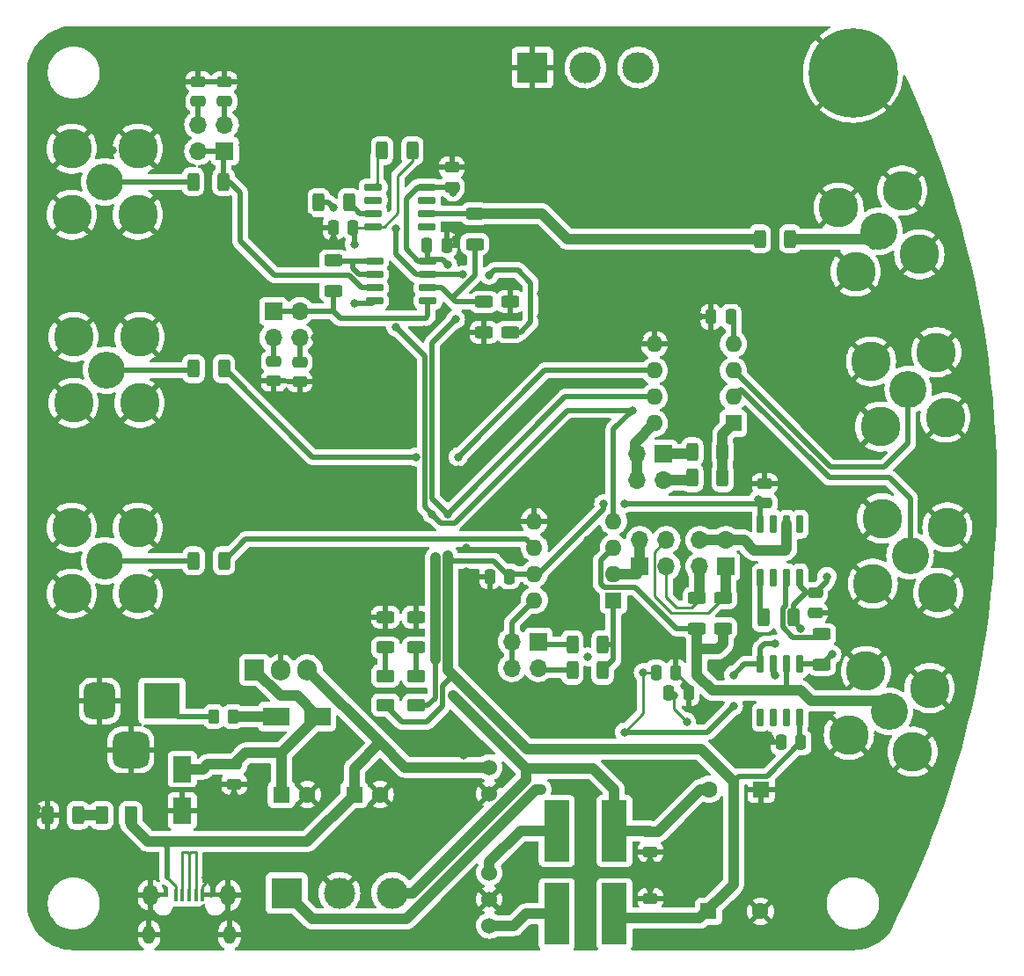
<source format=gbr>
%TF.GenerationSoftware,KiCad,Pcbnew,(6.0.0)*%
%TF.CreationDate,2022-01-15T22:09:40-05:00*%
%TF.ProjectId,Impedance_Analyzer_V2,496d7065-6461-46e6-9365-5f416e616c79,rev?*%
%TF.SameCoordinates,Original*%
%TF.FileFunction,Copper,L1,Top*%
%TF.FilePolarity,Positive*%
%FSLAX46Y46*%
G04 Gerber Fmt 4.6, Leading zero omitted, Abs format (unit mm)*
G04 Created by KiCad (PCBNEW (6.0.0)) date 2022-01-15 22:09:40*
%MOMM*%
%LPD*%
G01*
G04 APERTURE LIST*
G04 Aperture macros list*
%AMRoundRect*
0 Rectangle with rounded corners*
0 $1 Rounding radius*
0 $2 $3 $4 $5 $6 $7 $8 $9 X,Y pos of 4 corners*
0 Add a 4 corners polygon primitive as box body*
4,1,4,$2,$3,$4,$5,$6,$7,$8,$9,$2,$3,0*
0 Add four circle primitives for the rounded corners*
1,1,$1+$1,$2,$3*
1,1,$1+$1,$4,$5*
1,1,$1+$1,$6,$7*
1,1,$1+$1,$8,$9*
0 Add four rect primitives between the rounded corners*
20,1,$1+$1,$2,$3,$4,$5,0*
20,1,$1+$1,$4,$5,$6,$7,0*
20,1,$1+$1,$6,$7,$8,$9,0*
20,1,$1+$1,$8,$9,$2,$3,0*%
G04 Aperture macros list end*
%TA.AperFunction,SMDPad,CuDef*%
%ADD10RoundRect,0.250000X-0.250000X-0.475000X0.250000X-0.475000X0.250000X0.475000X-0.250000X0.475000X0*%
%TD*%
%TA.AperFunction,ComponentPad*%
%ADD11R,3.000000X3.000000*%
%TD*%
%TA.AperFunction,ComponentPad*%
%ADD12C,3.000000*%
%TD*%
%TA.AperFunction,ComponentPad*%
%ADD13C,3.556000*%
%TD*%
%TA.AperFunction,ComponentPad*%
%ADD14C,3.810000*%
%TD*%
%TA.AperFunction,SMDPad,CuDef*%
%ADD15RoundRect,0.249998X0.312502X0.625002X-0.312502X0.625002X-0.312502X-0.625002X0.312502X-0.625002X0*%
%TD*%
%TA.AperFunction,SMDPad,CuDef*%
%ADD16RoundRect,0.249998X-0.312502X-0.625002X0.312502X-0.625002X0.312502X0.625002X-0.312502X0.625002X0*%
%TD*%
%TA.AperFunction,ComponentPad*%
%ADD17R,1.600000X1.600000*%
%TD*%
%TA.AperFunction,ComponentPad*%
%ADD18O,1.600000X1.600000*%
%TD*%
%TA.AperFunction,ComponentPad*%
%ADD19C,1.600000*%
%TD*%
%TA.AperFunction,SMDPad,CuDef*%
%ADD20RoundRect,0.250000X-0.475000X0.250000X-0.475000X-0.250000X0.475000X-0.250000X0.475000X0.250000X0*%
%TD*%
%TA.AperFunction,SMDPad,CuDef*%
%ADD21R,2.500000X1.800000*%
%TD*%
%TA.AperFunction,SMDPad,CuDef*%
%ADD22R,1.800000X2.500000*%
%TD*%
%TA.AperFunction,SMDPad,CuDef*%
%ADD23RoundRect,0.249998X0.262502X0.450002X-0.262502X0.450002X-0.262502X-0.450002X0.262502X-0.450002X0*%
%TD*%
%TA.AperFunction,ComponentPad*%
%ADD24R,3.500000X3.500000*%
%TD*%
%TA.AperFunction,ComponentPad*%
%ADD25RoundRect,0.750000X-0.750000X-1.000000X0.750000X-1.000000X0.750000X1.000000X-0.750000X1.000000X0*%
%TD*%
%TA.AperFunction,ComponentPad*%
%ADD26RoundRect,0.875000X-0.875000X-0.875000X0.875000X-0.875000X0.875000X0.875000X-0.875000X0.875000X0*%
%TD*%
%TA.AperFunction,SMDPad,CuDef*%
%ADD27R,0.450000X1.300000*%
%TD*%
%TA.AperFunction,ComponentPad*%
%ADD28O,1.150000X1.800000*%
%TD*%
%TA.AperFunction,ComponentPad*%
%ADD29O,1.450000X2.000000*%
%TD*%
%TA.AperFunction,SMDPad,CuDef*%
%ADD30RoundRect,0.250000X-0.375000X-0.625000X0.375000X-0.625000X0.375000X0.625000X-0.375000X0.625000X0*%
%TD*%
%TA.AperFunction,ComponentPad*%
%ADD31R,1.905000X2.000000*%
%TD*%
%TA.AperFunction,ComponentPad*%
%ADD32O,1.905000X2.000000*%
%TD*%
%TA.AperFunction,SMDPad,CuDef*%
%ADD33RoundRect,0.249998X-0.625002X0.312502X-0.625002X-0.312502X0.625002X-0.312502X0.625002X0.312502X0*%
%TD*%
%TA.AperFunction,SMDPad,CuDef*%
%ADD34RoundRect,0.249998X0.625002X-0.312502X0.625002X0.312502X-0.625002X0.312502X-0.625002X-0.312502X0*%
%TD*%
%TA.AperFunction,SMDPad,CuDef*%
%ADD35RoundRect,0.150000X-0.725000X-0.150000X0.725000X-0.150000X0.725000X0.150000X-0.725000X0.150000X0*%
%TD*%
%TA.AperFunction,SMDPad,CuDef*%
%ADD36RoundRect,0.250000X0.250000X0.475000X-0.250000X0.475000X-0.250000X-0.475000X0.250000X-0.475000X0*%
%TD*%
%TA.AperFunction,SMDPad,CuDef*%
%ADD37RoundRect,0.250000X0.625000X-0.375000X0.625000X0.375000X-0.625000X0.375000X-0.625000X-0.375000X0*%
%TD*%
%TA.AperFunction,SMDPad,CuDef*%
%ADD38RoundRect,0.250000X-0.625000X0.375000X-0.625000X-0.375000X0.625000X-0.375000X0.625000X0.375000X0*%
%TD*%
%TA.AperFunction,ComponentPad*%
%ADD39C,8.600000*%
%TD*%
%TA.AperFunction,SMDPad,CuDef*%
%ADD40RoundRect,0.250000X0.475000X-0.250000X0.475000X0.250000X-0.475000X0.250000X-0.475000X-0.250000X0*%
%TD*%
%TA.AperFunction,SMDPad,CuDef*%
%ADD41RoundRect,0.150000X0.150000X-0.725000X0.150000X0.725000X-0.150000X0.725000X-0.150000X-0.725000X0*%
%TD*%
%TA.AperFunction,SMDPad,CuDef*%
%ADD42RoundRect,0.249999X-0.312501X-0.625001X0.312501X-0.625001X0.312501X0.625001X-0.312501X0.625001X0*%
%TD*%
%TA.AperFunction,SMDPad,CuDef*%
%ADD43RoundRect,0.249999X-0.625001X0.312501X-0.625001X-0.312501X0.625001X-0.312501X0.625001X0.312501X0*%
%TD*%
%TA.AperFunction,SMDPad,CuDef*%
%ADD44RoundRect,0.150000X-0.150000X0.725000X-0.150000X-0.725000X0.150000X-0.725000X0.150000X0.725000X0*%
%TD*%
%TA.AperFunction,SMDPad,CuDef*%
%ADD45R,2.450000X5.900000*%
%TD*%
%TA.AperFunction,ComponentPad*%
%ADD46C,1.524000*%
%TD*%
%TA.AperFunction,SMDPad,CuDef*%
%ADD47RoundRect,0.250000X0.312500X0.625000X-0.312500X0.625000X-0.312500X-0.625000X0.312500X-0.625000X0*%
%TD*%
%TA.AperFunction,ComponentPad*%
%ADD48R,1.700000X1.700000*%
%TD*%
%TA.AperFunction,ComponentPad*%
%ADD49O,1.700000X1.700000*%
%TD*%
%TA.AperFunction,SMDPad,CuDef*%
%ADD50RoundRect,0.250000X0.625000X-0.312500X0.625000X0.312500X-0.625000X0.312500X-0.625000X-0.312500X0*%
%TD*%
%TA.AperFunction,SMDPad,CuDef*%
%ADD51RoundRect,0.250000X-0.625000X0.312500X-0.625000X-0.312500X0.625000X-0.312500X0.625000X0.312500X0*%
%TD*%
%TA.AperFunction,SMDPad,CuDef*%
%ADD52RoundRect,0.250000X-0.312500X-0.625000X0.312500X-0.625000X0.312500X0.625000X-0.312500X0.625000X0*%
%TD*%
%TA.AperFunction,ViaPad*%
%ADD53C,0.800000*%
%TD*%
%TA.AperFunction,Conductor*%
%ADD54C,0.250000*%
%TD*%
%TA.AperFunction,Conductor*%
%ADD55C,1.000000*%
%TD*%
%TA.AperFunction,Conductor*%
%ADD56C,0.500000*%
%TD*%
G04 APERTURE END LIST*
D10*
%TO.P,C27,1*%
%TO.N,-5V*%
X131050000Y-115250000D03*
%TO.P,C27,2*%
%TO.N,GND*%
X132950000Y-115250000D03*
%TD*%
D11*
%TO.P,J17,1,Pin_1*%
%TO.N,GND*%
X119170000Y-57000000D03*
D12*
%TO.P,J17,2,Pin_2*%
%TO.N,Net-(J17-Pad2)*%
X124250000Y-57000000D03*
%TO.P,J17,3,Pin_3*%
%TO.N,Net-(J17-Pad3)*%
X129330000Y-57000000D03*
%TD*%
D10*
%TO.P,C26,1*%
%TO.N,+5VP*%
X132300000Y-117250000D03*
%TO.P,C26,2*%
%TO.N,GND*%
X134200000Y-117250000D03*
%TD*%
D13*
%TO.P,J2,1,In*%
%TO.N,Net-(J2-Pad1)*%
X78175000Y-86125000D03*
D14*
%TO.P,J2,2,Ext*%
%TO.N,GND*%
X75000000Y-82950000D03*
X81350000Y-89300000D03*
X75000000Y-89300000D03*
X81350000Y-82950000D03*
%TD*%
D13*
%TO.P,J6,1,In*%
%TO.N,IOut*%
X152500000Y-72750000D03*
D14*
%TO.P,J6,2,Ext*%
%TO.N,GND*%
X150254936Y-76638565D03*
X156388565Y-74995064D03*
X148611435Y-70504936D03*
X154745064Y-68861435D03*
%TD*%
D13*
%TO.P,J7,1,In*%
%TO.N,IMon+*%
X153500000Y-119000000D03*
D14*
%TO.P,J7,2,Ext*%
%TO.N,GND*%
X151254936Y-115111435D03*
X149611435Y-121245064D03*
X155745064Y-122888565D03*
X157388565Y-116754936D03*
%TD*%
D15*
%TO.P,R5,1*%
%TO.N,Net-(R5-Pad1)*%
X89462500Y-104500000D03*
%TO.P,R5,2*%
%TO.N,Net-(J3-Pad1)*%
X86537500Y-104500000D03*
%TD*%
%TO.P,R6,1*%
%TO.N,Net-(R6-Pad1)*%
X89462500Y-86000000D03*
%TO.P,R6,2*%
%TO.N,Net-(J2-Pad1)*%
X86537500Y-86000000D03*
%TD*%
D16*
%TO.P,R7,1*%
%TO.N,Net-(J10-Pad2)*%
X122987500Y-115050000D03*
%TO.P,R7,2*%
%TO.N,Net-(R11-Pad1)*%
X125912500Y-115050000D03*
%TD*%
D15*
%TO.P,R8,1*%
%TO.N,Net-(R12-Pad1)*%
X137462500Y-96500000D03*
%TO.P,R8,2*%
%TO.N,Net-(J12-Pad2)*%
X134537500Y-96500000D03*
%TD*%
D17*
%TO.P,U3,1,Rg*%
%TO.N,Net-(R11-Pad1)*%
X126950000Y-108300000D03*
D18*
%TO.P,U3,2,-*%
%TO.N,IMon-*%
X126950000Y-105760000D03*
%TO.P,U3,3,+*%
%TO.N,IMon+*%
X126950000Y-103220000D03*
%TO.P,U3,4,V-*%
%TO.N,-5V*%
X126950000Y-100680000D03*
%TO.P,U3,5,Ref*%
%TO.N,GND*%
X119330000Y-100680000D03*
%TO.P,U3,6*%
%TO.N,Net-(R5-Pad1)*%
X119330000Y-103220000D03*
%TO.P,U3,7,V+*%
%TO.N,+5VP*%
X119330000Y-105760000D03*
%TO.P,U3,8,Rg*%
%TO.N,Net-(J10-Pad3)*%
X119330000Y-108300000D03*
%TD*%
D13*
%TO.P,J5,1,In*%
%TO.N,Net-(J5-Pad1)*%
X155500000Y-104000000D03*
D14*
%TO.P,J5,2,Ext*%
%TO.N,GND*%
X159085976Y-101297773D03*
X158202227Y-107585976D03*
X151914024Y-106702227D03*
X152797773Y-100414024D03*
%TD*%
D13*
%TO.P,J4,1,In*%
%TO.N,Net-(J4-Pad1)*%
X155325000Y-88000000D03*
D14*
%TO.P,J4,2,Ext*%
%TO.N,GND*%
X158027227Y-84414024D03*
X152622773Y-91585976D03*
X151739024Y-85297773D03*
X158910976Y-90702227D03*
%TD*%
D17*
%TO.P,U4,1,Rg*%
%TO.N,Net-(R12-Pad1)*%
X138500000Y-91250000D03*
D18*
%TO.P,U4,2,-*%
%TO.N,Net-(J5-Pad1)*%
X138500000Y-88710000D03*
%TO.P,U4,3,+*%
%TO.N,Net-(J4-Pad1)*%
X138500000Y-86170000D03*
%TO.P,U4,4,V-*%
%TO.N,-5V*%
X138500000Y-83630000D03*
%TO.P,U4,5,Ref*%
%TO.N,GND*%
X130880000Y-83630000D03*
%TO.P,U4,6*%
%TO.N,Net-(R6-Pad1)*%
X130880000Y-86170000D03*
%TO.P,U4,7,V+*%
%TO.N,+5VP*%
X130880000Y-88710000D03*
%TO.P,U4,8,Rg*%
%TO.N,Net-(J12-Pad3)*%
X130880000Y-91250000D03*
%TD*%
D17*
%TO.P,C4,1*%
%TO.N,Net-(C4-Pad1)*%
X95000000Y-127000000D03*
D19*
%TO.P,C4,2*%
%TO.N,GND*%
X97500000Y-127000000D03*
%TD*%
D20*
%TO.P,C5,1*%
%TO.N,Net-(C4-Pad1)*%
X90450000Y-124100000D03*
%TO.P,C5,2*%
%TO.N,GND*%
X90450000Y-126000000D03*
%TD*%
D21*
%TO.P,D1,1,K*%
%TO.N,Net-(C4-Pad1)*%
X98500000Y-119500000D03*
%TO.P,D1,2,A*%
%TO.N,Net-(D1-Pad2)*%
X94500000Y-119500000D03*
%TD*%
D22*
%TO.P,D2,1,A1*%
%TO.N,Net-(C4-Pad1)*%
X85450000Y-124550000D03*
%TO.P,D2,2,A2*%
%TO.N,GND*%
X85450000Y-128550000D03*
%TD*%
D23*
%TO.P,FB1,1*%
%TO.N,Net-(D1-Pad2)*%
X90325000Y-119500000D03*
%TO.P,FB1,2*%
%TO.N,Net-(FB1-Pad2)*%
X88500000Y-119500000D03*
%TD*%
D24*
%TO.P,J8,1*%
%TO.N,Net-(FB1-Pad2)*%
X83500000Y-118000000D03*
D25*
%TO.P,J8,2*%
%TO.N,GND*%
X77500000Y-118000000D03*
D26*
%TO.P,J8,3*%
X80500000Y-122700000D03*
%TD*%
D27*
%TO.P,J9,1,VBUS*%
%TO.N,+5V*%
X84825000Y-136650000D03*
%TO.P,J9,2,D-*%
%TO.N,Net-(J9-Pad2)*%
X85475000Y-136650000D03*
%TO.P,J9,3,D+*%
X86125000Y-136650000D03*
%TO.P,J9,4,ID*%
X86775000Y-136650000D03*
%TO.P,J9,5,GND*%
%TO.N,GND*%
X87425000Y-136650000D03*
D28*
%TO.P,J9,6,Shield*%
X82250000Y-140500000D03*
X90000000Y-140500000D03*
D29*
X82400000Y-136700000D03*
X89850000Y-136700000D03*
%TD*%
D17*
%TO.P,C6,1*%
%TO.N,+5V*%
X102000000Y-127000000D03*
D19*
%TO.P,C6,2*%
%TO.N,GND*%
X104500000Y-127000000D03*
%TD*%
D30*
%TO.P,D3,1,K*%
%TO.N,Net-(D3-Pad1)*%
X77700000Y-129000000D03*
%TO.P,D3,2,A*%
%TO.N,+5V*%
X80500000Y-129000000D03*
%TD*%
D15*
%TO.P,R13,1*%
%TO.N,Net-(D3-Pad1)*%
X75425000Y-129000000D03*
%TO.P,R13,2*%
%TO.N,GND*%
X72500000Y-129000000D03*
%TD*%
D31*
%TO.P,U5,1,IN*%
%TO.N,Net-(C4-Pad1)*%
X92420000Y-115000000D03*
D32*
%TO.P,U5,2,GND*%
%TO.N,GND*%
X94960000Y-115000000D03*
%TO.P,U5,3,OUT*%
%TO.N,+5V*%
X97500000Y-115000000D03*
%TD*%
D17*
%TO.P,C7,1*%
%TO.N,GND*%
X141152651Y-126500000D03*
D19*
%TO.P,C7,2*%
%TO.N,-5V*%
X136152651Y-126500000D03*
%TD*%
D17*
%TO.P,C9,1*%
%TO.N,+5VP*%
X136097349Y-138250000D03*
D19*
%TO.P,C9,2*%
%TO.N,GND*%
X141097349Y-138250000D03*
%TD*%
D33*
%TO.P,R3,1*%
%TO.N,Net-(R10-Pad2)*%
X114500000Y-79575000D03*
%TO.P,R3,2*%
%TO.N,GND*%
X114500000Y-82500000D03*
%TD*%
D34*
%TO.P,R2,1*%
%TO.N,Net-(R15-Pad1)*%
X117000000Y-82462500D03*
%TO.P,R2,2*%
%TO.N,GND*%
X117000000Y-79537500D03*
%TD*%
D20*
%TO.P,C1,1*%
%TO.N,Net-(C1-Pad1)*%
X96750000Y-85350000D03*
%TO.P,C1,2*%
%TO.N,GND*%
X96750000Y-87250000D03*
%TD*%
D34*
%TO.P,R1,1*%
%TO.N,Net-(J16-Pad1)*%
X100000000Y-78500000D03*
%TO.P,R1,2*%
%TO.N,Net-(R1-Pad2)*%
X100000000Y-75575000D03*
%TD*%
D35*
%TO.P,U1,1*%
%TO.N,Net-(R1-Pad2)*%
X103950000Y-75660000D03*
%TO.P,U1,2,-*%
X103950000Y-76930000D03*
%TO.P,U1,3,+*%
%TO.N,Net-(J15-Pad1)*%
X103950000Y-78200000D03*
%TO.P,U1,4,V-*%
%TO.N,-5V*%
X103950000Y-79470000D03*
%TO.P,U1,5,+*%
%TO.N,Net-(J16-Pad1)*%
X109100000Y-79470000D03*
%TO.P,U1,6,-*%
%TO.N,Net-(R10-Pad2)*%
X109100000Y-78200000D03*
%TO.P,U1,7*%
%TO.N,Net-(R15-Pad1)*%
X109100000Y-76930000D03*
%TO.P,U1,8,V+*%
%TO.N,+5VP*%
X109100000Y-75660000D03*
%TD*%
D36*
%TO.P,C14,1*%
%TO.N,-5V*%
X101900000Y-72400000D03*
%TO.P,C14,2*%
%TO.N,GND*%
X100000000Y-72400000D03*
%TD*%
%TO.P,C17,1*%
%TO.N,+5VP*%
X116950000Y-106000000D03*
%TO.P,C17,2*%
%TO.N,GND*%
X115050000Y-106000000D03*
%TD*%
D10*
%TO.P,C19,1*%
%TO.N,+5VP*%
X109000000Y-74100000D03*
%TO.P,C19,2*%
%TO.N,GND*%
X110900000Y-74100000D03*
%TD*%
D37*
%TO.P,D4,1,K*%
%TO.N,-5V*%
X108000000Y-118400000D03*
%TO.P,D4,2,A*%
%TO.N,Net-(D4-Pad2)*%
X108000000Y-115600000D03*
%TD*%
D38*
%TO.P,D5,1,K*%
%TO.N,Net-(D5-Pad1)*%
X105000000Y-115600000D03*
%TO.P,D5,2,A*%
%TO.N,+5VP*%
X105000000Y-118400000D03*
%TD*%
D34*
%TO.P,R19,1*%
%TO.N,Net-(D4-Pad2)*%
X108000000Y-112852500D03*
%TO.P,R19,2*%
%TO.N,GND*%
X108000000Y-109927500D03*
%TD*%
%TO.P,R20,1*%
%TO.N,Net-(D5-Pad1)*%
X105000000Y-112852500D03*
%TO.P,R20,2*%
%TO.N,GND*%
X105000000Y-109927500D03*
%TD*%
D39*
%TO.P,H1,1,1*%
%TO.N,GND*%
X150000000Y-57500000D03*
%TD*%
D40*
%TO.P,C22,1*%
%TO.N,+5VP*%
X141500000Y-98950000D03*
%TO.P,C22,2*%
%TO.N,GND*%
X141500000Y-97050000D03*
%TD*%
D36*
%TO.P,C23,1*%
%TO.N,-5V*%
X138250000Y-81000000D03*
%TO.P,C23,2*%
%TO.N,GND*%
X136350000Y-81000000D03*
%TD*%
D40*
%TO.P,C24,1*%
%TO.N,+5VP*%
X111400000Y-68500000D03*
%TO.P,C24,2*%
%TO.N,GND*%
X111400000Y-66600000D03*
%TD*%
D15*
%TO.P,R9,1*%
%TO.N,IOut*%
X143962500Y-73500000D03*
%TO.P,R9,2*%
%TO.N,Net-(BUF1-Pad6)*%
X141037500Y-73500000D03*
%TD*%
D13*
%TO.P,J1,1,In*%
%TO.N,Net-(J1-Pad1)*%
X78000000Y-68000000D03*
D14*
%TO.P,J1,2,Ext*%
%TO.N,GND*%
X74825000Y-64825000D03*
X81175000Y-64825000D03*
X81175000Y-71175000D03*
X74825000Y-71175000D03*
%TD*%
D35*
%TO.P,BUF1,1,BW*%
%TO.N,Net-(BUF1-Pad1)*%
X103825000Y-68495000D03*
%TO.P,BUF1,2,NC*%
%TO.N,unconnected-(BUF1-Pad2)*%
X103825000Y-69765000D03*
%TO.P,BUF1,3,In*%
%TO.N,Net-(BUF1-Pad3)*%
X103825000Y-71035000D03*
%TO.P,BUF1,4,V-*%
%TO.N,-5V*%
X103825000Y-72305000D03*
%TO.P,BUF1,5,NC*%
%TO.N,unconnected-(BUF1-Pad5)*%
X108975000Y-72305000D03*
%TO.P,BUF1,6,Out*%
%TO.N,Net-(BUF1-Pad6)*%
X108975000Y-71035000D03*
%TO.P,BUF1,7,NC*%
%TO.N,unconnected-(BUF1-Pad7)*%
X108975000Y-69765000D03*
%TO.P,BUF1,8,V+*%
%TO.N,+5VP*%
X108975000Y-68495000D03*
%TD*%
D41*
%TO.P,BUF2,1,BW*%
%TO.N,Net-(BUF2-Pad1)*%
X141095000Y-106125000D03*
%TO.P,BUF2,2,NC*%
%TO.N,unconnected-(BUF2-Pad2)*%
X142365000Y-106125000D03*
%TO.P,BUF2,3,In*%
%TO.N,Net-(BUF2-Pad3)*%
X143635000Y-106125000D03*
%TO.P,BUF2,4,V-*%
%TO.N,-5V*%
X144905000Y-106125000D03*
%TO.P,BUF2,5,NC*%
%TO.N,unconnected-(BUF2-Pad5)*%
X144905000Y-100975000D03*
%TO.P,BUF2,6,Out*%
%TO.N,Buf2Out*%
X143635000Y-100975000D03*
%TO.P,BUF2,7,NC*%
%TO.N,unconnected-(BUF2-Pad7)*%
X142365000Y-100975000D03*
%TO.P,BUF2,8,V+*%
%TO.N,+5VP*%
X141095000Y-100975000D03*
%TD*%
D42*
%TO.P,R4,1*%
%TO.N,Net-(BUF1-Pad1)*%
X104675000Y-65000000D03*
%TO.P,R4,2*%
%TO.N,-5V*%
X107600000Y-65000000D03*
%TD*%
D43*
%TO.P,R10,1*%
%TO.N,Net-(BUF1-Pad6)*%
X113600000Y-71075000D03*
%TO.P,R10,2*%
%TO.N,Net-(R10-Pad2)*%
X113600000Y-74000000D03*
%TD*%
%TO.P,R18,1*%
%TO.N,Net-(J13-Pad3)*%
X135000000Y-108075000D03*
%TO.P,R18,2*%
%TO.N,IMon+*%
X135000000Y-111000000D03*
%TD*%
D42*
%TO.P,R21,1*%
%TO.N,Net-(BUF2-Pad1)*%
X141365000Y-109975000D03*
%TO.P,R21,2*%
%TO.N,-5V*%
X144290000Y-109975000D03*
%TD*%
D44*
%TO.P,U2,1*%
%TO.N,Net-(R16-Pad1)*%
X144905000Y-114425000D03*
%TO.P,U2,2,-*%
%TO.N,IMon+*%
X143635000Y-114425000D03*
%TO.P,U2,3,+*%
%TO.N,GND*%
X142365000Y-114425000D03*
%TO.P,U2,4,V-*%
%TO.N,-5V*%
X141095000Y-114425000D03*
%TO.P,U2,5*%
%TO.N,N/C*%
X141095000Y-119575000D03*
%TO.P,U2,6*%
X142365000Y-119575000D03*
%TO.P,U2,7*%
X143635000Y-119575000D03*
%TO.P,U2,8,V+*%
%TO.N,+5VP*%
X144905000Y-119575000D03*
%TD*%
D36*
%TO.P,C3,1*%
%TO.N,+5VP*%
X145000000Y-122000000D03*
%TO.P,C3,2*%
%TO.N,GND*%
X143100000Y-122000000D03*
%TD*%
D11*
%TO.P,J11,1,Pin_1*%
%TO.N,+5VP*%
X95500000Y-136500000D03*
D12*
%TO.P,J11,2,Pin_2*%
%TO.N,GND*%
X100580000Y-136500000D03*
%TO.P,J11,3,Pin_3*%
%TO.N,-5V*%
X105660000Y-136500000D03*
%TD*%
D40*
%TO.P,C10,1*%
%TO.N,+5VP*%
X130500000Y-138900000D03*
%TO.P,C10,2*%
%TO.N,GND*%
X130500000Y-137000000D03*
%TD*%
D45*
%TO.P,L2,1,1*%
%TO.N,-5V*%
X127050000Y-130500000D03*
%TO.P,L2,2,2*%
%TO.N,Net-(L2-Pad2)*%
X121500000Y-130500000D03*
%TD*%
D46*
%TO.P,Reg1,1,+Vin*%
%TO.N,+5V*%
X115000000Y-124380000D03*
%TO.P,Reg1,2,-Vin*%
%TO.N,GND*%
X115000000Y-126920000D03*
%TO.P,Reg1,5,-Vout*%
%TO.N,Net-(L2-Pad2)*%
X115000000Y-134540000D03*
%TO.P,Reg1,6,GND2*%
%TO.N,GND*%
X115000000Y-137080000D03*
%TO.P,Reg1,7,+Vout*%
%TO.N,Net-(L1-Pad2)*%
X115000000Y-139620000D03*
%TD*%
D20*
%TO.P,C8,1*%
%TO.N,-5V*%
X130500000Y-130600000D03*
%TO.P,C8,2*%
%TO.N,GND*%
X130500000Y-132500000D03*
%TD*%
D45*
%TO.P,L1,1,1*%
%TO.N,+5VP*%
X127050000Y-138500000D03*
%TO.P,L1,2,2*%
%TO.N,Net-(L1-Pad2)*%
X121500000Y-138500000D03*
%TD*%
D20*
%TO.P,C18,1*%
%TO.N,-5V*%
X146365000Y-107575000D03*
%TO.P,C18,2*%
%TO.N,GND*%
X146365000Y-109475000D03*
%TD*%
D47*
%TO.P,R22,1*%
%TO.N,Net-(J15-Pad1)*%
X89425000Y-68000000D03*
%TO.P,R22,2*%
%TO.N,Net-(J1-Pad1)*%
X86500000Y-68000000D03*
%TD*%
D40*
%TO.P,C16,1*%
%TO.N,Net-(C16-Pad1)*%
X89500000Y-60250000D03*
%TO.P,C16,2*%
%TO.N,GND*%
X89500000Y-58350000D03*
%TD*%
D48*
%TO.P,J16,1,Pin_1*%
%TO.N,Net-(J16-Pad1)*%
X94225000Y-80475000D03*
D49*
%TO.P,J16,2,Pin_2*%
X96765000Y-80475000D03*
%TO.P,J16,3,Pin_3*%
%TO.N,Net-(C25-Pad1)*%
X94225000Y-83015000D03*
%TO.P,J16,4,Pin_4*%
%TO.N,Net-(C1-Pad1)*%
X96765000Y-83015000D03*
%TD*%
D50*
%TO.P,R17,1*%
%TO.N,Net-(R16-Pad1)*%
X147000000Y-114500000D03*
%TO.P,R17,2*%
%TO.N,Net-(BUF2-Pad3)*%
X147000000Y-111575000D03*
%TD*%
D48*
%TO.P,J15,1,Pin_1*%
%TO.N,Net-(J15-Pad1)*%
X89540000Y-65040000D03*
D49*
%TO.P,J15,2,Pin_2*%
X87000000Y-65040000D03*
%TO.P,J15,3,Pin_3*%
%TO.N,Net-(C16-Pad1)*%
X89540000Y-62500000D03*
%TO.P,J15,4,Pin_4*%
%TO.N,Net-(C15-Pad1)*%
X87000000Y-62500000D03*
%TD*%
D40*
%TO.P,C15,1*%
%TO.N,Net-(C15-Pad1)*%
X87000000Y-60250000D03*
%TO.P,C15,2*%
%TO.N,GND*%
X87000000Y-58350000D03*
%TD*%
D20*
%TO.P,C25,1*%
%TO.N,Net-(C25-Pad1)*%
X94250000Y-85300000D03*
%TO.P,C25,2*%
%TO.N,GND*%
X94250000Y-87200000D03*
%TD*%
D51*
%TO.P,R14,1*%
%TO.N,Net-(J13-Pad4)*%
X137500000Y-108075000D03*
%TO.P,R14,2*%
%TO.N,IMon+*%
X137500000Y-111000000D03*
%TD*%
D48*
%TO.P,J13,1,Pin_1*%
%TO.N,IMon-*%
X129500000Y-105040000D03*
D49*
%TO.P,J13,2,Pin_2*%
X129500000Y-102500000D03*
%TO.P,J13,3,Pin_3*%
%TO.N,Net-(J13-Pad3)*%
X132040000Y-105040000D03*
%TO.P,J13,4,Pin_4*%
%TO.N,Net-(J13-Pad4)*%
X132040000Y-102500000D03*
%TD*%
D48*
%TO.P,J10,1,Pin_1*%
%TO.N,Net-(J10-Pad1)*%
X119725000Y-112275000D03*
D49*
%TO.P,J10,2,Pin_2*%
%TO.N,Net-(J10-Pad2)*%
X119725000Y-114815000D03*
%TO.P,J10,3,Pin_3*%
%TO.N,Net-(J10-Pad3)*%
X117185000Y-112275000D03*
%TO.P,J10,4,Pin_4*%
X117185000Y-114815000D03*
%TD*%
D13*
%TO.P,J3,1,In*%
%TO.N,Net-(J3-Pad1)*%
X78000000Y-104500000D03*
D14*
%TO.P,J3,2,Ext*%
%TO.N,GND*%
X81175000Y-101325000D03*
X74825000Y-107675000D03*
X74825000Y-101325000D03*
X81175000Y-107675000D03*
%TD*%
D52*
%TO.P,R15,1*%
%TO.N,Net-(R15-Pad1)*%
X98575000Y-70000000D03*
%TO.P,R15,2*%
%TO.N,Net-(BUF1-Pad3)*%
X101500000Y-70000000D03*
%TD*%
D48*
%TO.P,J12,1,Pin_1*%
%TO.N,Net-(J12-Pad1)*%
X131775000Y-94225000D03*
D49*
%TO.P,J12,2,Pin_2*%
%TO.N,Net-(J12-Pad2)*%
X131775000Y-96765000D03*
%TO.P,J12,3,Pin_3*%
%TO.N,Net-(J12-Pad3)*%
X129235000Y-94225000D03*
%TO.P,J12,4,Pin_4*%
X129235000Y-96765000D03*
%TD*%
D47*
%TO.P,R11,1*%
%TO.N,Net-(R11-Pad1)*%
X125912500Y-112550000D03*
%TO.P,R11,2*%
%TO.N,Net-(J10-Pad1)*%
X122987500Y-112550000D03*
%TD*%
%TO.P,R12,1*%
%TO.N,Net-(R12-Pad1)*%
X137462500Y-94000000D03*
%TO.P,R12,2*%
%TO.N,Net-(J12-Pad1)*%
X134537500Y-94000000D03*
%TD*%
D48*
%TO.P,J14,1,Pin_1*%
%TO.N,Net-(J13-Pad4)*%
X137775000Y-105040000D03*
D49*
%TO.P,J14,2,Pin_2*%
%TO.N,Net-(J13-Pad3)*%
X135235000Y-105040000D03*
%TO.P,J14,3,Pin_3*%
%TO.N,Buf2Out*%
X137775000Y-102500000D03*
%TO.P,J14,4,Pin_4*%
X135235000Y-102500000D03*
%TD*%
D53*
%TO.N,GND*%
X121750000Y-118250000D03*
X126787500Y-117250000D03*
X123500000Y-108500000D03*
X122250000Y-62250000D03*
X119170000Y-63250000D03*
X119250000Y-66500000D03*
X119250000Y-69250000D03*
X122000000Y-66250000D03*
X122750000Y-70750000D03*
X123000000Y-76750000D03*
X119250000Y-76000000D03*
X120000000Y-78750000D03*
X123000000Y-78750000D03*
X123000000Y-81000000D03*
X120000000Y-81000000D03*
X120000000Y-84000000D03*
X123000000Y-84000000D03*
X123000000Y-87500000D03*
X120000000Y-88250000D03*
X120000000Y-94500000D03*
X120000000Y-96750000D03*
X120000000Y-98750000D03*
X122750000Y-94500000D03*
X122750000Y-96750000D03*
X133750000Y-116500000D03*
%TO.N,+5VP*%
X134000000Y-120000000D03*
X133600001Y-122649999D03*
X132750000Y-117500000D03*
%TO.N,-5V*%
X129824020Y-115250000D03*
%TO.N,GND*%
X82500000Y-61500000D03*
X82500000Y-58500000D03*
X103750000Y-100000000D03*
X107250000Y-100000000D03*
X103750000Y-114250000D03*
X107500000Y-91500000D03*
X129500000Y-83000000D03*
X97600000Y-71400000D03*
X97000000Y-74200000D03*
X78750000Y-65000000D03*
%TO.N,IMon+*%
X124500000Y-113750000D03*
%TO.N,GND*%
X106500000Y-108500000D03*
X132750000Y-87000000D03*
X134500000Y-85500000D03*
X112500000Y-139500000D03*
X130500000Y-136000000D03*
X124250000Y-136000000D03*
X124250000Y-141000000D03*
X110500000Y-130500000D03*
X112500000Y-128250000D03*
X130500000Y-133500000D03*
X129500000Y-124250000D03*
X124250000Y-133000000D03*
X124250000Y-128000000D03*
X112500000Y-123250000D03*
X112000000Y-95750000D03*
X99750000Y-100000000D03*
X107500000Y-88750000D03*
X107500000Y-85500000D03*
X108750000Y-82250000D03*
X111000000Y-84250000D03*
X111000000Y-88750000D03*
X111000000Y-91500000D03*
X71500000Y-64790000D03*
X71500000Y-67330000D03*
X71500000Y-69870000D03*
X71500000Y-72410000D03*
X71500000Y-74950000D03*
X71500000Y-77490000D03*
X71500000Y-80030000D03*
X71500000Y-82570000D03*
X71500000Y-85110000D03*
X71500000Y-87650000D03*
X71500000Y-90190000D03*
X71500000Y-92730000D03*
X71500000Y-95270000D03*
X71500000Y-97810000D03*
X71500000Y-100350000D03*
X71500000Y-102890000D03*
X71500000Y-105430000D03*
X71500000Y-107970000D03*
X71500000Y-110510000D03*
X71500000Y-113050000D03*
X71500000Y-115590000D03*
X71500000Y-118130000D03*
X71500000Y-120670000D03*
X71500000Y-123210000D03*
X71500000Y-125750000D03*
X71500000Y-128290000D03*
X71500000Y-130830000D03*
X71500000Y-133370000D03*
X71500000Y-135910000D03*
X104440000Y-53500000D03*
X81580000Y-53500000D03*
X89200000Y-53500000D03*
X91740000Y-53500000D03*
X106980000Y-53500000D03*
X101900000Y-53500000D03*
X84120000Y-53500000D03*
X99360000Y-53500000D03*
X109520000Y-53500000D03*
X112060000Y-53500000D03*
X86660000Y-53500000D03*
X96820000Y-53500000D03*
X79040000Y-53500000D03*
X94280000Y-53500000D03*
X131000000Y-72000000D03*
X135000000Y-72000000D03*
X127500000Y-72000000D03*
X114250000Y-69250000D03*
X117750000Y-69250000D03*
X121750000Y-69250000D03*
X111500000Y-72500000D03*
X119000000Y-72500000D03*
X115000000Y-72500000D03*
X112750000Y-113000000D03*
X112750000Y-109000000D03*
X112750000Y-105500000D03*
X122578427Y-110078427D03*
X120078427Y-120578427D03*
X114421573Y-114921573D03*
X117250000Y-117750000D03*
X130750000Y-126750000D03*
X128750000Y-126250000D03*
X123000000Y-126250000D03*
X123750000Y-120750000D03*
X140000000Y-131750000D03*
X136500000Y-132500000D03*
X118750000Y-134500000D03*
X107500000Y-132750000D03*
X107750000Y-126250000D03*
X112500000Y-126000000D03*
X108250000Y-122250000D03*
X111250000Y-120000000D03*
X124500000Y-102500000D03*
X149000000Y-112000000D03*
X147250000Y-116500000D03*
X148000000Y-108500000D03*
X135250000Y-81000000D03*
X98250000Y-83000000D03*
X111750000Y-73500000D03*
X111500000Y-65250000D03*
X109000000Y-66750000D03*
X102500000Y-66500000D03*
X97000000Y-64000000D03*
X94250000Y-74750000D03*
X92500000Y-72250000D03*
X92500000Y-69500000D03*
X91250000Y-64500000D03*
X88500000Y-72500000D03*
X95500000Y-78500000D03*
X155750000Y-62250000D03*
X161000000Y-77500000D03*
X161500000Y-80750000D03*
X162750000Y-92750000D03*
X162750000Y-97750000D03*
X161750000Y-110750000D03*
X161000000Y-113750000D03*
X157250000Y-127750000D03*
X87750000Y-135000000D03*
X111310000Y-141250000D03*
X106230000Y-141250000D03*
X145115000Y-98975000D03*
X108770000Y-141250000D03*
X78290000Y-141250000D03*
X135000000Y-76000000D03*
X93530000Y-141250000D03*
X85910000Y-141250000D03*
X119370000Y-53500000D03*
X114750000Y-99750000D03*
X122750000Y-98750000D03*
X103750000Y-103750000D03*
X116830000Y-53500000D03*
X121500000Y-75500000D03*
X139500000Y-72000000D03*
X124450000Y-53500000D03*
X88450000Y-141250000D03*
X96070000Y-141250000D03*
X71500000Y-62250000D03*
X90450000Y-127050000D03*
X131000000Y-76000000D03*
X106525000Y-77565000D03*
X107250000Y-97500000D03*
X103000000Y-83200000D03*
X112000000Y-92500000D03*
X137500000Y-121500000D03*
X107250000Y-103750000D03*
X119000000Y-95750000D03*
X112750000Y-103250000D03*
X139500000Y-113000000D03*
X104850000Y-85600000D03*
X124500000Y-76000000D03*
X119000000Y-89500000D03*
X114290000Y-53500000D03*
X124500000Y-72000000D03*
X139500000Y-109500000D03*
X129530000Y-53500000D03*
X80830000Y-141250000D03*
X123500000Y-107000000D03*
X121910000Y-53500000D03*
X134750000Y-89250000D03*
X117000000Y-104000000D03*
X142230000Y-53500000D03*
X142500000Y-115500000D03*
X136750000Y-87750000D03*
X101150000Y-141250000D03*
X134610000Y-53500000D03*
X103690000Y-141250000D03*
X133000000Y-90750000D03*
X100000000Y-73500000D03*
X144770000Y-53500000D03*
X142000000Y-121500000D03*
X99750000Y-103750000D03*
X111000000Y-97500000D03*
X98610000Y-141250000D03*
X128000000Y-76000000D03*
X123000000Y-91500000D03*
X71500000Y-129000000D03*
X125500000Y-91500000D03*
X136500000Y-84000000D03*
X117000000Y-78000000D03*
X139690000Y-53500000D03*
X134750000Y-91500000D03*
X115500000Y-93500000D03*
X126990000Y-53500000D03*
X137150000Y-53500000D03*
X133250000Y-107000000D03*
X103350000Y-89350000D03*
X106500000Y-80000000D03*
X139500000Y-76000000D03*
X132070000Y-53500000D03*
X133500000Y-100500000D03*
%TO.N,Net-(R6-Pad1)*%
X112000000Y-94500000D03*
X107949979Y-94500000D03*
%TO.N,-5V*%
X102000000Y-74000000D03*
X128750000Y-90000000D03*
X138500000Y-115500000D03*
X138500000Y-118500000D03*
X109799990Y-114000000D03*
X106000000Y-82000000D03*
X125500000Y-125000000D03*
X102000000Y-79700000D03*
X109799990Y-104200010D03*
X145000000Y-111000000D03*
X111500000Y-117500000D03*
X109500000Y-100000000D03*
X128000000Y-121000000D03*
X142500000Y-112500000D03*
X147500000Y-106000000D03*
%TO.N,+5VP*%
X120000000Y-126500000D03*
X120649999Y-122649999D03*
X128000000Y-99000000D03*
X140885000Y-98575000D03*
X126000000Y-99000000D03*
X111000000Y-103999998D03*
X111000000Y-76000000D03*
X111500000Y-69000000D03*
X111749999Y-81250001D03*
X111000000Y-100000000D03*
%TO.N,Net-(R15-Pad1)*%
X112449312Y-76949312D03*
X115000000Y-77000000D03*
X100000000Y-70500000D03*
X106000000Y-72500000D03*
%TO.N,Net-(R16-Pad1)*%
X148000000Y-113500000D03*
%TD*%
D54*
%TO.N,GND*%
X134200000Y-116950000D02*
X133750000Y-116500000D01*
X134200000Y-117250000D02*
X134200000Y-116950000D01*
X134200000Y-116500000D02*
X132950000Y-115250000D01*
X134200000Y-117250000D02*
X134200000Y-116500000D01*
D55*
%TO.N,+5VP*%
X126850001Y-122649999D02*
X133600001Y-122649999D01*
X133600001Y-122649999D02*
X135399999Y-122649999D01*
D54*
X132750000Y-118750000D02*
X134000000Y-120000000D01*
X132750000Y-117500000D02*
X132750000Y-118750000D01*
%TO.N,-5V*%
X129824020Y-119175980D02*
X128000000Y-121000000D01*
X129824020Y-115250000D02*
X129824020Y-119175980D01*
%TO.N,+5VP*%
X132500000Y-117250000D02*
X132750000Y-117500000D01*
X132300000Y-117250000D02*
X132500000Y-117250000D01*
%TO.N,-5V*%
X129824020Y-115250000D02*
X131050000Y-115250000D01*
%TO.N,GND*%
X87425000Y-136650000D02*
X89800000Y-136650000D01*
X87425000Y-135825000D02*
X87750000Y-135500000D01*
D56*
X142500000Y-122000000D02*
X142000000Y-121500000D01*
X72500000Y-129000000D02*
X71500000Y-129000000D01*
X142365000Y-115365000D02*
X142500000Y-115500000D01*
X142365000Y-114425000D02*
X142365000Y-115365000D01*
X100000000Y-72400000D02*
X100000000Y-73500000D01*
X143100000Y-122000000D02*
X142500000Y-122000000D01*
D54*
X87425000Y-136650000D02*
X87425000Y-135825000D01*
X87750000Y-135500000D02*
X87750000Y-135000000D01*
X89800000Y-136650000D02*
X89850000Y-136700000D01*
D56*
%TO.N,Net-(C1-Pad1)*%
X96765000Y-85335000D02*
X96750000Y-85350000D01*
X96765000Y-83015000D02*
X96765000Y-85335000D01*
%TO.N,Net-(J1-Pad1)*%
X78000000Y-68000000D02*
X86500000Y-68000000D01*
%TO.N,Net-(J4-Pad1)*%
X155325000Y-88000000D02*
X155325000Y-93175000D01*
X153000000Y-95500000D02*
X147830000Y-95500000D01*
X155325000Y-93175000D02*
X153000000Y-95500000D01*
X138500000Y-86170000D02*
X138620000Y-86170000D01*
X147830000Y-95500000D02*
X138500000Y-86170000D01*
%TO.N,Net-(J10-Pad1)*%
X120000000Y-112550000D02*
X119725000Y-112275000D01*
X122987500Y-112550000D02*
X120000000Y-112550000D01*
%TO.N,Net-(R5-Pad1)*%
X119330000Y-103220000D02*
X118510489Y-102400489D01*
X91562011Y-102400489D02*
X89462500Y-104500000D01*
X118510489Y-102400489D02*
X91562011Y-102400489D01*
%TO.N,Net-(R6-Pad1)*%
X130880000Y-86170000D02*
X130710000Y-86000000D01*
X107949979Y-94500000D02*
X97962500Y-94500000D01*
X120330000Y-86170000D02*
X112000000Y-94500000D01*
X97962500Y-94500000D02*
X89462500Y-86000000D01*
X130880000Y-86170000D02*
X120330000Y-86170000D01*
%TO.N,Net-(BUF1-Pad6)*%
X108975000Y-71035000D02*
X113560000Y-71035000D01*
D55*
X113600000Y-71075000D02*
X120075000Y-71075000D01*
X120075000Y-71075000D02*
X122500000Y-73500000D01*
X122500000Y-73500000D02*
X125000000Y-73500000D01*
X124962500Y-73500000D02*
X141037500Y-73500000D01*
D56*
X113560000Y-71035000D02*
X113600000Y-71075000D01*
D55*
%TO.N,Net-(C4-Pad1)*%
X87450000Y-124550000D02*
X87900000Y-124100000D01*
X95000000Y-123000000D02*
X91550000Y-123000000D01*
X87900000Y-124100000D02*
X90450000Y-124100000D01*
X95000000Y-127000000D02*
X95000000Y-123000000D01*
X92420000Y-115000000D02*
X94920000Y-117500000D01*
X85450000Y-124550000D02*
X87450000Y-124550000D01*
X91550000Y-123000000D02*
X90450000Y-124100000D01*
X96500000Y-117500000D02*
X98500000Y-119500000D01*
X94920000Y-117500000D02*
X96500000Y-117500000D01*
X95000000Y-123000000D02*
X98500000Y-119500000D01*
%TO.N,Net-(D1-Pad2)*%
X90325000Y-119500000D02*
X94500000Y-119500000D01*
D56*
%TO.N,Net-(FB1-Pad2)*%
X85000000Y-119500000D02*
X83500000Y-118000000D01*
X88500000Y-119500000D02*
X85000000Y-119500000D01*
D54*
%TO.N,Net-(J9-Pad2)*%
X85475000Y-132500000D02*
X85950000Y-132500000D01*
X86775000Y-136650000D02*
X86775000Y-132500000D01*
X86300000Y-132500000D02*
X86125000Y-132675000D01*
X85950000Y-132500000D02*
X86125000Y-132675000D01*
X85475000Y-136650000D02*
X85475000Y-132500000D01*
X86125000Y-132675000D02*
X86125000Y-136650000D01*
X86775000Y-132500000D02*
X86300000Y-132500000D01*
D55*
%TO.N,+5V*%
X82125000Y-131500000D02*
X83500000Y-131500000D01*
D56*
X84000000Y-135000000D02*
X84000000Y-132000000D01*
D55*
X102000000Y-127000000D02*
X102000000Y-124500000D01*
X115000000Y-124380000D02*
X106880000Y-124380000D01*
X106880000Y-124380000D02*
X104500000Y-122000000D01*
X80500000Y-129875000D02*
X82125000Y-131500000D01*
D56*
X84000000Y-132000000D02*
X83500000Y-131500000D01*
D55*
X97500000Y-131500000D02*
X102000000Y-127000000D01*
X80500000Y-129000000D02*
X80500000Y-129875000D01*
X83500000Y-131500000D02*
X97500000Y-131500000D01*
D54*
X84825000Y-135825000D02*
X84000000Y-135000000D01*
D55*
X102000000Y-124500000D02*
X104500000Y-122000000D01*
X104500000Y-122000000D02*
X97500000Y-115000000D01*
D54*
X84825000Y-136650000D02*
X84825000Y-135825000D01*
D55*
%TO.N,Net-(D3-Pad1)*%
X75425000Y-129000000D02*
X77700000Y-129000000D01*
%TO.N,-5V*%
X127050000Y-130500000D02*
X130400000Y-130500000D01*
X130400000Y-130500000D02*
X130500000Y-130600000D01*
D54*
X106200000Y-70993232D02*
X106200000Y-67400000D01*
X106200000Y-67400000D02*
X107600000Y-66000000D01*
X103825000Y-72305000D02*
X104888232Y-72305000D01*
D56*
X144905000Y-106905000D02*
X145575000Y-107575000D01*
X144290000Y-110290000D02*
X145000000Y-111000000D01*
D55*
X125000000Y-124500000D02*
X125500000Y-125000000D01*
D56*
X144905000Y-106125000D02*
X144905000Y-106905000D01*
X146365000Y-107575000D02*
X145425000Y-107575000D01*
X136000000Y-121000000D02*
X128000000Y-121000000D01*
X138500000Y-81250000D02*
X138250000Y-81000000D01*
X144290000Y-109975000D02*
X144290000Y-110290000D01*
D55*
X135325000Y-126500000D02*
X136152651Y-126500000D01*
D56*
X109799990Y-104200010D02*
X109799990Y-104100010D01*
D55*
X130500000Y-130600000D02*
X131225000Y-130600000D01*
D56*
X108000000Y-118400000D02*
X109100000Y-118400000D01*
X122500000Y-90000000D02*
X128750000Y-90000000D01*
X138500000Y-83630000D02*
X138500000Y-81250000D01*
X128750000Y-90000000D02*
X126950000Y-91800000D01*
D55*
X111500000Y-117500000D02*
X118500000Y-124500000D01*
D56*
X108799989Y-84799989D02*
X106000000Y-82000000D01*
X109799990Y-117700010D02*
X109799990Y-114000000D01*
X110350001Y-100850001D02*
X111649999Y-100850001D01*
X147500000Y-106000000D02*
X147500000Y-106440000D01*
D55*
X109799990Y-114000000D02*
X109799990Y-104200010D01*
D56*
X109100000Y-118400000D02*
X109799990Y-117700010D01*
X102000000Y-72500000D02*
X101900000Y-72400000D01*
X103720000Y-79700000D02*
X103950000Y-79470000D01*
X147500000Y-106440000D02*
X146365000Y-107575000D01*
X145425000Y-107575000D02*
X144290000Y-108710000D01*
X138500000Y-115500000D02*
X139575000Y-114425000D01*
D54*
X103730000Y-72400000D02*
X103825000Y-72305000D01*
D55*
X127050000Y-126550000D02*
X127050000Y-130500000D01*
X131225000Y-130600000D02*
X135325000Y-126500000D01*
D56*
X144290000Y-108710000D02*
X144290000Y-109975000D01*
D55*
X107583762Y-136500000D02*
X105660000Y-136500000D01*
D56*
X141500000Y-112500000D02*
X141095000Y-112905000D01*
D55*
X118500000Y-124500000D02*
X125000000Y-124500000D01*
D56*
X136000000Y-121000000D02*
X138500000Y-118500000D01*
X109799990Y-104100010D02*
X109900000Y-104000000D01*
X139575000Y-114425000D02*
X141095000Y-114425000D01*
X141095000Y-112905000D02*
X141095000Y-114425000D01*
X111649999Y-100850001D02*
X122500000Y-90000000D01*
D54*
X107600000Y-66000000D02*
X107600000Y-65000000D01*
D55*
X118500000Y-125583762D02*
X107583762Y-136500000D01*
D54*
X104888232Y-72305000D02*
X106200000Y-70993232D01*
D56*
X109500000Y-100000000D02*
X108799989Y-99299989D01*
D54*
X101900000Y-72400000D02*
X103730000Y-72400000D01*
D56*
X142500000Y-112500000D02*
X141500000Y-112500000D01*
X108799989Y-99299989D02*
X108799989Y-84799989D01*
X102000000Y-79700000D02*
X103720000Y-79700000D01*
X145575000Y-107575000D02*
X146365000Y-107575000D01*
D55*
X125500000Y-125000000D02*
X127050000Y-126550000D01*
D56*
X126950000Y-91800000D02*
X126950000Y-100680000D01*
X102000000Y-74000000D02*
X102000000Y-72500000D01*
D55*
X118500000Y-124500000D02*
X118500000Y-125583762D01*
D56*
X109500000Y-100000000D02*
X110350001Y-100850001D01*
D55*
%TO.N,+5VP*%
X127450000Y-138900000D02*
X130500000Y-138900000D01*
X127050000Y-138500000D02*
X127450000Y-138900000D01*
X135399999Y-122649999D02*
X138500000Y-125750000D01*
X111000000Y-115000000D02*
X111000000Y-103999998D01*
D56*
X108975000Y-68495000D02*
X111395000Y-68495000D01*
X110500000Y-118500000D02*
X110500000Y-116500000D01*
X126799989Y-122599987D02*
X126850001Y-122649999D01*
X108975000Y-68495000D02*
X108100000Y-68495000D01*
D55*
X111250000Y-115250000D02*
X118649999Y-122649999D01*
D56*
X111500002Y-104500000D02*
X111000000Y-103999998D01*
X111500000Y-68600000D02*
X111400000Y-68500000D01*
D55*
X120649999Y-122649999D02*
X126850001Y-122649999D01*
D56*
X117190000Y-105760000D02*
X116950000Y-106000000D01*
X119740000Y-105760000D02*
X119330000Y-105760000D01*
D55*
X138500000Y-125750000D02*
X138500000Y-135639998D01*
D56*
X126000000Y-99000000D02*
X126000000Y-99500000D01*
X126000000Y-99500000D02*
X119740000Y-105760000D01*
X115450000Y-104500000D02*
X111500002Y-104500000D01*
X111395000Y-68495000D02*
X111400000Y-68500000D01*
X141095000Y-99355000D02*
X141095000Y-100975000D01*
D55*
X135239998Y-138900000D02*
X130500000Y-138900000D01*
X111250000Y-115250000D02*
X111000000Y-115000000D01*
D56*
X141450000Y-99000000D02*
X128000000Y-99000000D01*
X109500000Y-98500000D02*
X109500000Y-83500000D01*
X105000000Y-118400000D02*
X106600000Y-120000000D01*
X141749511Y-125250489D02*
X138999511Y-125250489D01*
X108100000Y-68495000D02*
X107000000Y-69595000D01*
X108160000Y-75660000D02*
X109100000Y-75660000D01*
X119330000Y-105760000D02*
X117190000Y-105760000D01*
X110500000Y-75500000D02*
X109260000Y-75500000D01*
X130880000Y-88710000D02*
X122290000Y-88710000D01*
X109100000Y-74200000D02*
X109000000Y-74100000D01*
X144905000Y-121905000D02*
X145000000Y-122000000D01*
X141500000Y-98950000D02*
X141095000Y-99355000D01*
X122290000Y-88710000D02*
X111000000Y-100000000D01*
X109000000Y-120000000D02*
X110500000Y-118500000D01*
X116950000Y-106000000D02*
X115450000Y-104500000D01*
D55*
X95500000Y-136500000D02*
X98000000Y-139000000D01*
X119500000Y-126500000D02*
X120000000Y-126500000D01*
D56*
X111000000Y-100000000D02*
X109500000Y-98500000D01*
X111250000Y-115750000D02*
X111250000Y-115250000D01*
X138999511Y-125250489D02*
X138500000Y-125750000D01*
X109260000Y-75500000D02*
X109100000Y-75660000D01*
X111500000Y-69000000D02*
X111500000Y-68600000D01*
X111000000Y-76000000D02*
X110500000Y-75500000D01*
X144905000Y-119575000D02*
X144905000Y-121905000D01*
X107000000Y-74500000D02*
X108160000Y-75660000D01*
D55*
X138500000Y-135639998D02*
X135239998Y-138900000D01*
D56*
X110500000Y-116500000D02*
X111250000Y-115750000D01*
D55*
X98000000Y-139000000D02*
X107000000Y-139000000D01*
D56*
X106600000Y-120000000D02*
X109000000Y-120000000D01*
X141500000Y-98950000D02*
X141450000Y-99000000D01*
D55*
X118649999Y-122649999D02*
X120649999Y-122649999D01*
D56*
X109500000Y-83500000D02*
X111749999Y-81250001D01*
X145000000Y-122000000D02*
X141749511Y-125250489D01*
D55*
X107000000Y-139000000D02*
X119500000Y-126500000D01*
D56*
X109100000Y-75660000D02*
X109100000Y-74200000D01*
X107000000Y-69595000D02*
X107000000Y-74500000D01*
D55*
%TO.N,Net-(L1-Pad2)*%
X117380000Y-139620000D02*
X118500000Y-138500000D01*
X115000000Y-139620000D02*
X117380000Y-139620000D01*
X118500000Y-138500000D02*
X121500000Y-138500000D01*
%TO.N,Net-(L2-Pad2)*%
X115000000Y-134540000D02*
X115000000Y-133500000D01*
X115000000Y-133500000D02*
X118000000Y-130500000D01*
X118000000Y-130500000D02*
X121500000Y-130500000D01*
D56*
%TO.N,Net-(D4-Pad2)*%
X108000000Y-112852500D02*
X108000000Y-115600000D01*
%TO.N,Net-(D5-Pad1)*%
X105000000Y-115600000D02*
X105000000Y-112852500D01*
%TO.N,Net-(C15-Pad1)*%
X87000000Y-62500000D02*
X87000000Y-60250000D01*
%TO.N,Net-(BUF1-Pad3)*%
X103825000Y-71035000D02*
X102535000Y-71035000D01*
X102535000Y-71035000D02*
X101500000Y-70000000D01*
D54*
%TO.N,Net-(BUF1-Pad1)*%
X104200000Y-65475000D02*
X104200000Y-68120000D01*
X104675000Y-65000000D02*
X104200000Y-65475000D01*
X104200000Y-68120000D02*
X103825000Y-68495000D01*
D56*
%TO.N,Net-(BUF2-Pad3)*%
X143500000Y-108838229D02*
X143500000Y-106260000D01*
X143500000Y-106260000D02*
X143635000Y-106125000D01*
X147000000Y-111575000D02*
X146725489Y-111849511D01*
X146725489Y-111849511D02*
X144237740Y-111849511D01*
X144237740Y-111849511D02*
X143277980Y-110889751D01*
X143277980Y-109060249D02*
X143500000Y-108838229D01*
X143277980Y-110889751D02*
X143277980Y-109060249D01*
%TO.N,Net-(BUF2-Pad1)*%
X141095000Y-106125000D02*
X141095000Y-109705000D01*
X141095000Y-109705000D02*
X141365000Y-109975000D01*
D55*
%TO.N,IOut*%
X144000000Y-73500000D02*
X151750000Y-73500000D01*
X152000000Y-74000000D02*
X153000000Y-73000000D01*
X151750000Y-73500000D02*
X152500000Y-72750000D01*
D56*
%TO.N,IMon+*%
X125700489Y-106700489D02*
X126050489Y-107050489D01*
X125700489Y-104469511D02*
X125700489Y-106700489D01*
X129050489Y-107050489D02*
X133000000Y-111000000D01*
D55*
X146000480Y-118000480D02*
X145000000Y-117000000D01*
D56*
X133000000Y-111000000D02*
X135000000Y-111000000D01*
D55*
X153500000Y-119000000D02*
X152500480Y-118000480D01*
X137500000Y-112500000D02*
X137500000Y-111000000D01*
X136500000Y-117000000D02*
X135000000Y-115500000D01*
D56*
X126050489Y-107050489D02*
X129050489Y-107050489D01*
D55*
X152500480Y-118000480D02*
X146000480Y-118000480D01*
X135000000Y-113000000D02*
X137000000Y-113000000D01*
X135000000Y-113000000D02*
X135000000Y-111000000D01*
X152400000Y-119000000D02*
X153500000Y-119000000D01*
X143500000Y-117000000D02*
X136500000Y-117000000D01*
X143635000Y-116865000D02*
X143500000Y-117000000D01*
X135000000Y-115500000D02*
X135000000Y-113000000D01*
X137000000Y-113000000D02*
X137500000Y-112500000D01*
D56*
X143635000Y-114425000D02*
X143635000Y-116865000D01*
X126950000Y-103220000D02*
X125700489Y-104469511D01*
D55*
X145000000Y-117000000D02*
X143500000Y-117000000D01*
%TO.N,IMon-*%
X129240000Y-105300000D02*
X129500000Y-105040000D01*
X129500000Y-105040000D02*
X129500000Y-102500000D01*
X126950000Y-105760000D02*
X129200000Y-105760000D01*
D56*
%TO.N,Net-(J10-Pad2)*%
X122987500Y-115050000D02*
X119960000Y-115050000D01*
X119960000Y-115050000D02*
X119725000Y-114815000D01*
%TO.N,Net-(J10-Pad3)*%
X117185000Y-114815000D02*
X117185000Y-112275000D01*
X117185000Y-110445000D02*
X119330000Y-108300000D01*
X117185000Y-112275000D02*
X117185000Y-110445000D01*
D55*
%TO.N,Net-(J12-Pad2)*%
X131775000Y-96765000D02*
X134272500Y-96765000D01*
X134272500Y-96765000D02*
X134537500Y-96500000D01*
D56*
%TO.N,Net-(R1-Pad2)*%
X102430000Y-76930000D02*
X101840000Y-76340000D01*
X103950000Y-75660000D02*
X101840000Y-75660000D01*
X103950000Y-76930000D02*
X102430000Y-76930000D01*
X101840000Y-76340000D02*
X101840000Y-75660000D01*
X101840000Y-75660000D02*
X100085000Y-75660000D01*
X100085000Y-75660000D02*
X100000000Y-75575000D01*
%TO.N,Net-(R10-Pad2)*%
X114500000Y-79575000D02*
X111775000Y-79575000D01*
X113600000Y-77000000D02*
X113600000Y-74000000D01*
X109100000Y-78200000D02*
X110400000Y-78200000D01*
X111400000Y-79200000D02*
X113600000Y-77000000D01*
X110400000Y-78200000D02*
X111400000Y-79200000D01*
X111775000Y-79575000D02*
X111400000Y-79200000D01*
D55*
%TO.N,Net-(J12-Pad1)*%
X131775000Y-94225000D02*
X134312500Y-94225000D01*
X134312500Y-94225000D02*
X134537500Y-94000000D01*
%TO.N,Net-(J12-Pad3)*%
X129000000Y-93130000D02*
X129000000Y-93500000D01*
X130880000Y-91250000D02*
X129000000Y-93130000D01*
X129235000Y-94225000D02*
X129235000Y-96765000D01*
D54*
%TO.N,Net-(J13-Pad3)*%
X132040000Y-105040000D02*
X132040000Y-108000000D01*
X132040000Y-108000000D02*
X133040000Y-109000000D01*
X134500000Y-109000000D02*
X135000000Y-108500000D01*
D55*
X135235000Y-107840000D02*
X135000000Y-108075000D01*
D54*
X133040000Y-109000000D02*
X134500000Y-109000000D01*
X135000000Y-108500000D02*
X135000000Y-108075000D01*
D55*
X135235000Y-105040000D02*
X135235000Y-107567500D01*
D56*
%TO.N,Net-(J2-Pad1)*%
X78175000Y-86125000D02*
X86412500Y-86125000D01*
X86412500Y-86125000D02*
X86537500Y-86000000D01*
%TO.N,Net-(J3-Pad1)*%
X78000000Y-104500000D02*
X86537500Y-104500000D01*
%TO.N,Net-(J5-Pad1)*%
X138500000Y-88710000D02*
X139040000Y-88710000D01*
X139210000Y-88000000D02*
X147710000Y-96500000D01*
X147710000Y-96500000D02*
X153500000Y-96500000D01*
X153500000Y-96500000D02*
X155500000Y-98500000D01*
X138500000Y-88710000D02*
X139210000Y-88000000D01*
X155500000Y-98500000D02*
X155500000Y-102500000D01*
D55*
%TO.N,Buf2Out*%
X143500000Y-103500000D02*
X143635000Y-103365000D01*
X137775000Y-102500000D02*
X139500000Y-102500000D01*
X143635000Y-103365000D02*
X143635000Y-100975000D01*
X135235000Y-102500000D02*
X137775000Y-102500000D01*
X139500000Y-102500000D02*
X140500000Y-103500000D01*
X140500000Y-103500000D02*
X143500000Y-103500000D01*
D56*
%TO.N,Net-(R15-Pad1)*%
X98575000Y-70000000D02*
X99500000Y-70000000D01*
X106000000Y-72500000D02*
X106000000Y-75000000D01*
X99500000Y-70000000D02*
X100000000Y-70500000D01*
X115500000Y-76500000D02*
X117750000Y-76500000D01*
X119000000Y-77750000D02*
X119000000Y-81500000D01*
X109100000Y-76930000D02*
X112430000Y-76930000D01*
X107930000Y-76930000D02*
X109100000Y-76930000D01*
X118037500Y-82462500D02*
X117000000Y-82462500D01*
X106000000Y-75000000D02*
X107930000Y-76930000D01*
X115000000Y-77000000D02*
X115500000Y-76500000D01*
X112430000Y-76930000D02*
X112449312Y-76949312D01*
X119000000Y-81500000D02*
X118037500Y-82462500D01*
X117750000Y-76500000D02*
X119000000Y-77750000D01*
D54*
%TO.N,Net-(J13-Pad4)*%
X136075000Y-109500000D02*
X132500000Y-109500000D01*
X130865489Y-107865489D02*
X130865489Y-103674511D01*
X137500000Y-108075000D02*
X136075000Y-109500000D01*
X132500000Y-109500000D02*
X130865489Y-107865489D01*
D55*
X137775000Y-107800000D02*
X137500000Y-108075000D01*
D54*
X132040000Y-102500000D02*
X130865489Y-103674511D01*
D55*
X137775000Y-105040000D02*
X137775000Y-107527500D01*
D56*
%TO.N,Net-(R11-Pad1)*%
X126950000Y-108300000D02*
X126950000Y-112450000D01*
X125912500Y-112550000D02*
X126850000Y-112550000D01*
X126950000Y-112450000D02*
X126950000Y-114012500D01*
X126850000Y-112550000D02*
X126950000Y-112450000D01*
X126950000Y-114012500D02*
X125912500Y-115050000D01*
D55*
%TO.N,Net-(R12-Pad1)*%
X137462500Y-94000000D02*
X137462500Y-92287500D01*
X137462500Y-92287500D02*
X138500000Y-91250000D01*
X137462500Y-94000000D02*
X137462500Y-96500000D01*
D56*
%TO.N,Net-(R16-Pad1)*%
X146925000Y-114425000D02*
X147000000Y-114500000D01*
X144905000Y-114425000D02*
X146925000Y-114425000D01*
X144905000Y-114425000D02*
X144892251Y-114412251D01*
X147000000Y-114500000D02*
X148000000Y-113500000D01*
%TO.N,Net-(C16-Pad1)*%
X89540000Y-62500000D02*
X89540000Y-60290000D01*
D54*
X89540000Y-60290000D02*
X89500000Y-60250000D01*
D56*
%TO.N,Net-(C25-Pad1)*%
X94225000Y-83015000D02*
X94225000Y-85275000D01*
X94225000Y-85275000D02*
X94250000Y-85300000D01*
%TO.N,Net-(J15-Pad1)*%
X91000000Y-73662500D02*
X94337500Y-77000000D01*
X102700000Y-78200000D02*
X103950000Y-78200000D01*
X89425000Y-65475000D02*
X89500000Y-65400000D01*
X101500000Y-77000000D02*
X102700000Y-78200000D01*
X89425000Y-68000000D02*
X89425000Y-65475000D01*
X91000000Y-69000000D02*
X91000000Y-73662500D01*
X90000000Y-68000000D02*
X91000000Y-69000000D01*
X89425000Y-68000000D02*
X90000000Y-68000000D01*
X94337500Y-77000000D02*
X101500000Y-77000000D01*
X89540000Y-65040000D02*
X87000000Y-65040000D01*
%TO.N,Net-(J16-Pad1)*%
X96765000Y-80475000D02*
X99975000Y-80475000D01*
X109100000Y-80900000D02*
X109100000Y-79470000D01*
X94225000Y-80475000D02*
X96765000Y-80475000D01*
X99975000Y-80475000D02*
X100000000Y-80500000D01*
X100650489Y-81150489D02*
X108849511Y-81150489D01*
X100000000Y-78500000D02*
X100000000Y-80500000D01*
X100000000Y-80500000D02*
X100650489Y-81150489D01*
X108849511Y-81150489D02*
X109100000Y-80900000D01*
%TD*%
%TA.AperFunction,Conductor*%
%TO.N,GND*%
G36*
X147763038Y-53028002D02*
G01*
X147809531Y-53081658D01*
X147819635Y-53151932D01*
X147790141Y-53216512D01*
X147757631Y-53243284D01*
X147423581Y-53434984D01*
X147418848Y-53437987D01*
X147072420Y-53680109D01*
X147067979Y-53683517D01*
X146796476Y-53911739D01*
X146788031Y-53924456D01*
X146794139Y-53934929D01*
X153562142Y-60702932D01*
X153575903Y-60710446D01*
X153585263Y-60703989D01*
X153754244Y-60511303D01*
X153757744Y-60506935D01*
X154007073Y-60165645D01*
X154010168Y-60160987D01*
X154228160Y-59798903D01*
X154230841Y-59793964D01*
X154415779Y-59413946D01*
X154418014Y-59408780D01*
X154568442Y-59013815D01*
X154570201Y-59008496D01*
X154684920Y-58601730D01*
X154686204Y-58596259D01*
X154764315Y-58180883D01*
X154765102Y-58175346D01*
X154798996Y-57826540D01*
X154825492Y-57760673D01*
X154883393Y-57719587D01*
X154954315Y-57716327D01*
X155015740Y-57751928D01*
X155038245Y-57784723D01*
X155185254Y-58094631D01*
X155201196Y-58128239D01*
X155202249Y-58130518D01*
X155345933Y-58449867D01*
X155976537Y-59851438D01*
X155977555Y-59853762D01*
X156407147Y-60862351D01*
X156681668Y-61506867D01*
X156717052Y-61589942D01*
X156718014Y-61592266D01*
X156982533Y-62249707D01*
X157422407Y-63342978D01*
X157423330Y-63345341D01*
X157477314Y-63487727D01*
X158092331Y-65109870D01*
X158093174Y-65112162D01*
X158393096Y-65953969D01*
X158726542Y-66889871D01*
X158727369Y-66892269D01*
X159130684Y-68100692D01*
X159324732Y-68682101D01*
X159324786Y-68682264D01*
X159325560Y-68684663D01*
X159566044Y-69456621D01*
X159886839Y-70486383D01*
X159887569Y-70488813D01*
X160412446Y-72301411D01*
X160413127Y-72303854D01*
X160901411Y-74126664D01*
X160902043Y-74129121D01*
X161056898Y-74757568D01*
X161353550Y-75961469D01*
X161354106Y-75963828D01*
X161765532Y-77791118D01*
X161768632Y-77804884D01*
X161769158Y-77807338D01*
X162143866Y-79643277D01*
X162146531Y-79656336D01*
X162147005Y-79658786D01*
X162486623Y-81512529D01*
X162487076Y-81515002D01*
X162487506Y-81517493D01*
X162526240Y-81755897D01*
X162790132Y-83380131D01*
X162790514Y-83382638D01*
X163055587Y-85251039D01*
X163055917Y-85253549D01*
X163281378Y-87110881D01*
X163283323Y-87126905D01*
X163283598Y-87129386D01*
X163409821Y-88379028D01*
X163473241Y-89006910D01*
X163473471Y-89009436D01*
X163625281Y-90890456D01*
X163625459Y-90892986D01*
X163739365Y-92776582D01*
X163739493Y-92779116D01*
X163815460Y-94664715D01*
X163815536Y-94667250D01*
X163853525Y-96553899D01*
X163853551Y-96556436D01*
X163853551Y-98443563D01*
X163853525Y-98446100D01*
X163815536Y-100332749D01*
X163815460Y-100335284D01*
X163739493Y-102220883D01*
X163739365Y-102223417D01*
X163625460Y-104107013D01*
X163625282Y-104109543D01*
X163473471Y-105990563D01*
X163473241Y-105993089D01*
X163285605Y-107850757D01*
X163283603Y-107870573D01*
X163283327Y-107873056D01*
X163055919Y-109746445D01*
X163055588Y-109748960D01*
X162790514Y-111617361D01*
X162790132Y-111619868D01*
X162586750Y-112871672D01*
X162492561Y-113451399D01*
X162487508Y-113482497D01*
X162487078Y-113484988D01*
X162147749Y-115337156D01*
X162147013Y-115341172D01*
X162146539Y-115343623D01*
X161783580Y-117122000D01*
X161769164Y-117192635D01*
X161768637Y-117195090D01*
X161354107Y-119036171D01*
X161353551Y-119038530D01*
X161084644Y-120129834D01*
X160902043Y-120870878D01*
X160901411Y-120873335D01*
X160413127Y-122696145D01*
X160412446Y-122698588D01*
X159887569Y-124511186D01*
X159886839Y-124513616D01*
X159637187Y-125315007D01*
X159329530Y-126302598D01*
X159325566Y-126315321D01*
X159324792Y-126317719D01*
X159195947Y-126703768D01*
X158727369Y-128107730D01*
X158726542Y-128110128D01*
X158499992Y-128746000D01*
X158093175Y-129887837D01*
X158092332Y-129890129D01*
X157525456Y-131385296D01*
X157423330Y-131654658D01*
X157422407Y-131657021D01*
X157372045Y-131782193D01*
X156740465Y-133351937D01*
X156718023Y-133407714D01*
X156717061Y-133410038D01*
X156554232Y-133792326D01*
X155977555Y-135146238D01*
X155976537Y-135148562D01*
X155465764Y-136283798D01*
X155214840Y-136841500D01*
X155202261Y-136869457D01*
X155201208Y-136871736D01*
X154392422Y-138576738D01*
X154391319Y-138579005D01*
X154106826Y-139148829D01*
X153576305Y-140211433D01*
X153561099Y-140234930D01*
X153446137Y-140375462D01*
X153366568Y-140472729D01*
X153357272Y-140484092D01*
X153350208Y-140492021D01*
X153094085Y-140756181D01*
X153086379Y-140763486D01*
X152808925Y-141005142D01*
X152800631Y-141011772D01*
X152503825Y-141229201D01*
X152495002Y-141235110D01*
X152180935Y-141426780D01*
X152171646Y-141431925D01*
X151842551Y-141596472D01*
X151832862Y-141600816D01*
X151491087Y-141737067D01*
X151481065Y-141740580D01*
X151129025Y-141847572D01*
X151118764Y-141850224D01*
X150758959Y-141927196D01*
X150748499Y-141928976D01*
X150383494Y-141975378D01*
X150372918Y-141976272D01*
X150278236Y-141980265D01*
X150043561Y-141990163D01*
X150018865Y-141988775D01*
X150015143Y-141988195D01*
X150015138Y-141988195D01*
X150006270Y-141986814D01*
X149997368Y-141987978D01*
X149997365Y-141987978D01*
X149978083Y-141990500D01*
X149974971Y-141990907D01*
X149974749Y-141990936D01*
X149958411Y-141992000D01*
X128756194Y-141992000D01*
X128688073Y-141971998D01*
X128641580Y-141918342D01*
X128631476Y-141848068D01*
X128655368Y-141790435D01*
X128725615Y-141696705D01*
X128776745Y-141560316D01*
X128783500Y-141498134D01*
X128783500Y-140034500D01*
X128803502Y-139966379D01*
X128857158Y-139919886D01*
X128909500Y-139908500D01*
X135178155Y-139908500D01*
X135191762Y-139909237D01*
X135223260Y-139912659D01*
X135223265Y-139912659D01*
X135229386Y-139913324D01*
X135255636Y-139911027D01*
X135279386Y-139908950D01*
X135284212Y-139908621D01*
X135286684Y-139908500D01*
X135289767Y-139908500D01*
X135301736Y-139907326D01*
X135332504Y-139904310D01*
X135333817Y-139904188D01*
X135378082Y-139900315D01*
X135426411Y-139896087D01*
X135431530Y-139894600D01*
X135436831Y-139894080D01*
X135525832Y-139867209D01*
X135526965Y-139866874D01*
X135610412Y-139842630D01*
X135610416Y-139842628D01*
X135616334Y-139840909D01*
X135621066Y-139838456D01*
X135626167Y-139836916D01*
X135635046Y-139832195D01*
X135708258Y-139793269D01*
X135709424Y-139792657D01*
X135786451Y-139752729D01*
X135791924Y-139749892D01*
X135796087Y-139746569D01*
X135800794Y-139744066D01*
X135872916Y-139685245D01*
X135873772Y-139684554D01*
X135912971Y-139653262D01*
X135915475Y-139650758D01*
X135916193Y-139650116D01*
X135920526Y-139646415D01*
X135954060Y-139619065D01*
X135966371Y-139604184D01*
X136025205Y-139564446D01*
X136063455Y-139558500D01*
X136945483Y-139558500D01*
X137007665Y-139551745D01*
X137144054Y-139500615D01*
X137260610Y-139413261D01*
X137318468Y-139336062D01*
X140375842Y-139336062D01*
X140385138Y-139348077D01*
X140436343Y-139383931D01*
X140445838Y-139389414D01*
X140643296Y-139481490D01*
X140653588Y-139485236D01*
X140864037Y-139541625D01*
X140874830Y-139543528D01*
X141091874Y-139562517D01*
X141102824Y-139562517D01*
X141319868Y-139543528D01*
X141330661Y-139541625D01*
X141541110Y-139485236D01*
X141551402Y-139481490D01*
X141748860Y-139389414D01*
X141758355Y-139383931D01*
X141810397Y-139347491D01*
X141818773Y-139337012D01*
X141811705Y-139323566D01*
X141110161Y-138622022D01*
X141096217Y-138614408D01*
X141094384Y-138614539D01*
X141087769Y-138618790D01*
X140382272Y-139324287D01*
X140375842Y-139336062D01*
X137318468Y-139336062D01*
X137347964Y-139296705D01*
X137399094Y-139160316D01*
X137405849Y-139098134D01*
X137405849Y-138255475D01*
X139784832Y-138255475D01*
X139803821Y-138472519D01*
X139805724Y-138483312D01*
X139862113Y-138693761D01*
X139865859Y-138704053D01*
X139957935Y-138901511D01*
X139963418Y-138911006D01*
X139999858Y-138963048D01*
X140010337Y-138971424D01*
X140023783Y-138964356D01*
X140725327Y-138262812D01*
X140731705Y-138251132D01*
X141461757Y-138251132D01*
X141461888Y-138252965D01*
X141466139Y-138259580D01*
X142171636Y-138965077D01*
X142183411Y-138971507D01*
X142195426Y-138962211D01*
X142231280Y-138911006D01*
X142236763Y-138901511D01*
X142328839Y-138704053D01*
X142332585Y-138693761D01*
X142388974Y-138483312D01*
X142390877Y-138472519D01*
X142409866Y-138255475D01*
X142409866Y-138244525D01*
X142390877Y-138027481D01*
X142388974Y-138016688D01*
X142332585Y-137806239D01*
X142328839Y-137795947D01*
X142264430Y-137657821D01*
X147491500Y-137657821D01*
X147531060Y-137970975D01*
X147609557Y-138276702D01*
X147611010Y-138280371D01*
X147611010Y-138280372D01*
X147705359Y-138518669D01*
X147725753Y-138570179D01*
X147727659Y-138573647D01*
X147727660Y-138573648D01*
X147765800Y-138643023D01*
X147877816Y-138846779D01*
X148063346Y-139102140D01*
X148279418Y-139332233D01*
X148282469Y-139334757D01*
X148282470Y-139334758D01*
X148365308Y-139403288D01*
X148522625Y-139533432D01*
X148789131Y-139702562D01*
X148792710Y-139704246D01*
X148792717Y-139704250D01*
X149071144Y-139835267D01*
X149071148Y-139835269D01*
X149074734Y-139836956D01*
X149078506Y-139838182D01*
X149078507Y-139838182D01*
X149112916Y-139849362D01*
X149374928Y-139934495D01*
X149684980Y-139993641D01*
X149921162Y-140008500D01*
X150078838Y-140008500D01*
X150315020Y-139993641D01*
X150625072Y-139934495D01*
X150887084Y-139849362D01*
X150921493Y-139838182D01*
X150921494Y-139838182D01*
X150925266Y-139836956D01*
X150928852Y-139835269D01*
X150928856Y-139835267D01*
X151207283Y-139704250D01*
X151207290Y-139704246D01*
X151210869Y-139702562D01*
X151477375Y-139533432D01*
X151634692Y-139403288D01*
X151717530Y-139334758D01*
X151717531Y-139334757D01*
X151720582Y-139332233D01*
X151936654Y-139102140D01*
X152122184Y-138846779D01*
X152234201Y-138643023D01*
X152272340Y-138573648D01*
X152272341Y-138573647D01*
X152274247Y-138570179D01*
X152294642Y-138518669D01*
X152388990Y-138280372D01*
X152388990Y-138280371D01*
X152390443Y-138276702D01*
X152468940Y-137970975D01*
X152508500Y-137657821D01*
X152508500Y-137342179D01*
X152468940Y-137029025D01*
X152390443Y-136723298D01*
X152295383Y-136483204D01*
X152275702Y-136433495D01*
X152275700Y-136433490D01*
X152274247Y-136429821D01*
X152269531Y-136421243D01*
X152124093Y-136156693D01*
X152124091Y-136156690D01*
X152122184Y-136153221D01*
X151963235Y-135934446D01*
X151938982Y-135901064D01*
X151938981Y-135901062D01*
X151936654Y-135897860D01*
X151751103Y-135700268D01*
X151723297Y-135670658D01*
X151723296Y-135670657D01*
X151720582Y-135667767D01*
X151692187Y-135644276D01*
X151519627Y-135501522D01*
X151477375Y-135466568D01*
X151210869Y-135297438D01*
X151207290Y-135295754D01*
X151207283Y-135295750D01*
X150928856Y-135164733D01*
X150928852Y-135164731D01*
X150925266Y-135163044D01*
X150873543Y-135146238D01*
X150628848Y-135066732D01*
X150628850Y-135066732D01*
X150625072Y-135065505D01*
X150315020Y-135006359D01*
X150078838Y-134991500D01*
X149921162Y-134991500D01*
X149684980Y-135006359D01*
X149374928Y-135065505D01*
X149371150Y-135066732D01*
X149371152Y-135066732D01*
X149126458Y-135146238D01*
X149074734Y-135163044D01*
X149071148Y-135164731D01*
X149071144Y-135164733D01*
X148792717Y-135295750D01*
X148792710Y-135295754D01*
X148789131Y-135297438D01*
X148522625Y-135466568D01*
X148480373Y-135501522D01*
X148307814Y-135644276D01*
X148279418Y-135667767D01*
X148276704Y-135670657D01*
X148276703Y-135670658D01*
X148248897Y-135700268D01*
X148063346Y-135897860D01*
X148061019Y-135901062D01*
X148061018Y-135901064D01*
X148036765Y-135934446D01*
X147877816Y-136153221D01*
X147875909Y-136156690D01*
X147875907Y-136156693D01*
X147730469Y-136421243D01*
X147725753Y-136429821D01*
X147724300Y-136433490D01*
X147724298Y-136433495D01*
X147704617Y-136483204D01*
X147609557Y-136723298D01*
X147531060Y-137029025D01*
X147491500Y-137342179D01*
X147491500Y-137657821D01*
X142264430Y-137657821D01*
X142236763Y-137598489D01*
X142231280Y-137588994D01*
X142194840Y-137536952D01*
X142184361Y-137528576D01*
X142170915Y-137535644D01*
X141469371Y-138237188D01*
X141461757Y-138251132D01*
X140731705Y-138251132D01*
X140732941Y-138248868D01*
X140732810Y-138247035D01*
X140728559Y-138240420D01*
X140023062Y-137534923D01*
X140011287Y-137528493D01*
X139999272Y-137537789D01*
X139963418Y-137588994D01*
X139957935Y-137598489D01*
X139865859Y-137795947D01*
X139862113Y-137806239D01*
X139805724Y-138016688D01*
X139803821Y-138027481D01*
X139784832Y-138244525D01*
X139784832Y-138255475D01*
X137405849Y-138255475D01*
X137405849Y-138212574D01*
X137425851Y-138144453D01*
X137442754Y-138123479D01*
X138403244Y-137162988D01*
X140375925Y-137162988D01*
X140382993Y-137176434D01*
X141084537Y-137877978D01*
X141098481Y-137885592D01*
X141100314Y-137885461D01*
X141106929Y-137881210D01*
X141812426Y-137175713D01*
X141818856Y-137163938D01*
X141809560Y-137151923D01*
X141758355Y-137116069D01*
X141748860Y-137110586D01*
X141551402Y-137018510D01*
X141541110Y-137014764D01*
X141330661Y-136958375D01*
X141319868Y-136956472D01*
X141102824Y-136937483D01*
X141091874Y-136937483D01*
X140874830Y-136956472D01*
X140864037Y-136958375D01*
X140653588Y-137014764D01*
X140643296Y-137018510D01*
X140445838Y-137110586D01*
X140436343Y-137116069D01*
X140384301Y-137152509D01*
X140375925Y-137162988D01*
X138403244Y-137162988D01*
X139169379Y-136396853D01*
X139179522Y-136387751D01*
X139204218Y-136367895D01*
X139209025Y-136364030D01*
X139241292Y-136325576D01*
X139244472Y-136321929D01*
X139246115Y-136320117D01*
X139248309Y-136317923D01*
X139275642Y-136284649D01*
X139276348Y-136283798D01*
X139276817Y-136283240D01*
X139336154Y-136212524D01*
X139338722Y-136207854D01*
X139342103Y-136203737D01*
X139385977Y-136121912D01*
X139386606Y-136120753D01*
X139428462Y-136044617D01*
X139428465Y-136044609D01*
X139431433Y-136039211D01*
X139433045Y-136034129D01*
X139435562Y-136029435D01*
X139462762Y-135940467D01*
X139463108Y-135939356D01*
X139463432Y-135938337D01*
X139491235Y-135850692D01*
X139491829Y-135845396D01*
X139493387Y-135840300D01*
X139502799Y-135747652D01*
X139502911Y-135746605D01*
X139508500Y-135696771D01*
X139508500Y-135693244D01*
X139508555Y-135692259D01*
X139509002Y-135686579D01*
X139513374Y-135643536D01*
X139509059Y-135597889D01*
X139508500Y-135586031D01*
X139508500Y-127344669D01*
X139844652Y-127344669D01*
X139845022Y-127351490D01*
X139850546Y-127402352D01*
X139854172Y-127417604D01*
X139899327Y-127538054D01*
X139907865Y-127553649D01*
X139984366Y-127655724D01*
X139996927Y-127668285D01*
X140099002Y-127744786D01*
X140114597Y-127753324D01*
X140235045Y-127798478D01*
X140250300Y-127802105D01*
X140301165Y-127807631D01*
X140307979Y-127808000D01*
X140880536Y-127808000D01*
X140895775Y-127803525D01*
X140896980Y-127802135D01*
X140898651Y-127794452D01*
X140898651Y-127789884D01*
X141406651Y-127789884D01*
X141411126Y-127805123D01*
X141412516Y-127806328D01*
X141420199Y-127807999D01*
X141997320Y-127807999D01*
X142004141Y-127807629D01*
X142055003Y-127802105D01*
X142070255Y-127798479D01*
X142190705Y-127753324D01*
X142206300Y-127744786D01*
X142308375Y-127668285D01*
X142320936Y-127655724D01*
X142397437Y-127553649D01*
X142405975Y-127538054D01*
X142451129Y-127417606D01*
X142454756Y-127402351D01*
X142460282Y-127351486D01*
X142460651Y-127344672D01*
X142460651Y-126772115D01*
X142456176Y-126756876D01*
X142454786Y-126755671D01*
X142447103Y-126754000D01*
X141424766Y-126754000D01*
X141409527Y-126758475D01*
X141408322Y-126759865D01*
X141406651Y-126767548D01*
X141406651Y-127789884D01*
X140898651Y-127789884D01*
X140898651Y-126772115D01*
X140894176Y-126756876D01*
X140892786Y-126755671D01*
X140885103Y-126754000D01*
X139862767Y-126754000D01*
X139847528Y-126758475D01*
X139846323Y-126759865D01*
X139844652Y-126767548D01*
X139844652Y-127344669D01*
X139508500Y-127344669D01*
X139508500Y-126134989D01*
X139528502Y-126066868D01*
X139582158Y-126020375D01*
X139634500Y-126008989D01*
X139718651Y-126008989D01*
X139786772Y-126028991D01*
X139833265Y-126082647D01*
X139844651Y-126134989D01*
X139844651Y-126227885D01*
X139849126Y-126243124D01*
X139850516Y-126244329D01*
X139858199Y-126246000D01*
X142442535Y-126246000D01*
X142457774Y-126241525D01*
X142458979Y-126240135D01*
X142460650Y-126232452D01*
X142460650Y-125664221D01*
X142480652Y-125596100D01*
X142497555Y-125575126D01*
X143306141Y-124766540D01*
X154231797Y-124766540D01*
X154240624Y-124778158D01*
X154446349Y-124927626D01*
X154453030Y-124931866D01*
X154712165Y-125074327D01*
X154719300Y-125077684D01*
X154994249Y-125186544D01*
X155001774Y-125188989D01*
X155288180Y-125262525D01*
X155295951Y-125264008D01*
X155589320Y-125301068D01*
X155597210Y-125301565D01*
X155892918Y-125301565D01*
X155900808Y-125301068D01*
X156194177Y-125264008D01*
X156201948Y-125262525D01*
X156488354Y-125188989D01*
X156495879Y-125186544D01*
X156770828Y-125077684D01*
X156777963Y-125074327D01*
X157037098Y-124931866D01*
X157043779Y-124927626D01*
X157249875Y-124777889D01*
X157258298Y-124766966D01*
X157251394Y-124754105D01*
X155757876Y-123260587D01*
X155743932Y-123252973D01*
X155742099Y-123253104D01*
X155735484Y-123257355D01*
X154238410Y-124754429D01*
X154231797Y-124766540D01*
X143306141Y-124766540D01*
X144802276Y-123270405D01*
X144864588Y-123236379D01*
X144891371Y-123233500D01*
X145300400Y-123233500D01*
X145303646Y-123233163D01*
X145303650Y-123233163D01*
X145399308Y-123223238D01*
X145399312Y-123223237D01*
X145406166Y-123222526D01*
X145412702Y-123220345D01*
X145412704Y-123220345D01*
X145566998Y-123168868D01*
X145573946Y-123166550D01*
X145644259Y-123123039D01*
X148098168Y-123123039D01*
X148106995Y-123134657D01*
X148312720Y-123284125D01*
X148319401Y-123288365D01*
X148578536Y-123430826D01*
X148585671Y-123434183D01*
X148860620Y-123543043D01*
X148868145Y-123545488D01*
X149154551Y-123619024D01*
X149162322Y-123620507D01*
X149455691Y-123657567D01*
X149463581Y-123658064D01*
X149759289Y-123658064D01*
X149767179Y-123657567D01*
X150060548Y-123620507D01*
X150068319Y-123619024D01*
X150354725Y-123545488D01*
X150362250Y-123543043D01*
X150637199Y-123434183D01*
X150644334Y-123430826D01*
X150903469Y-123288365D01*
X150910150Y-123284125D01*
X151116246Y-123134388D01*
X151124669Y-123123465D01*
X151117765Y-123110604D01*
X149624247Y-121617086D01*
X149610303Y-121609472D01*
X149608470Y-121609603D01*
X149601855Y-121613854D01*
X148104781Y-123110928D01*
X148098168Y-123123039D01*
X145644259Y-123123039D01*
X145724348Y-123073478D01*
X145736103Y-123061703D01*
X145844134Y-122953483D01*
X145849305Y-122948303D01*
X145880223Y-122898145D01*
X145938275Y-122803968D01*
X145938276Y-122803966D01*
X145942115Y-122797738D01*
X145997797Y-122629861D01*
X146008500Y-122525400D01*
X146008500Y-121474600D01*
X146008104Y-121470785D01*
X145998238Y-121375692D01*
X145998237Y-121375688D01*
X145997526Y-121368834D01*
X145989985Y-121346229D01*
X145957554Y-121249022D01*
X147193913Y-121249022D01*
X147212480Y-121544128D01*
X147213473Y-121551991D01*
X147268879Y-121842438D01*
X147270850Y-121850115D01*
X147362222Y-122131332D01*
X147365137Y-122138695D01*
X147491038Y-122406248D01*
X147494850Y-122413181D01*
X147653291Y-122662844D01*
X147657945Y-122669250D01*
X147723405Y-122748377D01*
X147735924Y-122756833D01*
X147746662Y-122750627D01*
X149239413Y-121257876D01*
X149247027Y-121243932D01*
X149246896Y-121242099D01*
X149242645Y-121235484D01*
X147747765Y-119740604D01*
X147734502Y-119733362D01*
X147724400Y-119740548D01*
X147657945Y-119820878D01*
X147653291Y-119827284D01*
X147494850Y-120076947D01*
X147491038Y-120083880D01*
X147365137Y-120351433D01*
X147362222Y-120358796D01*
X147270850Y-120640013D01*
X147268879Y-120647690D01*
X147213473Y-120938137D01*
X147212480Y-120946000D01*
X147193913Y-121241106D01*
X147193913Y-121249022D01*
X145957554Y-121249022D01*
X145943868Y-121208002D01*
X145941550Y-121201054D01*
X145848478Y-121050652D01*
X145723303Y-120925695D01*
X145717072Y-120921854D01*
X145711408Y-120917381D01*
X145670345Y-120859464D01*
X145663500Y-120818499D01*
X145663500Y-120583754D01*
X145668503Y-120548602D01*
X145708767Y-120410011D01*
X145708768Y-120410007D01*
X145710562Y-120403831D01*
X145711264Y-120394920D01*
X145713307Y-120368958D01*
X145713307Y-120368950D01*
X145713500Y-120366502D01*
X145713500Y-119124510D01*
X145733502Y-119056389D01*
X145787158Y-119009896D01*
X145852233Y-118999155D01*
X145858653Y-118999807D01*
X145892737Y-119003270D01*
X145893873Y-119003391D01*
X145927488Y-119007161D01*
X145940210Y-119008588D01*
X145940214Y-119008588D01*
X145943707Y-119008980D01*
X145947234Y-119008980D01*
X145948219Y-119009035D01*
X145953899Y-119009482D01*
X145983305Y-119012469D01*
X145990817Y-119013232D01*
X145990819Y-119013232D01*
X145996942Y-119013854D01*
X146042588Y-119009539D01*
X146054447Y-119008980D01*
X148196111Y-119008980D01*
X148264232Y-119028982D01*
X148310725Y-119082638D01*
X148320829Y-119152912D01*
X148291335Y-119217492D01*
X148270172Y-119236916D01*
X148106624Y-119355740D01*
X148098201Y-119366663D01*
X148105105Y-119379524D01*
X151475105Y-122749524D01*
X151488368Y-122756766D01*
X151498470Y-122749580D01*
X151564925Y-122669250D01*
X151569579Y-122662844D01*
X151728020Y-122413181D01*
X151731832Y-122406248D01*
X151857733Y-122138695D01*
X151860648Y-122131332D01*
X151952020Y-121850115D01*
X151953991Y-121842438D01*
X152009397Y-121551991D01*
X152010390Y-121544128D01*
X152028957Y-121249022D01*
X152028957Y-121241106D01*
X152013812Y-121000386D01*
X152029497Y-120931143D01*
X152080127Y-120881373D01*
X152149628Y-120866877D01*
X152209564Y-120887709D01*
X152354297Y-120984416D01*
X152357996Y-120986240D01*
X152358001Y-120986243D01*
X152441744Y-121027540D01*
X152623117Y-121116983D01*
X152627022Y-121118308D01*
X152627023Y-121118309D01*
X152903027Y-121212000D01*
X152903031Y-121212001D01*
X152906940Y-121213328D01*
X152910984Y-121214132D01*
X152910990Y-121214134D01*
X153196872Y-121271000D01*
X153196878Y-121271001D01*
X153200911Y-121271803D01*
X153205016Y-121272072D01*
X153205023Y-121272073D01*
X153495881Y-121291136D01*
X153500000Y-121291406D01*
X153670591Y-121280225D01*
X153739874Y-121295729D01*
X153789777Y-121346229D01*
X153804455Y-121415691D01*
X153785217Y-121473469D01*
X153628479Y-121720448D01*
X153624667Y-121727381D01*
X153498766Y-121994934D01*
X153495851Y-122002297D01*
X153404479Y-122283514D01*
X153402508Y-122291191D01*
X153347102Y-122581638D01*
X153346109Y-122589501D01*
X153327542Y-122884607D01*
X153327542Y-122892523D01*
X153346109Y-123187629D01*
X153347102Y-123195492D01*
X153402508Y-123485939D01*
X153404479Y-123493616D01*
X153495851Y-123774833D01*
X153498766Y-123782196D01*
X153624667Y-124049749D01*
X153628479Y-124056682D01*
X153786920Y-124306345D01*
X153791574Y-124312751D01*
X153857034Y-124391878D01*
X153869553Y-124400334D01*
X153880291Y-124394128D01*
X155384722Y-122889697D01*
X156109472Y-122889697D01*
X156109603Y-122891530D01*
X156113854Y-122898145D01*
X157608734Y-124393025D01*
X157621997Y-124400267D01*
X157632099Y-124393081D01*
X157698554Y-124312751D01*
X157703208Y-124306345D01*
X157861649Y-124056682D01*
X157865461Y-124049749D01*
X157991362Y-123782196D01*
X157994277Y-123774833D01*
X158085649Y-123493616D01*
X158087620Y-123485939D01*
X158143026Y-123195492D01*
X158144019Y-123187629D01*
X158162586Y-122892523D01*
X158162586Y-122884607D01*
X158144019Y-122589501D01*
X158143026Y-122581638D01*
X158087620Y-122291191D01*
X158085649Y-122283514D01*
X157994277Y-122002297D01*
X157991362Y-121994934D01*
X157865461Y-121727381D01*
X157861649Y-121720448D01*
X157703208Y-121470785D01*
X157698554Y-121464379D01*
X157633094Y-121385252D01*
X157620575Y-121376796D01*
X157609837Y-121383002D01*
X156117086Y-122875753D01*
X156109472Y-122889697D01*
X155384722Y-122889697D01*
X157251718Y-121022701D01*
X157258331Y-121010590D01*
X157249504Y-120998972D01*
X157043779Y-120849504D01*
X157037098Y-120845264D01*
X156777963Y-120702803D01*
X156770828Y-120699446D01*
X156495879Y-120590586D01*
X156488354Y-120588141D01*
X156201948Y-120514605D01*
X156194177Y-120513122D01*
X155900808Y-120476062D01*
X155892918Y-120475565D01*
X155597210Y-120475565D01*
X155589319Y-120476062D01*
X155507640Y-120486380D01*
X155437549Y-120475074D01*
X155384698Y-120427668D01*
X155365867Y-120359215D01*
X155387083Y-120291372D01*
X155395683Y-120278502D01*
X155484416Y-120145703D01*
X155503956Y-120106081D01*
X155615159Y-119880581D01*
X155616983Y-119876883D01*
X155622607Y-119860316D01*
X155712000Y-119596973D01*
X155712001Y-119596969D01*
X155713328Y-119593060D01*
X155714134Y-119589010D01*
X155771000Y-119303128D01*
X155771001Y-119303122D01*
X155771803Y-119299089D01*
X155772150Y-119293803D01*
X155791136Y-119004119D01*
X155791406Y-119000000D01*
X155788485Y-118955431D01*
X155779879Y-118824122D01*
X155795383Y-118754839D01*
X155845883Y-118704937D01*
X155915346Y-118690259D01*
X155979670Y-118713946D01*
X156089851Y-118793997D01*
X156096531Y-118798237D01*
X156355666Y-118940698D01*
X156362801Y-118944055D01*
X156637750Y-119052915D01*
X156645275Y-119055360D01*
X156931681Y-119128896D01*
X156939452Y-119130379D01*
X157232821Y-119167439D01*
X157240711Y-119167936D01*
X157536419Y-119167936D01*
X157544309Y-119167439D01*
X157837678Y-119130379D01*
X157845449Y-119128896D01*
X158131855Y-119055360D01*
X158139380Y-119052915D01*
X158414329Y-118944055D01*
X158421464Y-118940698D01*
X158680599Y-118798237D01*
X158687280Y-118793997D01*
X158893376Y-118644260D01*
X158901799Y-118633337D01*
X158894895Y-118620476D01*
X157030487Y-116756068D01*
X157752973Y-116756068D01*
X157753104Y-116757901D01*
X157757355Y-116764516D01*
X159252235Y-118259396D01*
X159265498Y-118266638D01*
X159275600Y-118259452D01*
X159342055Y-118179122D01*
X159346709Y-118172716D01*
X159505150Y-117923053D01*
X159508962Y-117916120D01*
X159634863Y-117648567D01*
X159637778Y-117641204D01*
X159729150Y-117359987D01*
X159731121Y-117352310D01*
X159786527Y-117061863D01*
X159787520Y-117054000D01*
X159806087Y-116758894D01*
X159806087Y-116750978D01*
X159787520Y-116455872D01*
X159786527Y-116448009D01*
X159731121Y-116157562D01*
X159729150Y-116149885D01*
X159637778Y-115868668D01*
X159634863Y-115861305D01*
X159508962Y-115593752D01*
X159505150Y-115586819D01*
X159346709Y-115337156D01*
X159342055Y-115330750D01*
X159276595Y-115251623D01*
X159264076Y-115243167D01*
X159253338Y-115249373D01*
X157760587Y-116742124D01*
X157752973Y-116756068D01*
X157030487Y-116756068D01*
X155524895Y-115250476D01*
X155511632Y-115243234D01*
X155501530Y-115250420D01*
X155435075Y-115330750D01*
X155430421Y-115337156D01*
X155271980Y-115586819D01*
X155268168Y-115593752D01*
X155142267Y-115861305D01*
X155139352Y-115868668D01*
X155047980Y-116149885D01*
X155046009Y-116157562D01*
X154990603Y-116448009D01*
X154989610Y-116455872D01*
X154971043Y-116750978D01*
X154971043Y-116758894D01*
X154986188Y-116999614D01*
X154970503Y-117068857D01*
X154919873Y-117118627D01*
X154850372Y-117133123D01*
X154790436Y-117112291D01*
X154645703Y-117015584D01*
X154642004Y-117013760D01*
X154641999Y-117013757D01*
X154482150Y-116934929D01*
X154376883Y-116883017D01*
X154372977Y-116881691D01*
X154096973Y-116788000D01*
X154096969Y-116787999D01*
X154093060Y-116786672D01*
X154089016Y-116785868D01*
X154089010Y-116785866D01*
X153803128Y-116729000D01*
X153803122Y-116728999D01*
X153799089Y-116728197D01*
X153794984Y-116727928D01*
X153794977Y-116727927D01*
X153504119Y-116708864D01*
X153500000Y-116708594D01*
X153329409Y-116719775D01*
X153260126Y-116704271D01*
X153210223Y-116653771D01*
X153195545Y-116584309D01*
X153214783Y-116526531D01*
X153371521Y-116279552D01*
X153375333Y-116272619D01*
X153501234Y-116005066D01*
X153504149Y-115997703D01*
X153595521Y-115716486D01*
X153597492Y-115708809D01*
X153652898Y-115418362D01*
X153653891Y-115410499D01*
X153672458Y-115115393D01*
X153672458Y-115107477D01*
X153657928Y-114876535D01*
X155875331Y-114876535D01*
X155882235Y-114889396D01*
X157375753Y-116382914D01*
X157389697Y-116390528D01*
X157391530Y-116390397D01*
X157398145Y-116386146D01*
X158895219Y-114889072D01*
X158901832Y-114876961D01*
X158893005Y-114865343D01*
X158687280Y-114715875D01*
X158680599Y-114711635D01*
X158421464Y-114569174D01*
X158414329Y-114565817D01*
X158139380Y-114456957D01*
X158131855Y-114454512D01*
X157845449Y-114380976D01*
X157837678Y-114379493D01*
X157544309Y-114342433D01*
X157536419Y-114341936D01*
X157240711Y-114341936D01*
X157232821Y-114342433D01*
X156939452Y-114379493D01*
X156931681Y-114380976D01*
X156645275Y-114454512D01*
X156637750Y-114456957D01*
X156362801Y-114565817D01*
X156355666Y-114569174D01*
X156096531Y-114711635D01*
X156089850Y-114715875D01*
X155883754Y-114865612D01*
X155875331Y-114876535D01*
X153657928Y-114876535D01*
X153653891Y-114812371D01*
X153652898Y-114804508D01*
X153597492Y-114514061D01*
X153595521Y-114506384D01*
X153504149Y-114225167D01*
X153501234Y-114217804D01*
X153375333Y-113950251D01*
X153371521Y-113943318D01*
X153213080Y-113693655D01*
X153208426Y-113687249D01*
X153142966Y-113608122D01*
X153130447Y-113599666D01*
X153119709Y-113605872D01*
X149770506Y-116955075D01*
X149708194Y-116989101D01*
X149681411Y-116991980D01*
X146470404Y-116991980D01*
X146402283Y-116971978D01*
X146381309Y-116955075D01*
X145756855Y-116330621D01*
X145747753Y-116320478D01*
X145727897Y-116295782D01*
X145724032Y-116290975D01*
X145685544Y-116258680D01*
X145681926Y-116255523D01*
X145680111Y-116253877D01*
X145677925Y-116251691D01*
X145675543Y-116249735D01*
X145675536Y-116249728D01*
X145644754Y-116224443D01*
X145643739Y-116223600D01*
X145577251Y-116167810D01*
X145577246Y-116167807D01*
X145572526Y-116163846D01*
X145567856Y-116161278D01*
X145563739Y-116157897D01*
X145497136Y-116122185D01*
X145481914Y-116114023D01*
X145480755Y-116113394D01*
X145404619Y-116071538D01*
X145404611Y-116071535D01*
X145399213Y-116068567D01*
X145394131Y-116066955D01*
X145389437Y-116064438D01*
X145300469Y-116037238D01*
X145299441Y-116036918D01*
X145246846Y-116020233D01*
X145187964Y-115980570D01*
X145159871Y-115915367D01*
X145171490Y-115845328D01*
X145219130Y-115792688D01*
X145249795Y-115779135D01*
X145310986Y-115761358D01*
X145310991Y-115761356D01*
X145318601Y-115759145D01*
X145381180Y-115722136D01*
X145454980Y-115678491D01*
X145454983Y-115678489D01*
X145461807Y-115674453D01*
X145579453Y-115556807D01*
X145583489Y-115549983D01*
X145583491Y-115549980D01*
X145660109Y-115420426D01*
X145660110Y-115420424D01*
X145664145Y-115413601D01*
X145664215Y-115413359D01*
X145707443Y-115361410D01*
X145775151Y-115340052D01*
X145843658Y-115358690D01*
X145866685Y-115376854D01*
X145901697Y-115411805D01*
X145907927Y-115415645D01*
X145907928Y-115415646D01*
X146045090Y-115500194D01*
X146052262Y-115504615D01*
X146132005Y-115531064D01*
X146213611Y-115558132D01*
X146213613Y-115558132D01*
X146220139Y-115560297D01*
X146226975Y-115560997D01*
X146226978Y-115560998D01*
X146270031Y-115565409D01*
X146324600Y-115571000D01*
X147675400Y-115571000D01*
X147678646Y-115570663D01*
X147678650Y-115570663D01*
X147774308Y-115560738D01*
X147774312Y-115560737D01*
X147781166Y-115560026D01*
X147787702Y-115557845D01*
X147787704Y-115557845D01*
X147919806Y-115513772D01*
X147948946Y-115504050D01*
X148099348Y-115410978D01*
X148224305Y-115285803D01*
X148246081Y-115250476D01*
X148313275Y-115141468D01*
X148313276Y-115141466D01*
X148317115Y-115135238D01*
X148323697Y-115115393D01*
X148837414Y-115115393D01*
X148855981Y-115410499D01*
X148856974Y-115418362D01*
X148912380Y-115708809D01*
X148914351Y-115716486D01*
X149005723Y-115997703D01*
X149008638Y-116005066D01*
X149134539Y-116272619D01*
X149138351Y-116279552D01*
X149296792Y-116529215D01*
X149301446Y-116535621D01*
X149366906Y-116614748D01*
X149379425Y-116623204D01*
X149390163Y-116616998D01*
X150882914Y-115124247D01*
X150890528Y-115110303D01*
X150890397Y-115108470D01*
X150886146Y-115101855D01*
X149391266Y-113606975D01*
X149378003Y-113599733D01*
X149367901Y-113606919D01*
X149301446Y-113687249D01*
X149296792Y-113693655D01*
X149138351Y-113943318D01*
X149134539Y-113950251D01*
X149008638Y-114217804D01*
X149005723Y-114225167D01*
X148914351Y-114506384D01*
X148912380Y-114514061D01*
X148856974Y-114804508D01*
X148855981Y-114812371D01*
X148837414Y-115107477D01*
X148837414Y-115115393D01*
X148323697Y-115115393D01*
X148360407Y-115004715D01*
X148370632Y-114973889D01*
X148370632Y-114973887D01*
X148372797Y-114967361D01*
X148383500Y-114862900D01*
X148383500Y-114405360D01*
X148403502Y-114337239D01*
X148446496Y-114296243D01*
X148450724Y-114293802D01*
X148456752Y-114291118D01*
X148501855Y-114258349D01*
X148547525Y-114225167D01*
X148611253Y-114178866D01*
X148640508Y-114146375D01*
X148734621Y-114041852D01*
X148734622Y-114041851D01*
X148739040Y-114036944D01*
X148809515Y-113914878D01*
X148831223Y-113877279D01*
X148831224Y-113877278D01*
X148834527Y-113871556D01*
X148893542Y-113689928D01*
X148894395Y-113681818D01*
X148912814Y-113506565D01*
X148913504Y-113500000D01*
X148908396Y-113451399D01*
X148894232Y-113316635D01*
X148894232Y-113316633D01*
X148893542Y-113310072D01*
X148868511Y-113233034D01*
X149741702Y-113233034D01*
X149748606Y-113245895D01*
X151242124Y-114739413D01*
X151256068Y-114747027D01*
X151257901Y-114746896D01*
X151264516Y-114742645D01*
X152761590Y-113245571D01*
X152768203Y-113233460D01*
X152759376Y-113221842D01*
X152553651Y-113072374D01*
X152546970Y-113068134D01*
X152287835Y-112925673D01*
X152280700Y-112922316D01*
X152005751Y-112813456D01*
X151998226Y-112811011D01*
X151711820Y-112737475D01*
X151704049Y-112735992D01*
X151410680Y-112698932D01*
X151402790Y-112698435D01*
X151107082Y-112698435D01*
X151099192Y-112698932D01*
X150805823Y-112735992D01*
X150798052Y-112737475D01*
X150511646Y-112811011D01*
X150504121Y-112813456D01*
X150229172Y-112922316D01*
X150222037Y-112925673D01*
X149962902Y-113068134D01*
X149956221Y-113072374D01*
X149750125Y-113222111D01*
X149741702Y-113233034D01*
X148868511Y-113233034D01*
X148834527Y-113128444D01*
X148739040Y-112963056D01*
X148682281Y-112900018D01*
X148615675Y-112826045D01*
X148615674Y-112826044D01*
X148611253Y-112821134D01*
X148456752Y-112708882D01*
X148450724Y-112706198D01*
X148450722Y-112706197D01*
X148288319Y-112633891D01*
X148288318Y-112633891D01*
X148282288Y-112631206D01*
X148275833Y-112629834D01*
X148275830Y-112629833D01*
X148238530Y-112621905D01*
X148176056Y-112588177D01*
X148141735Y-112526028D01*
X148146462Y-112455189D01*
X148175553Y-112409640D01*
X148219134Y-112365983D01*
X148224305Y-112360803D01*
X148229686Y-112352073D01*
X148313275Y-112216468D01*
X148313276Y-112216466D01*
X148317115Y-112210238D01*
X148363009Y-112071871D01*
X148370632Y-112048889D01*
X148370632Y-112048887D01*
X148372797Y-112042361D01*
X148383500Y-111937900D01*
X148383500Y-111212100D01*
X148382571Y-111203146D01*
X148373238Y-111113192D01*
X148373237Y-111113188D01*
X148372526Y-111106334D01*
X148363235Y-111078484D01*
X148318868Y-110945502D01*
X148316550Y-110938554D01*
X148223478Y-110788152D01*
X148098303Y-110663195D01*
X148082823Y-110653653D01*
X147953968Y-110574225D01*
X147953966Y-110574224D01*
X147947738Y-110570385D01*
X147850679Y-110538192D01*
X147786389Y-110516868D01*
X147786387Y-110516868D01*
X147779861Y-110514703D01*
X147773025Y-110514003D01*
X147773022Y-110514002D01*
X147729969Y-110509591D01*
X147675400Y-110504000D01*
X147437250Y-110504000D01*
X147369129Y-110483998D01*
X147322636Y-110430342D01*
X147312532Y-110360068D01*
X147342026Y-110295488D01*
X147348077Y-110288982D01*
X147433739Y-110203171D01*
X147442751Y-110191760D01*
X147527816Y-110053757D01*
X147533963Y-110040576D01*
X147585138Y-109886290D01*
X147588005Y-109872914D01*
X147597672Y-109778562D01*
X147598000Y-109772146D01*
X147598000Y-109747115D01*
X147593525Y-109731876D01*
X147592135Y-109730671D01*
X147584452Y-109729000D01*
X146237000Y-109729000D01*
X146168879Y-109708998D01*
X146122386Y-109655342D01*
X146111000Y-109603000D01*
X146111000Y-109463951D01*
X156688960Y-109463951D01*
X156697787Y-109475569D01*
X156903512Y-109625037D01*
X156910193Y-109629277D01*
X157169328Y-109771738D01*
X157176463Y-109775095D01*
X157451412Y-109883955D01*
X157458937Y-109886400D01*
X157745343Y-109959936D01*
X157753114Y-109961419D01*
X158046483Y-109998479D01*
X158054373Y-109998976D01*
X158350081Y-109998976D01*
X158357971Y-109998479D01*
X158651340Y-109961419D01*
X158659111Y-109959936D01*
X158945517Y-109886400D01*
X158953042Y-109883955D01*
X159227991Y-109775095D01*
X159235126Y-109771738D01*
X159494261Y-109629277D01*
X159500942Y-109625037D01*
X159707038Y-109475300D01*
X159715461Y-109464377D01*
X159708557Y-109451516D01*
X158215039Y-107957998D01*
X158201095Y-107950384D01*
X158199262Y-107950515D01*
X158192647Y-107954766D01*
X156695573Y-109451840D01*
X156688960Y-109463951D01*
X146111000Y-109463951D01*
X146111000Y-109347000D01*
X146131002Y-109278879D01*
X146184658Y-109232386D01*
X146237000Y-109221000D01*
X147579884Y-109221000D01*
X147595123Y-109216525D01*
X147596328Y-109215135D01*
X147597999Y-109207452D01*
X147597999Y-109177905D01*
X147597662Y-109171386D01*
X147587743Y-109075794D01*
X147584851Y-109062400D01*
X147533412Y-108908216D01*
X147527239Y-108895038D01*
X147441937Y-108757193D01*
X147432901Y-108745792D01*
X147318172Y-108631262D01*
X147309238Y-108624206D01*
X147278041Y-108580202D01*
X150400757Y-108580202D01*
X150409584Y-108591820D01*
X150615309Y-108741288D01*
X150621990Y-108745528D01*
X150881125Y-108887989D01*
X150888260Y-108891346D01*
X151163209Y-109000206D01*
X151170734Y-109002651D01*
X151457140Y-109076187D01*
X151464911Y-109077670D01*
X151758280Y-109114730D01*
X151766170Y-109115227D01*
X152061878Y-109115227D01*
X152069768Y-109114730D01*
X152363137Y-109077670D01*
X152370908Y-109076187D01*
X152657314Y-109002651D01*
X152664839Y-109000206D01*
X152939788Y-108891346D01*
X152946923Y-108887989D01*
X153206058Y-108745528D01*
X153212739Y-108741288D01*
X153418835Y-108591551D01*
X153427258Y-108580628D01*
X153420354Y-108567767D01*
X151926836Y-107074249D01*
X151912892Y-107066635D01*
X151911059Y-107066766D01*
X151904444Y-107071017D01*
X150407370Y-108568091D01*
X150400757Y-108580202D01*
X147278041Y-108580202D01*
X147268177Y-108566288D01*
X147264947Y-108495365D01*
X147300574Y-108433954D01*
X147308407Y-108427154D01*
X147314348Y-108423478D01*
X147439305Y-108298303D01*
X147455288Y-108272374D01*
X147528275Y-108153968D01*
X147528276Y-108153966D01*
X147532115Y-108147738D01*
X147587797Y-107979861D01*
X147598500Y-107875400D01*
X147598500Y-107466371D01*
X147618502Y-107398250D01*
X147635405Y-107377276D01*
X147988911Y-107023770D01*
X148003323Y-107011384D01*
X148014918Y-107002851D01*
X148014923Y-107002846D01*
X148020818Y-106998508D01*
X148025557Y-106992930D01*
X148025560Y-106992927D01*
X148055035Y-106958232D01*
X148061965Y-106950716D01*
X148067660Y-106945021D01*
X148085281Y-106922749D01*
X148088072Y-106919345D01*
X148130591Y-106869297D01*
X148130592Y-106869295D01*
X148135333Y-106863715D01*
X148138661Y-106857199D01*
X148142028Y-106852150D01*
X148145195Y-106847021D01*
X148149734Y-106841284D01*
X148180655Y-106775125D01*
X148182561Y-106771225D01*
X148194203Y-106748426D01*
X148215769Y-106706192D01*
X148215771Y-106706185D01*
X149496502Y-106706185D01*
X149515069Y-107001291D01*
X149516062Y-107009154D01*
X149571468Y-107299601D01*
X149573439Y-107307278D01*
X149664811Y-107588495D01*
X149667726Y-107595858D01*
X149793627Y-107863411D01*
X149797439Y-107870344D01*
X149955880Y-108120007D01*
X149960534Y-108126413D01*
X150025994Y-108205540D01*
X150038513Y-108213996D01*
X150049251Y-108207790D01*
X151542002Y-106715039D01*
X151549616Y-106701095D01*
X151549485Y-106699262D01*
X151545234Y-106692647D01*
X150050354Y-105197767D01*
X150037091Y-105190525D01*
X150026989Y-105197711D01*
X149960534Y-105278041D01*
X149955880Y-105284447D01*
X149797439Y-105534110D01*
X149793627Y-105541043D01*
X149667726Y-105808596D01*
X149664811Y-105815959D01*
X149573439Y-106097176D01*
X149571468Y-106104853D01*
X149516062Y-106395300D01*
X149515069Y-106403163D01*
X149496502Y-106698269D01*
X149496502Y-106706185D01*
X148215771Y-106706185D01*
X148217508Y-106699084D01*
X148219607Y-106693441D01*
X148221524Y-106687678D01*
X148224622Y-106681050D01*
X148239487Y-106609583D01*
X148240457Y-106605299D01*
X148257808Y-106534390D01*
X148258156Y-106528784D01*
X148258999Y-106523242D01*
X148260159Y-106523418D01*
X148274694Y-106475189D01*
X148334527Y-106371556D01*
X148393542Y-106189928D01*
X148396500Y-106161790D01*
X148412814Y-106006565D01*
X148413504Y-106000000D01*
X148405846Y-105927137D01*
X148394232Y-105816635D01*
X148394232Y-105816633D01*
X148393542Y-105810072D01*
X148334527Y-105628444D01*
X148239040Y-105463056D01*
X148225250Y-105447740D01*
X148115675Y-105326045D01*
X148115674Y-105326044D01*
X148111253Y-105321134D01*
X147956752Y-105208882D01*
X147950724Y-105206198D01*
X147950722Y-105206197D01*
X147788319Y-105133891D01*
X147788318Y-105133891D01*
X147782288Y-105131206D01*
X147688888Y-105111353D01*
X147601944Y-105092872D01*
X147601939Y-105092872D01*
X147595487Y-105091500D01*
X147404513Y-105091500D01*
X147398061Y-105092872D01*
X147398056Y-105092872D01*
X147311112Y-105111353D01*
X147217712Y-105131206D01*
X147211682Y-105133891D01*
X147211681Y-105133891D01*
X147049278Y-105206197D01*
X147049276Y-105206198D01*
X147043248Y-105208882D01*
X146888747Y-105321134D01*
X146884326Y-105326044D01*
X146884325Y-105326045D01*
X146774751Y-105447740D01*
X146760960Y-105463056D01*
X146665473Y-105628444D01*
X146606458Y-105810072D01*
X146605768Y-105816633D01*
X146605768Y-105816635D01*
X146594154Y-105927137D01*
X146586496Y-106000000D01*
X146587186Y-106006565D01*
X146606458Y-106189928D01*
X146604548Y-106190129D01*
X146599849Y-106251718D01*
X146571099Y-106296220D01*
X146337724Y-106529595D01*
X146275412Y-106563621D01*
X146248629Y-106566500D01*
X145839600Y-106566500D01*
X145839600Y-106564861D01*
X145776758Y-106549772D01*
X145727643Y-106498506D01*
X145713500Y-106440505D01*
X145713500Y-105333498D01*
X145713073Y-105328069D01*
X145711067Y-105302579D01*
X145711066Y-105302574D01*
X145710562Y-105296169D01*
X145674916Y-105173473D01*
X145666357Y-105144012D01*
X145666356Y-105144010D01*
X145664145Y-105136399D01*
X145644535Y-105103240D01*
X145583491Y-105000020D01*
X145583489Y-105000017D01*
X145579453Y-104993193D01*
X145461807Y-104875547D01*
X145454983Y-104871511D01*
X145454980Y-104871509D01*
X145325427Y-104794892D01*
X145325428Y-104794892D01*
X145318601Y-104790855D01*
X145310990Y-104788644D01*
X145310988Y-104788643D01*
X145258769Y-104773472D01*
X145158831Y-104744438D01*
X145152426Y-104743934D01*
X145152421Y-104743933D01*
X145123958Y-104741693D01*
X145123950Y-104741693D01*
X145121502Y-104741500D01*
X144688498Y-104741500D01*
X144686050Y-104741693D01*
X144686042Y-104741693D01*
X144657579Y-104743933D01*
X144657574Y-104743934D01*
X144651169Y-104744438D01*
X144551231Y-104773472D01*
X144499012Y-104788643D01*
X144499010Y-104788644D01*
X144491399Y-104790855D01*
X144348193Y-104875547D01*
X144345511Y-104878229D01*
X144281139Y-104903502D01*
X144211516Y-104889600D01*
X144195688Y-104879428D01*
X144191807Y-104875547D01*
X144048601Y-104790855D01*
X144040990Y-104788644D01*
X144040988Y-104788643D01*
X143988769Y-104773472D01*
X143888831Y-104744438D01*
X143882426Y-104743934D01*
X143882421Y-104743933D01*
X143853958Y-104741693D01*
X143853950Y-104741693D01*
X143851502Y-104741500D01*
X143729221Y-104741500D01*
X143661100Y-104721498D01*
X143614607Y-104667842D01*
X143604503Y-104597568D01*
X143633997Y-104532988D01*
X143693723Y-104494604D01*
X143695209Y-104494239D01*
X143696833Y-104494080D01*
X143785834Y-104467209D01*
X143786967Y-104466874D01*
X143870414Y-104442630D01*
X143870418Y-104442628D01*
X143876336Y-104440909D01*
X143881068Y-104438456D01*
X143886169Y-104436916D01*
X143898360Y-104430434D01*
X143968260Y-104393269D01*
X143969426Y-104392657D01*
X144046453Y-104352729D01*
X144051926Y-104349892D01*
X144056089Y-104346569D01*
X144060796Y-104344066D01*
X144066997Y-104339009D01*
X144081986Y-104326784D01*
X144132918Y-104285245D01*
X144133774Y-104284554D01*
X144172973Y-104253262D01*
X144175477Y-104250758D01*
X144176195Y-104250116D01*
X144180528Y-104246415D01*
X144214062Y-104219065D01*
X144219397Y-104212617D01*
X144243289Y-104183736D01*
X144251278Y-104174957D01*
X144304382Y-104121853D01*
X144314524Y-104112752D01*
X144339218Y-104092897D01*
X144344025Y-104089032D01*
X144376292Y-104050578D01*
X144379472Y-104046931D01*
X144381115Y-104045119D01*
X144383309Y-104042925D01*
X144410642Y-104009651D01*
X144411348Y-104008800D01*
X144415087Y-104004345D01*
X144471154Y-103937526D01*
X144473722Y-103932856D01*
X144477103Y-103928739D01*
X144515048Y-103857972D01*
X144520977Y-103846914D01*
X144521606Y-103845755D01*
X144563462Y-103769619D01*
X144563465Y-103769611D01*
X144566433Y-103764213D01*
X144568045Y-103759131D01*
X144570562Y-103754437D01*
X144597747Y-103665523D01*
X144598139Y-103664265D01*
X144624372Y-103581567D01*
X144626235Y-103575694D01*
X144626829Y-103570403D01*
X144628388Y-103565302D01*
X144637790Y-103472737D01*
X144637925Y-103471470D01*
X144638087Y-103470031D01*
X144643500Y-103421773D01*
X144643500Y-103418248D01*
X144643555Y-103417263D01*
X144644004Y-103411559D01*
X144647752Y-103374666D01*
X144647752Y-103374661D01*
X144648374Y-103368538D01*
X144644059Y-103322891D01*
X144643500Y-103311033D01*
X144643500Y-102484500D01*
X144663502Y-102416379D01*
X144717158Y-102369886D01*
X144769500Y-102358500D01*
X145121502Y-102358500D01*
X145123950Y-102358307D01*
X145123958Y-102358307D01*
X145152421Y-102356067D01*
X145152426Y-102356066D01*
X145158831Y-102355562D01*
X145296066Y-102315692D01*
X145310988Y-102311357D01*
X145310990Y-102311356D01*
X145318601Y-102309145D01*
X145378887Y-102273492D01*
X145454980Y-102228491D01*
X145454983Y-102228489D01*
X145461807Y-102224453D01*
X145579453Y-102106807D01*
X145583489Y-102099983D01*
X145583491Y-102099980D01*
X145660108Y-101970427D01*
X145664145Y-101963601D01*
X145668097Y-101950000D01*
X145681802Y-101902824D01*
X145710562Y-101803831D01*
X145711096Y-101797054D01*
X145713307Y-101768958D01*
X145713307Y-101768950D01*
X145713500Y-101766502D01*
X145713500Y-100417982D01*
X150380251Y-100417982D01*
X150398818Y-100713088D01*
X150399811Y-100720951D01*
X150455217Y-101011398D01*
X150457188Y-101019075D01*
X150548560Y-101300292D01*
X150551475Y-101307655D01*
X150677376Y-101575208D01*
X150681188Y-101582141D01*
X150839629Y-101831804D01*
X150844283Y-101838210D01*
X150909743Y-101917337D01*
X150922262Y-101925793D01*
X150933000Y-101919587D01*
X152425751Y-100426836D01*
X152433365Y-100412892D01*
X152433234Y-100411059D01*
X152428983Y-100404444D01*
X150934103Y-98909564D01*
X150920840Y-98902322D01*
X150910738Y-98909508D01*
X150844283Y-98989838D01*
X150839629Y-98996244D01*
X150681188Y-99245907D01*
X150677376Y-99252840D01*
X150551475Y-99520393D01*
X150548560Y-99527756D01*
X150457188Y-99808973D01*
X150455217Y-99816650D01*
X150399811Y-100107097D01*
X150398818Y-100114960D01*
X150380251Y-100410066D01*
X150380251Y-100417982D01*
X145713500Y-100417982D01*
X145713500Y-100183498D01*
X145713307Y-100181042D01*
X145711067Y-100152579D01*
X145711066Y-100152574D01*
X145710562Y-100146169D01*
X145664145Y-99986399D01*
X145595405Y-99870166D01*
X145583491Y-99850020D01*
X145583489Y-99850017D01*
X145579453Y-99843193D01*
X145461807Y-99725547D01*
X145454983Y-99721511D01*
X145454980Y-99721509D01*
X145325427Y-99644892D01*
X145325428Y-99644892D01*
X145318601Y-99640855D01*
X145310990Y-99638644D01*
X145310988Y-99638643D01*
X145215580Y-99610925D01*
X145158831Y-99594438D01*
X145152426Y-99593934D01*
X145152421Y-99593933D01*
X145123958Y-99591693D01*
X145123950Y-99591693D01*
X145121502Y-99591500D01*
X144688498Y-99591500D01*
X144686050Y-99591693D01*
X144686042Y-99591693D01*
X144657579Y-99593933D01*
X144657574Y-99593934D01*
X144651169Y-99594438D01*
X144594420Y-99610925D01*
X144499012Y-99638643D01*
X144499010Y-99638644D01*
X144491399Y-99640855D01*
X144348193Y-99725547D01*
X144345511Y-99728229D01*
X144281139Y-99753502D01*
X144211516Y-99739600D01*
X144195688Y-99729428D01*
X144191807Y-99725547D01*
X144048601Y-99640855D01*
X144040990Y-99638644D01*
X144040988Y-99638643D01*
X143945580Y-99610925D01*
X143888831Y-99594438D01*
X143882426Y-99593934D01*
X143882421Y-99593933D01*
X143853958Y-99591693D01*
X143853950Y-99591693D01*
X143851502Y-99591500D01*
X143418498Y-99591500D01*
X143416050Y-99591693D01*
X143416042Y-99591693D01*
X143387579Y-99593933D01*
X143387574Y-99593934D01*
X143381169Y-99594438D01*
X143324420Y-99610925D01*
X143229012Y-99638643D01*
X143229010Y-99638644D01*
X143221399Y-99640855D01*
X143078193Y-99725547D01*
X143075511Y-99728229D01*
X143011139Y-99753502D01*
X142941516Y-99739600D01*
X142925688Y-99729428D01*
X142921807Y-99725547D01*
X142778601Y-99640855D01*
X142770988Y-99638643D01*
X142770232Y-99638424D01*
X142766806Y-99637428D01*
X142763915Y-99635582D01*
X142763711Y-99635494D01*
X142763725Y-99635461D01*
X142706971Y-99599218D01*
X142677292Y-99534722D01*
X142682364Y-99476764D01*
X142720632Y-99361389D01*
X142720632Y-99361387D01*
X142722797Y-99354861D01*
X142733500Y-99250400D01*
X142733500Y-98649600D01*
X142722526Y-98543834D01*
X142716794Y-98526651D01*
X142668868Y-98383002D01*
X142666550Y-98376054D01*
X142573478Y-98225652D01*
X142448303Y-98100695D01*
X142443765Y-98097898D01*
X142403176Y-98040647D01*
X142399946Y-97969724D01*
X142435572Y-97908313D01*
X142444068Y-97900938D01*
X142454207Y-97892902D01*
X142568739Y-97778171D01*
X142577751Y-97766760D01*
X142662816Y-97628757D01*
X142668963Y-97615576D01*
X142720138Y-97461290D01*
X142723005Y-97447914D01*
X142732672Y-97353562D01*
X142733000Y-97347146D01*
X142733000Y-97322115D01*
X142728525Y-97306876D01*
X142727135Y-97305671D01*
X142719452Y-97304000D01*
X140285116Y-97304000D01*
X140269877Y-97308475D01*
X140268672Y-97309865D01*
X140267001Y-97317548D01*
X140267001Y-97347095D01*
X140267338Y-97353614D01*
X140277257Y-97449206D01*
X140280149Y-97462600D01*
X140331588Y-97616784D01*
X140337759Y-97629958D01*
X140369975Y-97682017D01*
X140388813Y-97750469D01*
X140367652Y-97818239D01*
X140336894Y-97850255D01*
X140273747Y-97896134D01*
X140269326Y-97901044D01*
X140269325Y-97901045D01*
X140152410Y-98030893D01*
X140145960Y-98038056D01*
X140142661Y-98043769D01*
X140142658Y-98043774D01*
X140064874Y-98178500D01*
X140013491Y-98227493D01*
X139955755Y-98241500D01*
X132392779Y-98241500D01*
X132324658Y-98221498D01*
X132278165Y-98167842D01*
X132268061Y-98097568D01*
X132297555Y-98032988D01*
X132337347Y-98002349D01*
X132468346Y-97938173D01*
X132472994Y-97935896D01*
X132654860Y-97806173D01*
X132657886Y-97803157D01*
X132722588Y-97774570D01*
X132738976Y-97773500D01*
X133795789Y-97773500D01*
X133861905Y-97792240D01*
X133895098Y-97812700D01*
X133902260Y-97817115D01*
X133982003Y-97843564D01*
X134063609Y-97870632D01*
X134063611Y-97870632D01*
X134070137Y-97872797D01*
X134076973Y-97873497D01*
X134076976Y-97873498D01*
X134120029Y-97877909D01*
X134174598Y-97883500D01*
X134900402Y-97883500D01*
X134903648Y-97883163D01*
X134903652Y-97883163D01*
X134933585Y-97880057D01*
X135006168Y-97872526D01*
X135173947Y-97816550D01*
X135324349Y-97723479D01*
X135449306Y-97598304D01*
X135453147Y-97592073D01*
X135538275Y-97453970D01*
X135538276Y-97453968D01*
X135542115Y-97447740D01*
X135597797Y-97279863D01*
X135599135Y-97266811D01*
X135608172Y-97178600D01*
X135608500Y-97175402D01*
X136391500Y-97175402D01*
X136402474Y-97281168D01*
X136458450Y-97448947D01*
X136551521Y-97599349D01*
X136676696Y-97724306D01*
X136682926Y-97728146D01*
X136682927Y-97728147D01*
X136820098Y-97812700D01*
X136827260Y-97817115D01*
X136907003Y-97843564D01*
X136988609Y-97870632D01*
X136988611Y-97870632D01*
X136995137Y-97872797D01*
X137001973Y-97873497D01*
X137001976Y-97873498D01*
X137045029Y-97877909D01*
X137099598Y-97883500D01*
X137825402Y-97883500D01*
X137828648Y-97883163D01*
X137828652Y-97883163D01*
X137858585Y-97880057D01*
X137931168Y-97872526D01*
X138098947Y-97816550D01*
X138249349Y-97723479D01*
X138374306Y-97598304D01*
X138378147Y-97592073D01*
X138463275Y-97453970D01*
X138463276Y-97453968D01*
X138467115Y-97447740D01*
X138522797Y-97279863D01*
X138524135Y-97266811D01*
X138533172Y-97178600D01*
X138533500Y-97175402D01*
X138533500Y-96777885D01*
X140267000Y-96777885D01*
X140271475Y-96793124D01*
X140272865Y-96794329D01*
X140280548Y-96796000D01*
X141227885Y-96796000D01*
X141243124Y-96791525D01*
X141244329Y-96790135D01*
X141246000Y-96782452D01*
X141246000Y-96777885D01*
X141754000Y-96777885D01*
X141758475Y-96793124D01*
X141759865Y-96794329D01*
X141767548Y-96796000D01*
X142714884Y-96796000D01*
X142730123Y-96791525D01*
X142731328Y-96790135D01*
X142732999Y-96782452D01*
X142732999Y-96752905D01*
X142732662Y-96746386D01*
X142722743Y-96650794D01*
X142719851Y-96637400D01*
X142668412Y-96483216D01*
X142662239Y-96470038D01*
X142576937Y-96332193D01*
X142567901Y-96320792D01*
X142453171Y-96206261D01*
X142441760Y-96197249D01*
X142303757Y-96112184D01*
X142290576Y-96106037D01*
X142136290Y-96054862D01*
X142122914Y-96051995D01*
X142028562Y-96042328D01*
X142022145Y-96042000D01*
X141772115Y-96042000D01*
X141756876Y-96046475D01*
X141755671Y-96047865D01*
X141754000Y-96055548D01*
X141754000Y-96777885D01*
X141246000Y-96777885D01*
X141246000Y-96060116D01*
X141241525Y-96044877D01*
X141240135Y-96043672D01*
X141232452Y-96042001D01*
X140977905Y-96042001D01*
X140971386Y-96042338D01*
X140875794Y-96052257D01*
X140862400Y-96055149D01*
X140708216Y-96106588D01*
X140695038Y-96112761D01*
X140557193Y-96198063D01*
X140545792Y-96207099D01*
X140431261Y-96321829D01*
X140422249Y-96333240D01*
X140337184Y-96471243D01*
X140331037Y-96484424D01*
X140279862Y-96638710D01*
X140276995Y-96652086D01*
X140267328Y-96746438D01*
X140267000Y-96752855D01*
X140267000Y-96777885D01*
X138533500Y-96777885D01*
X138533500Y-95824598D01*
X138522526Y-95718832D01*
X138477477Y-95583805D01*
X138471000Y-95543928D01*
X138471000Y-94956375D01*
X138477407Y-94916708D01*
X138477577Y-94916197D01*
X138522797Y-94779861D01*
X138526728Y-94741500D01*
X138533172Y-94678598D01*
X138533500Y-94675400D01*
X138533500Y-93324600D01*
X138533163Y-93321350D01*
X138523238Y-93225692D01*
X138523237Y-93225688D01*
X138522526Y-93218834D01*
X138510894Y-93183967D01*
X138477476Y-93083803D01*
X138471000Y-93043927D01*
X138471000Y-92757425D01*
X138491002Y-92689304D01*
X138507905Y-92668330D01*
X138580830Y-92595405D01*
X138643142Y-92561379D01*
X138669925Y-92558500D01*
X139348134Y-92558500D01*
X139410316Y-92551745D01*
X139546705Y-92500615D01*
X139663261Y-92413261D01*
X139750615Y-92296705D01*
X139801745Y-92160316D01*
X139808500Y-92098134D01*
X139808500Y-90401866D01*
X139801745Y-90339684D01*
X139750615Y-90203295D01*
X139663261Y-90086739D01*
X139546705Y-89999385D01*
X139410316Y-89948255D01*
X139399526Y-89947083D01*
X139397394Y-89946197D01*
X139394778Y-89945575D01*
X139394879Y-89945152D01*
X139333965Y-89919845D01*
X139293537Y-89861483D01*
X139291078Y-89790529D01*
X139327371Y-89729510D01*
X139336031Y-89722511D01*
X139339793Y-89719354D01*
X139344300Y-89716198D01*
X139506198Y-89554300D01*
X139507055Y-89555157D01*
X139561174Y-89519147D01*
X139632162Y-89518017D01*
X139687687Y-89550368D01*
X147126230Y-96988911D01*
X147138616Y-97003323D01*
X147147149Y-97014918D01*
X147147154Y-97014923D01*
X147151492Y-97020818D01*
X147157070Y-97025557D01*
X147157073Y-97025560D01*
X147191768Y-97055035D01*
X147199284Y-97061965D01*
X147204979Y-97067660D01*
X147207861Y-97069940D01*
X147227251Y-97085281D01*
X147230655Y-97088072D01*
X147280703Y-97130591D01*
X147286285Y-97135333D01*
X147292801Y-97138661D01*
X147297850Y-97142028D01*
X147302979Y-97145195D01*
X147308716Y-97149734D01*
X147374875Y-97180655D01*
X147378769Y-97182558D01*
X147443808Y-97215769D01*
X147450916Y-97217508D01*
X147456559Y-97219607D01*
X147462322Y-97221524D01*
X147468950Y-97224622D01*
X147476112Y-97226112D01*
X147476113Y-97226112D01*
X147540412Y-97239486D01*
X147544696Y-97240456D01*
X147615610Y-97257808D01*
X147621212Y-97258156D01*
X147621215Y-97258156D01*
X147626764Y-97258500D01*
X147626762Y-97258536D01*
X147630755Y-97258775D01*
X147634947Y-97259149D01*
X147642115Y-97260640D01*
X147719520Y-97258546D01*
X147722928Y-97258500D01*
X153133629Y-97258500D01*
X153201750Y-97278502D01*
X153222724Y-97295405D01*
X153937430Y-98010111D01*
X153971456Y-98072423D01*
X153966391Y-98143238D01*
X153923844Y-98200074D01*
X153857324Y-98224885D01*
X153801952Y-98216358D01*
X153548594Y-98116047D01*
X153541063Y-98113600D01*
X153254657Y-98040064D01*
X153246886Y-98038581D01*
X152953517Y-98001521D01*
X152945627Y-98001024D01*
X152649919Y-98001024D01*
X152642029Y-98001521D01*
X152348660Y-98038581D01*
X152340889Y-98040064D01*
X152054483Y-98113600D01*
X152046958Y-98116045D01*
X151772009Y-98224905D01*
X151764874Y-98228262D01*
X151505739Y-98370723D01*
X151499058Y-98374963D01*
X151292962Y-98524700D01*
X151284539Y-98535623D01*
X151291443Y-98548484D01*
X153067888Y-100324929D01*
X153101914Y-100387241D01*
X153096849Y-100458056D01*
X153067888Y-100503119D01*
X151291119Y-102279888D01*
X151284506Y-102291999D01*
X151293333Y-102303617D01*
X151499058Y-102453085D01*
X151505739Y-102457325D01*
X151764874Y-102599786D01*
X151772009Y-102603143D01*
X152046958Y-102712003D01*
X152054483Y-102714448D01*
X152340889Y-102787984D01*
X152348660Y-102789467D01*
X152642029Y-102826527D01*
X152649919Y-102827024D01*
X152945627Y-102827024D01*
X152953517Y-102826527D01*
X153246886Y-102789467D01*
X153254646Y-102787986D01*
X153325214Y-102769868D01*
X153396169Y-102772301D01*
X153454544Y-102812709D01*
X153481807Y-102878263D01*
X153469555Y-102947636D01*
X153383017Y-103123117D01*
X153381692Y-103127022D01*
X153381691Y-103127023D01*
X153294633Y-103383489D01*
X153286672Y-103406940D01*
X153285868Y-103410984D01*
X153285866Y-103410990D01*
X153230942Y-103687112D01*
X153228197Y-103700911D01*
X153227928Y-103705016D01*
X153227927Y-103705023D01*
X153210269Y-103974440D01*
X153208594Y-104000000D01*
X153208864Y-104004119D01*
X153227551Y-104289227D01*
X153228197Y-104299089D01*
X153229001Y-104303131D01*
X153258504Y-104451454D01*
X153252176Y-104522168D01*
X153208622Y-104578235D01*
X153141669Y-104601854D01*
X153074224Y-104586449D01*
X152946935Y-104516471D01*
X152939788Y-104513108D01*
X152664839Y-104404248D01*
X152657314Y-104401803D01*
X152370908Y-104328267D01*
X152363137Y-104326784D01*
X152069768Y-104289724D01*
X152061878Y-104289227D01*
X151766170Y-104289227D01*
X151758280Y-104289724D01*
X151464911Y-104326784D01*
X151457140Y-104328267D01*
X151170734Y-104401803D01*
X151163209Y-104404248D01*
X150888260Y-104513108D01*
X150881125Y-104516465D01*
X150621990Y-104658926D01*
X150615309Y-104663166D01*
X150409213Y-104812903D01*
X150400790Y-104823826D01*
X150407694Y-104836687D01*
X153777694Y-108206687D01*
X153790957Y-108213929D01*
X153801059Y-108206743D01*
X153867514Y-108126413D01*
X153872168Y-108120007D01*
X154030609Y-107870344D01*
X154034421Y-107863411D01*
X154160322Y-107595858D01*
X154163237Y-107588495D01*
X154254609Y-107307278D01*
X154256580Y-107299601D01*
X154311986Y-107009154D01*
X154312979Y-107001291D01*
X154331546Y-106706185D01*
X154331546Y-106698269D01*
X154312979Y-106403163D01*
X154311986Y-106395300D01*
X154268479Y-106167229D01*
X154275362Y-106096567D01*
X154319355Y-106040844D01*
X154386491Y-106017751D01*
X154447976Y-106030613D01*
X154623117Y-106116983D01*
X154627022Y-106118308D01*
X154627023Y-106118309D01*
X154903027Y-106212000D01*
X154903031Y-106212001D01*
X154906940Y-106213328D01*
X154910984Y-106214132D01*
X154910990Y-106214134D01*
X155196872Y-106271000D01*
X155196878Y-106271001D01*
X155200911Y-106271803D01*
X155205016Y-106272072D01*
X155205023Y-106272073D01*
X155495881Y-106291136D01*
X155500000Y-106291406D01*
X155504119Y-106291136D01*
X155794977Y-106272073D01*
X155794984Y-106272072D01*
X155799089Y-106271803D01*
X155803122Y-106271001D01*
X155803128Y-106271000D01*
X155945660Y-106242648D01*
X156016374Y-106248976D01*
X156072442Y-106292530D01*
X156096061Y-106359483D01*
X156082110Y-106420543D01*
X156083518Y-106421206D01*
X155955929Y-106692345D01*
X155953014Y-106699708D01*
X155861642Y-106980925D01*
X155859671Y-106988602D01*
X155804265Y-107279049D01*
X155803272Y-107286912D01*
X155784705Y-107582018D01*
X155784705Y-107589934D01*
X155803272Y-107885040D01*
X155804265Y-107892903D01*
X155859671Y-108183350D01*
X155861642Y-108191027D01*
X155953014Y-108472244D01*
X155955929Y-108479607D01*
X156081830Y-108747160D01*
X156085642Y-108754093D01*
X156244083Y-109003756D01*
X156248737Y-109010162D01*
X156314197Y-109089289D01*
X156326716Y-109097745D01*
X156337454Y-109091539D01*
X157841885Y-107587108D01*
X158566635Y-107587108D01*
X158566766Y-107588941D01*
X158571017Y-107595556D01*
X160065897Y-109090436D01*
X160079160Y-109097678D01*
X160089262Y-109090492D01*
X160155717Y-109010162D01*
X160160371Y-109003756D01*
X160318812Y-108754093D01*
X160322624Y-108747160D01*
X160448525Y-108479607D01*
X160451440Y-108472244D01*
X160542812Y-108191027D01*
X160544783Y-108183350D01*
X160600189Y-107892903D01*
X160601182Y-107885040D01*
X160619749Y-107589934D01*
X160619749Y-107582018D01*
X160601182Y-107286912D01*
X160600189Y-107279049D01*
X160544783Y-106988602D01*
X160542812Y-106980925D01*
X160451440Y-106699708D01*
X160448525Y-106692345D01*
X160322624Y-106424792D01*
X160318812Y-106417859D01*
X160160371Y-106168196D01*
X160155717Y-106161790D01*
X160090257Y-106082663D01*
X160077738Y-106074207D01*
X160067000Y-106080413D01*
X158574249Y-107573164D01*
X158566635Y-107587108D01*
X157841885Y-107587108D01*
X159708881Y-105720112D01*
X159715494Y-105708001D01*
X159706667Y-105696383D01*
X159500942Y-105546915D01*
X159494261Y-105542675D01*
X159235126Y-105400214D01*
X159227991Y-105396857D01*
X158953042Y-105287997D01*
X158945517Y-105285552D01*
X158659111Y-105212016D01*
X158651340Y-105210533D01*
X158357971Y-105173473D01*
X158350081Y-105172976D01*
X158054373Y-105172976D01*
X158046483Y-105173473D01*
X157753114Y-105210533D01*
X157745354Y-105212014D01*
X157674786Y-105230132D01*
X157603831Y-105227699D01*
X157545456Y-105187291D01*
X157518193Y-105121737D01*
X157530445Y-105052364D01*
X157616983Y-104876883D01*
X157631918Y-104832885D01*
X157712000Y-104596973D01*
X157712001Y-104596969D01*
X157713328Y-104593060D01*
X157714643Y-104586449D01*
X157771000Y-104303128D01*
X157771001Y-104303122D01*
X157771803Y-104299089D01*
X157772450Y-104289227D01*
X157791136Y-104004119D01*
X157791406Y-104000000D01*
X157789731Y-103974440D01*
X157772073Y-103705023D01*
X157772072Y-103705016D01*
X157771803Y-103700911D01*
X157765833Y-103670896D01*
X157741496Y-103548546D01*
X157747824Y-103477832D01*
X157791378Y-103421765D01*
X157858331Y-103398146D01*
X157925776Y-103413551D01*
X158053065Y-103483529D01*
X158060212Y-103486892D01*
X158335161Y-103595752D01*
X158342686Y-103598197D01*
X158629092Y-103671733D01*
X158636863Y-103673216D01*
X158930232Y-103710276D01*
X158938122Y-103710773D01*
X159233830Y-103710773D01*
X159241720Y-103710276D01*
X159535089Y-103673216D01*
X159542860Y-103671733D01*
X159829266Y-103598197D01*
X159836791Y-103595752D01*
X160111740Y-103486892D01*
X160118875Y-103483535D01*
X160378010Y-103341074D01*
X160384691Y-103336834D01*
X160590787Y-103187097D01*
X160599210Y-103176174D01*
X160592306Y-103163313D01*
X158727898Y-101298905D01*
X159450384Y-101298905D01*
X159450515Y-101300738D01*
X159454766Y-101307353D01*
X160949646Y-102802233D01*
X160962909Y-102809475D01*
X160973011Y-102802289D01*
X161039466Y-102721959D01*
X161044120Y-102715553D01*
X161202561Y-102465890D01*
X161206373Y-102458957D01*
X161332274Y-102191404D01*
X161335189Y-102184041D01*
X161426561Y-101902824D01*
X161428532Y-101895147D01*
X161483938Y-101604700D01*
X161484931Y-101596837D01*
X161503498Y-101301731D01*
X161503498Y-101293815D01*
X161484931Y-100998709D01*
X161483938Y-100990846D01*
X161428532Y-100700399D01*
X161426561Y-100692722D01*
X161335189Y-100411505D01*
X161332274Y-100404142D01*
X161206373Y-100136589D01*
X161202561Y-100129656D01*
X161044120Y-99879993D01*
X161039466Y-99873587D01*
X160974006Y-99794460D01*
X160961487Y-99786004D01*
X160950749Y-99792210D01*
X159457998Y-101284961D01*
X159450384Y-101298905D01*
X158727898Y-101298905D01*
X157222306Y-99793313D01*
X157209043Y-99786071D01*
X157198941Y-99793257D01*
X157132486Y-99873587D01*
X157127832Y-99879993D01*
X156969391Y-100129656D01*
X156965579Y-100136589D01*
X156839678Y-100404142D01*
X156836763Y-100411505D01*
X156745391Y-100692722D01*
X156743420Y-100700399D01*
X156688014Y-100990846D01*
X156687021Y-100998709D01*
X156668454Y-101293815D01*
X156668454Y-101301731D01*
X156687021Y-101596837D01*
X156688014Y-101604700D01*
X156731521Y-101832771D01*
X156724638Y-101903433D01*
X156680645Y-101959156D01*
X156613509Y-101982249D01*
X156552025Y-101969387D01*
X156380578Y-101884839D01*
X156380576Y-101884838D01*
X156376883Y-101883017D01*
X156343998Y-101871854D01*
X156285922Y-101831017D01*
X156259144Y-101765264D01*
X156258500Y-101752541D01*
X156258500Y-99419372D01*
X157572742Y-99419372D01*
X157579646Y-99432233D01*
X159073164Y-100925751D01*
X159087108Y-100933365D01*
X159088941Y-100933234D01*
X159095556Y-100928983D01*
X160592630Y-99431909D01*
X160599243Y-99419798D01*
X160590416Y-99408180D01*
X160384691Y-99258712D01*
X160378010Y-99254472D01*
X160118875Y-99112011D01*
X160111740Y-99108654D01*
X159836791Y-98999794D01*
X159829266Y-98997349D01*
X159542860Y-98923813D01*
X159535089Y-98922330D01*
X159241720Y-98885270D01*
X159233830Y-98884773D01*
X158938122Y-98884773D01*
X158930232Y-98885270D01*
X158636863Y-98922330D01*
X158629092Y-98923813D01*
X158342686Y-98997349D01*
X158335161Y-98999794D01*
X158060212Y-99108654D01*
X158053077Y-99112011D01*
X157793942Y-99254472D01*
X157787261Y-99258712D01*
X157581165Y-99408449D01*
X157572742Y-99419372D01*
X156258500Y-99419372D01*
X156258500Y-98567069D01*
X156259933Y-98548118D01*
X156262099Y-98533883D01*
X156262099Y-98533881D01*
X156263199Y-98526651D01*
X156258915Y-98473982D01*
X156258500Y-98463767D01*
X156258500Y-98455707D01*
X156255211Y-98427493D01*
X156254778Y-98423118D01*
X156249454Y-98357661D01*
X156249453Y-98357658D01*
X156248860Y-98350363D01*
X156246604Y-98343399D01*
X156245413Y-98337440D01*
X156244029Y-98331585D01*
X156243182Y-98324319D01*
X156218265Y-98255673D01*
X156216848Y-98251545D01*
X156196607Y-98189064D01*
X156196606Y-98189062D01*
X156194351Y-98182101D01*
X156190555Y-98175846D01*
X156188049Y-98170372D01*
X156185330Y-98164942D01*
X156182833Y-98158063D01*
X156173113Y-98143238D01*
X156142814Y-98097024D01*
X156140467Y-98093305D01*
X156140205Y-98092873D01*
X156102595Y-98030893D01*
X156095197Y-98022516D01*
X156095224Y-98022492D01*
X156092571Y-98019500D01*
X156089868Y-98016267D01*
X156085856Y-98010148D01*
X156029617Y-97956872D01*
X156027175Y-97954494D01*
X154083770Y-96011089D01*
X154071384Y-95996677D01*
X154062851Y-95985082D01*
X154062846Y-95985077D01*
X154058508Y-95979182D01*
X154052930Y-95974443D01*
X154052927Y-95974440D01*
X154018232Y-95944965D01*
X154010716Y-95938035D01*
X154005021Y-95932340D01*
X153998880Y-95927482D01*
X153982749Y-95914719D01*
X153979345Y-95911928D01*
X153929294Y-95869406D01*
X153929290Y-95869403D01*
X153923715Y-95864667D01*
X153920551Y-95863052D01*
X153875970Y-95809797D01*
X153867064Y-95739361D01*
X153902363Y-95670318D01*
X155813911Y-93758770D01*
X155828323Y-93746384D01*
X155839918Y-93737851D01*
X155839923Y-93737846D01*
X155845818Y-93733508D01*
X155850557Y-93727930D01*
X155850560Y-93727927D01*
X155880035Y-93693232D01*
X155886965Y-93685716D01*
X155892661Y-93680020D01*
X155894924Y-93677159D01*
X155894929Y-93677154D01*
X155910293Y-93657734D01*
X155913082Y-93654333D01*
X155955592Y-93604296D01*
X155955594Y-93604294D01*
X155960333Y-93598715D01*
X155963662Y-93592195D01*
X155967028Y-93587148D01*
X155970193Y-93582024D01*
X155974735Y-93576283D01*
X155985696Y-93552832D01*
X156005634Y-93510170D01*
X156007565Y-93506218D01*
X156037442Y-93447708D01*
X156037443Y-93447706D01*
X156040769Y-93441192D01*
X156042508Y-93434086D01*
X156044609Y-93428436D01*
X156046524Y-93422679D01*
X156049622Y-93416050D01*
X156064491Y-93344565D01*
X156065461Y-93340282D01*
X156068744Y-93326866D01*
X156082808Y-93269390D01*
X156083500Y-93258236D01*
X156083535Y-93258238D01*
X156083775Y-93254266D01*
X156084152Y-93250045D01*
X156085641Y-93242885D01*
X156083546Y-93165458D01*
X156083500Y-93162050D01*
X156083500Y-92580202D01*
X157397709Y-92580202D01*
X157406536Y-92591820D01*
X157612261Y-92741288D01*
X157618942Y-92745528D01*
X157878077Y-92887989D01*
X157885212Y-92891346D01*
X158160161Y-93000206D01*
X158167686Y-93002651D01*
X158454092Y-93076187D01*
X158461863Y-93077670D01*
X158755232Y-93114730D01*
X158763122Y-93115227D01*
X159058830Y-93115227D01*
X159066720Y-93114730D01*
X159360089Y-93077670D01*
X159367860Y-93076187D01*
X159654266Y-93002651D01*
X159661791Y-93000206D01*
X159936740Y-92891346D01*
X159943875Y-92887989D01*
X160203010Y-92745528D01*
X160209691Y-92741288D01*
X160415787Y-92591551D01*
X160424210Y-92580628D01*
X160417306Y-92567767D01*
X158923788Y-91074249D01*
X158909844Y-91066635D01*
X158908011Y-91066766D01*
X158901396Y-91071017D01*
X157404322Y-92568091D01*
X157397709Y-92580202D01*
X156083500Y-92580202D01*
X156083500Y-90247459D01*
X156103502Y-90179338D01*
X156157158Y-90132845D01*
X156168998Y-90128146D01*
X156197983Y-90118307D01*
X156197985Y-90118306D01*
X156201883Y-90116983D01*
X156205578Y-90115161D01*
X156377025Y-90030613D01*
X156446967Y-90018423D01*
X156512397Y-90045982D01*
X156552540Y-90104541D01*
X156556521Y-90167229D01*
X156513014Y-90395300D01*
X156512021Y-90403163D01*
X156493454Y-90698269D01*
X156493454Y-90706185D01*
X156512021Y-91001291D01*
X156513014Y-91009154D01*
X156568420Y-91299601D01*
X156570391Y-91307278D01*
X156661763Y-91588495D01*
X156664678Y-91595858D01*
X156790579Y-91863411D01*
X156794391Y-91870344D01*
X156952832Y-92120007D01*
X156957486Y-92126413D01*
X157022946Y-92205540D01*
X157035465Y-92213996D01*
X157046203Y-92207790D01*
X158550634Y-90703359D01*
X159275384Y-90703359D01*
X159275515Y-90705192D01*
X159279766Y-90711807D01*
X160774646Y-92206687D01*
X160787909Y-92213929D01*
X160798011Y-92206743D01*
X160864466Y-92126413D01*
X160869120Y-92120007D01*
X161027561Y-91870344D01*
X161031373Y-91863411D01*
X161157274Y-91595858D01*
X161160189Y-91588495D01*
X161251561Y-91307278D01*
X161253532Y-91299601D01*
X161308938Y-91009154D01*
X161309931Y-91001291D01*
X161328498Y-90706185D01*
X161328498Y-90698269D01*
X161309931Y-90403163D01*
X161308938Y-90395300D01*
X161253532Y-90104853D01*
X161251561Y-90097176D01*
X161160189Y-89815959D01*
X161157274Y-89808596D01*
X161031373Y-89541043D01*
X161027561Y-89534110D01*
X160869120Y-89284447D01*
X160864466Y-89278041D01*
X160799006Y-89198914D01*
X160786487Y-89190458D01*
X160775749Y-89196664D01*
X159282998Y-90689415D01*
X159275384Y-90703359D01*
X158550634Y-90703359D01*
X160417630Y-88836363D01*
X160424243Y-88824252D01*
X160415416Y-88812634D01*
X160209691Y-88663166D01*
X160203010Y-88658926D01*
X159943875Y-88516465D01*
X159936740Y-88513108D01*
X159661791Y-88404248D01*
X159654266Y-88401803D01*
X159367860Y-88328267D01*
X159360089Y-88326784D01*
X159066720Y-88289724D01*
X159058830Y-88289227D01*
X158763122Y-88289227D01*
X158755232Y-88289724D01*
X158461863Y-88326784D01*
X158454092Y-88328267D01*
X158167686Y-88401803D01*
X158160161Y-88404248D01*
X157885212Y-88513108D01*
X157878065Y-88516471D01*
X157750776Y-88586449D01*
X157681446Y-88601739D01*
X157614855Y-88577119D01*
X157572146Y-88520405D01*
X157566496Y-88451454D01*
X157595999Y-88303131D01*
X157596803Y-88299089D01*
X157597450Y-88289227D01*
X157616136Y-88004119D01*
X157616406Y-88000000D01*
X157613471Y-87955222D01*
X157597073Y-87705023D01*
X157597072Y-87705016D01*
X157596803Y-87700911D01*
X157586262Y-87647914D01*
X157539134Y-87410990D01*
X157539132Y-87410984D01*
X157538328Y-87406940D01*
X157526888Y-87373237D01*
X157443309Y-87127023D01*
X157443308Y-87127022D01*
X157441983Y-87123117D01*
X157355445Y-86947636D01*
X157343256Y-86877696D01*
X157370815Y-86812267D01*
X157429373Y-86772123D01*
X157499786Y-86769868D01*
X157570354Y-86787986D01*
X157578114Y-86789467D01*
X157871483Y-86826527D01*
X157879373Y-86827024D01*
X158175081Y-86827024D01*
X158182971Y-86826527D01*
X158476340Y-86789467D01*
X158484111Y-86787984D01*
X158770517Y-86714448D01*
X158778042Y-86712003D01*
X159052991Y-86603143D01*
X159060126Y-86599786D01*
X159319261Y-86457325D01*
X159325942Y-86453085D01*
X159532038Y-86303348D01*
X159540461Y-86292425D01*
X159533557Y-86279564D01*
X157669149Y-84415156D01*
X158391635Y-84415156D01*
X158391766Y-84416989D01*
X158396017Y-84423604D01*
X159890897Y-85918484D01*
X159904160Y-85925726D01*
X159914262Y-85918540D01*
X159980717Y-85838210D01*
X159985371Y-85831804D01*
X160143812Y-85582141D01*
X160147624Y-85575208D01*
X160273525Y-85307655D01*
X160276440Y-85300292D01*
X160367812Y-85019075D01*
X160369783Y-85011398D01*
X160425189Y-84720951D01*
X160426182Y-84713088D01*
X160444749Y-84417982D01*
X160444749Y-84410066D01*
X160426182Y-84114960D01*
X160425189Y-84107097D01*
X160369783Y-83816650D01*
X160367812Y-83808973D01*
X160276440Y-83527756D01*
X160273525Y-83520393D01*
X160147624Y-83252840D01*
X160143812Y-83245907D01*
X159985371Y-82996244D01*
X159980717Y-82989838D01*
X159915257Y-82910711D01*
X159902738Y-82902255D01*
X159892000Y-82908461D01*
X158399249Y-84401212D01*
X158391635Y-84415156D01*
X157669149Y-84415156D01*
X156163557Y-82909564D01*
X156150294Y-82902322D01*
X156140192Y-82909508D01*
X156073737Y-82989838D01*
X156069083Y-82996244D01*
X155910642Y-83245907D01*
X155906830Y-83252840D01*
X155780929Y-83520393D01*
X155778014Y-83527756D01*
X155686642Y-83808973D01*
X155684671Y-83816650D01*
X155629265Y-84107097D01*
X155628272Y-84114960D01*
X155609705Y-84410066D01*
X155609705Y-84417982D01*
X155628272Y-84713088D01*
X155629265Y-84720951D01*
X155684671Y-85011398D01*
X155686642Y-85019075D01*
X155778014Y-85300292D01*
X155780929Y-85307655D01*
X155908518Y-85578794D01*
X155907065Y-85579478D01*
X155920948Y-85642383D01*
X155896337Y-85708977D01*
X155839630Y-85751695D01*
X155770660Y-85757352D01*
X155628128Y-85729000D01*
X155628122Y-85728999D01*
X155624089Y-85728197D01*
X155619984Y-85727928D01*
X155619977Y-85727927D01*
X155346434Y-85709999D01*
X155325000Y-85708594D01*
X155303566Y-85709999D01*
X155030023Y-85727927D01*
X155030016Y-85727928D01*
X155025911Y-85728197D01*
X155021878Y-85728999D01*
X155021872Y-85729000D01*
X154735990Y-85785866D01*
X154735984Y-85785868D01*
X154731940Y-85786672D01*
X154728031Y-85787999D01*
X154728027Y-85788000D01*
X154456486Y-85880176D01*
X154448117Y-85883017D01*
X154354937Y-85928968D01*
X154272975Y-85969387D01*
X154203033Y-85981577D01*
X154137603Y-85954018D01*
X154097460Y-85895459D01*
X154093479Y-85832771D01*
X154136986Y-85604700D01*
X154137979Y-85596837D01*
X154156546Y-85301731D01*
X154156546Y-85293815D01*
X154137979Y-84998709D01*
X154136986Y-84990846D01*
X154081580Y-84700399D01*
X154079609Y-84692722D01*
X153988237Y-84411505D01*
X153985322Y-84404142D01*
X153859421Y-84136589D01*
X153855609Y-84129656D01*
X153697168Y-83879993D01*
X153692514Y-83873587D01*
X153627054Y-83794460D01*
X153614535Y-83786004D01*
X153603797Y-83792210D01*
X150232370Y-87163637D01*
X150225757Y-87175748D01*
X150234584Y-87187366D01*
X150440309Y-87336834D01*
X150446990Y-87341074D01*
X150706125Y-87483535D01*
X150713260Y-87486892D01*
X150988209Y-87595752D01*
X150995734Y-87598197D01*
X151282140Y-87671733D01*
X151289911Y-87673216D01*
X151583280Y-87710276D01*
X151591170Y-87710773D01*
X151886878Y-87710773D01*
X151894768Y-87710276D01*
X152188137Y-87673216D01*
X152195908Y-87671733D01*
X152482314Y-87598197D01*
X152489839Y-87595752D01*
X152764788Y-87486892D01*
X152771935Y-87483529D01*
X152899224Y-87413551D01*
X152968554Y-87398261D01*
X153035145Y-87422881D01*
X153077854Y-87479595D01*
X153083504Y-87548546D01*
X153070763Y-87612600D01*
X153053197Y-87700911D01*
X153052928Y-87705016D01*
X153052927Y-87705023D01*
X153036529Y-87955222D01*
X153033594Y-88000000D01*
X153033864Y-88004119D01*
X153052551Y-88289227D01*
X153053197Y-88299089D01*
X153053999Y-88303122D01*
X153054000Y-88303128D01*
X153108501Y-88577119D01*
X153111672Y-88593060D01*
X153112999Y-88596969D01*
X153113000Y-88596973D01*
X153149509Y-88704525D01*
X153208017Y-88876883D01*
X153294555Y-89052364D01*
X153306744Y-89122304D01*
X153279185Y-89187733D01*
X153220627Y-89227877D01*
X153150214Y-89230132D01*
X153079646Y-89212014D01*
X153071886Y-89210533D01*
X152778517Y-89173473D01*
X152770627Y-89172976D01*
X152474919Y-89172976D01*
X152467029Y-89173473D01*
X152173660Y-89210533D01*
X152165889Y-89212016D01*
X151879483Y-89285552D01*
X151871958Y-89287997D01*
X151597009Y-89396857D01*
X151589874Y-89400214D01*
X151330739Y-89542675D01*
X151324058Y-89546915D01*
X151117962Y-89696652D01*
X151109539Y-89707575D01*
X151116443Y-89720436D01*
X152892888Y-91496881D01*
X152926914Y-91559193D01*
X152921849Y-91630008D01*
X152892888Y-91675071D01*
X151116119Y-93451840D01*
X151109506Y-93463951D01*
X151118333Y-93475569D01*
X151324058Y-93625037D01*
X151330739Y-93629277D01*
X151589874Y-93771738D01*
X151597009Y-93775095D01*
X151871958Y-93883955D01*
X151879483Y-93886400D01*
X152165889Y-93959936D01*
X152173660Y-93961419D01*
X152467029Y-93998479D01*
X152474919Y-93998976D01*
X152770627Y-93998976D01*
X152778517Y-93998479D01*
X153071886Y-93961419D01*
X153079642Y-93959939D01*
X153155217Y-93940535D01*
X153226172Y-93942968D01*
X153284548Y-93983376D01*
X153311811Y-94048930D01*
X153299305Y-94118816D01*
X153275647Y-94151672D01*
X152722724Y-94704595D01*
X152660412Y-94738621D01*
X152633629Y-94741500D01*
X148196371Y-94741500D01*
X148128250Y-94721498D01*
X148107276Y-94704595D01*
X144992615Y-91589934D01*
X150205251Y-91589934D01*
X150223818Y-91885040D01*
X150224811Y-91892903D01*
X150280217Y-92183350D01*
X150282188Y-92191027D01*
X150373560Y-92472244D01*
X150376475Y-92479607D01*
X150502376Y-92747160D01*
X150506188Y-92754093D01*
X150664629Y-93003756D01*
X150669283Y-93010162D01*
X150734743Y-93089289D01*
X150747262Y-93097745D01*
X150758000Y-93091539D01*
X152250751Y-91598788D01*
X152258365Y-91584844D01*
X152258234Y-91583011D01*
X152253983Y-91576396D01*
X150759103Y-90081516D01*
X150745840Y-90074274D01*
X150735738Y-90081460D01*
X150669283Y-90161790D01*
X150664629Y-90168196D01*
X150506188Y-90417859D01*
X150502376Y-90424792D01*
X150376475Y-90692345D01*
X150373560Y-90699708D01*
X150282188Y-90980925D01*
X150280217Y-90988602D01*
X150224811Y-91279049D01*
X150223818Y-91286912D01*
X150205251Y-91582018D01*
X150205251Y-91589934D01*
X144992615Y-91589934D01*
X139835671Y-86432990D01*
X139801645Y-86370678D01*
X139799245Y-86332913D01*
X139813019Y-86175475D01*
X139813498Y-86170000D01*
X139793543Y-85941913D01*
X139792119Y-85936598D01*
X139735707Y-85726067D01*
X139735706Y-85726065D01*
X139734284Y-85720757D01*
X139724282Y-85699308D01*
X139639849Y-85518238D01*
X139639846Y-85518233D01*
X139637523Y-85513251D01*
X139506198Y-85325700D01*
X139482229Y-85301731D01*
X149321502Y-85301731D01*
X149340069Y-85596837D01*
X149341062Y-85604700D01*
X149396468Y-85895147D01*
X149398439Y-85902824D01*
X149489811Y-86184041D01*
X149492726Y-86191404D01*
X149618627Y-86458957D01*
X149622439Y-86465890D01*
X149780880Y-86715553D01*
X149785534Y-86721959D01*
X149850994Y-86801086D01*
X149863513Y-86809542D01*
X149874251Y-86803336D01*
X151367002Y-85310585D01*
X151374616Y-85296641D01*
X151374485Y-85294808D01*
X151370234Y-85288193D01*
X149875354Y-83793313D01*
X149862091Y-83786071D01*
X149851989Y-83793257D01*
X149785534Y-83873587D01*
X149780880Y-83879993D01*
X149622439Y-84129656D01*
X149618627Y-84136589D01*
X149492726Y-84404142D01*
X149489811Y-84411505D01*
X149398439Y-84692722D01*
X149396468Y-84700399D01*
X149341062Y-84990846D01*
X149340069Y-84998709D01*
X149321502Y-85293815D01*
X149321502Y-85301731D01*
X139482229Y-85301731D01*
X139344300Y-85163802D01*
X139339792Y-85160645D01*
X139339789Y-85160643D01*
X139261611Y-85105902D01*
X139156749Y-85032477D01*
X139151767Y-85030154D01*
X139151762Y-85030151D01*
X139117543Y-85014195D01*
X139064258Y-84967278D01*
X139044797Y-84899001D01*
X139065339Y-84831041D01*
X139117543Y-84785805D01*
X139151762Y-84769849D01*
X139151767Y-84769846D01*
X139156749Y-84767523D01*
X139280915Y-84680581D01*
X139339789Y-84639357D01*
X139339792Y-84639355D01*
X139344300Y-84636198D01*
X139506198Y-84474300D01*
X139514973Y-84461769D01*
X139617126Y-84315879D01*
X139637523Y-84286749D01*
X139639846Y-84281767D01*
X139639849Y-84281762D01*
X139731961Y-84084225D01*
X139731961Y-84084224D01*
X139734284Y-84079243D01*
X139763521Y-83970132D01*
X139792119Y-83863402D01*
X139792119Y-83863400D01*
X139793543Y-83858087D01*
X139813498Y-83630000D01*
X139795070Y-83419372D01*
X150225790Y-83419372D01*
X150232694Y-83432233D01*
X151726212Y-84925751D01*
X151740156Y-84933365D01*
X151741989Y-84933234D01*
X151748604Y-84928983D01*
X153245678Y-83431909D01*
X153252291Y-83419798D01*
X153243464Y-83408180D01*
X153037739Y-83258712D01*
X153031058Y-83254472D01*
X152771923Y-83112011D01*
X152764788Y-83108654D01*
X152489839Y-82999794D01*
X152482314Y-82997349D01*
X152195908Y-82923813D01*
X152188137Y-82922330D01*
X151894768Y-82885270D01*
X151886878Y-82884773D01*
X151591170Y-82884773D01*
X151583280Y-82885270D01*
X151289911Y-82922330D01*
X151282140Y-82923813D01*
X150995734Y-82997349D01*
X150988209Y-82999794D01*
X150713260Y-83108654D01*
X150706125Y-83112011D01*
X150446990Y-83254472D01*
X150440309Y-83258712D01*
X150234213Y-83408449D01*
X150225790Y-83419372D01*
X139795070Y-83419372D01*
X139793543Y-83401913D01*
X139788049Y-83381409D01*
X139735707Y-83186067D01*
X139735706Y-83186065D01*
X139734284Y-83180757D01*
X139716428Y-83142464D01*
X139639849Y-82978238D01*
X139639846Y-82978233D01*
X139637523Y-82973251D01*
X139506198Y-82785700D01*
X139344300Y-82623802D01*
X139312229Y-82601345D01*
X139267901Y-82545890D01*
X139265880Y-82535623D01*
X156513993Y-82535623D01*
X156520897Y-82548484D01*
X158014415Y-84042002D01*
X158028359Y-84049616D01*
X158030192Y-84049485D01*
X158036807Y-84045234D01*
X159533881Y-82548160D01*
X159540494Y-82536049D01*
X159531667Y-82524431D01*
X159325942Y-82374963D01*
X159319261Y-82370723D01*
X159060126Y-82228262D01*
X159052991Y-82224905D01*
X158778042Y-82116045D01*
X158770517Y-82113600D01*
X158484111Y-82040064D01*
X158476340Y-82038581D01*
X158182971Y-82001521D01*
X158175081Y-82001024D01*
X157879373Y-82001024D01*
X157871483Y-82001521D01*
X157578114Y-82038581D01*
X157570343Y-82040064D01*
X157283937Y-82113600D01*
X157276412Y-82116045D01*
X157001463Y-82224905D01*
X156994328Y-82228262D01*
X156735193Y-82370723D01*
X156728512Y-82374963D01*
X156522416Y-82524700D01*
X156513993Y-82535623D01*
X139265880Y-82535623D01*
X139258500Y-82498133D01*
X139258500Y-81317063D01*
X139259933Y-81298114D01*
X139259964Y-81297907D01*
X139263198Y-81276651D01*
X139261565Y-81256566D01*
X139258915Y-81223991D01*
X139258500Y-81213777D01*
X139258500Y-80474600D01*
X139256869Y-80458883D01*
X139248238Y-80375692D01*
X139248237Y-80375688D01*
X139247526Y-80368834D01*
X139239545Y-80344910D01*
X139196728Y-80216573D01*
X139191550Y-80201054D01*
X139098478Y-80050652D01*
X139067753Y-80019980D01*
X138978483Y-79930866D01*
X138973303Y-79925695D01*
X138916088Y-79890427D01*
X138828968Y-79836725D01*
X138828966Y-79836724D01*
X138822738Y-79832885D01*
X138692831Y-79789797D01*
X138661389Y-79779368D01*
X138661387Y-79779368D01*
X138654861Y-79777203D01*
X138648025Y-79776503D01*
X138648022Y-79776502D01*
X138604969Y-79772091D01*
X138550400Y-79766500D01*
X137949600Y-79766500D01*
X137946354Y-79766837D01*
X137946350Y-79766837D01*
X137850692Y-79776762D01*
X137850688Y-79776763D01*
X137843834Y-79777474D01*
X137837298Y-79779655D01*
X137837296Y-79779655D01*
X137705194Y-79823728D01*
X137676054Y-79833450D01*
X137525652Y-79926522D01*
X137400695Y-80051697D01*
X137397898Y-80056235D01*
X137340647Y-80096824D01*
X137269724Y-80100054D01*
X137208313Y-80064428D01*
X137200938Y-80055932D01*
X137192902Y-80045793D01*
X137078171Y-79931261D01*
X137066760Y-79922249D01*
X136928757Y-79837184D01*
X136915576Y-79831037D01*
X136761290Y-79779862D01*
X136747914Y-79776995D01*
X136653562Y-79767328D01*
X136647145Y-79767000D01*
X136622115Y-79767000D01*
X136606876Y-79771475D01*
X136605671Y-79772865D01*
X136604000Y-79780548D01*
X136604000Y-82214884D01*
X136608475Y-82230123D01*
X136609865Y-82231328D01*
X136617548Y-82232999D01*
X136647095Y-82232999D01*
X136653614Y-82232662D01*
X136749206Y-82222743D01*
X136762600Y-82219851D01*
X136916784Y-82168412D01*
X136929962Y-82162239D01*
X137067807Y-82076937D01*
X137079208Y-82067901D01*
X137193738Y-81953172D01*
X137200794Y-81944238D01*
X137258712Y-81903177D01*
X137329635Y-81899947D01*
X137391046Y-81935574D01*
X137397846Y-81943407D01*
X137401522Y-81949348D01*
X137526697Y-82074305D01*
X137532927Y-82078145D01*
X137532928Y-82078146D01*
X137677262Y-82167115D01*
X137676226Y-82168795D01*
X137722031Y-82209121D01*
X137741500Y-82276405D01*
X137741500Y-82498133D01*
X137721498Y-82566254D01*
X137687772Y-82601345D01*
X137655700Y-82623802D01*
X137493802Y-82785700D01*
X137362477Y-82973251D01*
X137360154Y-82978233D01*
X137360151Y-82978238D01*
X137283572Y-83142464D01*
X137265716Y-83180757D01*
X137264294Y-83186065D01*
X137264293Y-83186067D01*
X137211951Y-83381409D01*
X137206457Y-83401913D01*
X137186502Y-83630000D01*
X137206457Y-83858087D01*
X137207881Y-83863400D01*
X137207881Y-83863402D01*
X137236480Y-83970132D01*
X137265716Y-84079243D01*
X137268039Y-84084224D01*
X137268039Y-84084225D01*
X137360151Y-84281762D01*
X137360154Y-84281767D01*
X137362477Y-84286749D01*
X137382874Y-84315879D01*
X137485028Y-84461769D01*
X137493802Y-84474300D01*
X137655700Y-84636198D01*
X137660208Y-84639355D01*
X137660211Y-84639357D01*
X137719085Y-84680581D01*
X137843251Y-84767523D01*
X137848233Y-84769846D01*
X137848238Y-84769849D01*
X137882457Y-84785805D01*
X137935742Y-84832722D01*
X137955203Y-84900999D01*
X137934661Y-84968959D01*
X137882457Y-85014195D01*
X137848238Y-85030151D01*
X137848233Y-85030154D01*
X137843251Y-85032477D01*
X137738389Y-85105902D01*
X137660211Y-85160643D01*
X137660208Y-85160645D01*
X137655700Y-85163802D01*
X137493802Y-85325700D01*
X137362477Y-85513251D01*
X137360154Y-85518233D01*
X137360151Y-85518238D01*
X137275718Y-85699308D01*
X137265716Y-85720757D01*
X137264294Y-85726065D01*
X137264293Y-85726067D01*
X137207881Y-85936598D01*
X137206457Y-85941913D01*
X137186502Y-86170000D01*
X137206457Y-86398087D01*
X137207881Y-86403400D01*
X137207881Y-86403402D01*
X137214507Y-86428128D01*
X137265716Y-86619243D01*
X137268039Y-86624224D01*
X137268039Y-86624225D01*
X137360151Y-86821762D01*
X137360154Y-86821767D01*
X137362477Y-86826749D01*
X137407690Y-86891319D01*
X137477855Y-86991525D01*
X137493802Y-87014300D01*
X137655700Y-87176198D01*
X137660208Y-87179355D01*
X137660211Y-87179357D01*
X137715829Y-87218301D01*
X137843251Y-87307523D01*
X137848233Y-87309846D01*
X137848238Y-87309849D01*
X137882457Y-87325805D01*
X137935742Y-87372722D01*
X137955203Y-87440999D01*
X137934661Y-87508959D01*
X137882457Y-87554195D01*
X137848238Y-87570151D01*
X137848233Y-87570154D01*
X137843251Y-87572477D01*
X137785950Y-87612600D01*
X137660211Y-87700643D01*
X137660208Y-87700645D01*
X137655700Y-87703802D01*
X137493802Y-87865700D01*
X137490645Y-87870208D01*
X137490643Y-87870211D01*
X137471346Y-87897770D01*
X137362477Y-88053251D01*
X137360154Y-88058233D01*
X137360151Y-88058238D01*
X137291658Y-88205123D01*
X137265716Y-88260757D01*
X137264294Y-88266065D01*
X137264293Y-88266067D01*
X137207881Y-88476598D01*
X137206457Y-88481913D01*
X137186502Y-88710000D01*
X137206457Y-88938087D01*
X137207881Y-88943400D01*
X137207881Y-88943402D01*
X137221191Y-88993073D01*
X137265716Y-89159243D01*
X137268039Y-89164224D01*
X137268039Y-89164225D01*
X137360151Y-89361762D01*
X137360154Y-89361767D01*
X137362477Y-89366749D01*
X137365634Y-89371257D01*
X137479665Y-89534110D01*
X137493802Y-89554300D01*
X137655700Y-89716198D01*
X137660211Y-89719357D01*
X137664424Y-89722892D01*
X137663473Y-89724026D01*
X137703471Y-89774071D01*
X137710776Y-89844690D01*
X137678742Y-89908049D01*
X137617538Y-89944030D01*
X137600483Y-89947082D01*
X137589684Y-89948255D01*
X137453295Y-89999385D01*
X137336739Y-90086739D01*
X137249385Y-90203295D01*
X137198255Y-90339684D01*
X137191500Y-90401866D01*
X137191500Y-91080076D01*
X137171498Y-91148197D01*
X137154595Y-91169171D01*
X136793121Y-91530645D01*
X136782978Y-91539747D01*
X136753475Y-91563468D01*
X136724517Y-91597979D01*
X136721209Y-91601921D01*
X136718028Y-91605569D01*
X136716385Y-91607381D01*
X136714191Y-91609575D01*
X136686858Y-91642849D01*
X136686196Y-91643647D01*
X136626346Y-91714974D01*
X136623778Y-91719644D01*
X136620397Y-91723761D01*
X136589360Y-91781645D01*
X136576523Y-91805586D01*
X136575894Y-91806745D01*
X136534038Y-91882881D01*
X136534035Y-91882889D01*
X136531067Y-91888287D01*
X136529455Y-91893369D01*
X136526938Y-91898063D01*
X136499738Y-91987031D01*
X136499418Y-91988059D01*
X136471265Y-92076806D01*
X136470671Y-92082102D01*
X136469113Y-92087198D01*
X136461071Y-92166371D01*
X136459718Y-92179687D01*
X136459589Y-92180893D01*
X136454000Y-92230727D01*
X136454000Y-92234254D01*
X136453945Y-92235239D01*
X136453498Y-92240919D01*
X136449126Y-92283962D01*
X136449706Y-92290093D01*
X136453441Y-92329609D01*
X136454000Y-92341467D01*
X136454000Y-93043625D01*
X136447593Y-93083291D01*
X136442799Y-93097745D01*
X136416173Y-93178022D01*
X136402203Y-93220139D01*
X136391500Y-93324600D01*
X136391500Y-94675400D01*
X136391837Y-94678646D01*
X136391837Y-94678650D01*
X136398060Y-94738621D01*
X136402474Y-94781166D01*
X136404655Y-94787702D01*
X136404655Y-94787704D01*
X136447524Y-94916197D01*
X136454000Y-94956073D01*
X136454000Y-95543623D01*
X136447593Y-95583289D01*
X136402203Y-95720137D01*
X136401503Y-95726973D01*
X136401502Y-95726976D01*
X136400233Y-95739361D01*
X136391500Y-95824598D01*
X136391500Y-97175402D01*
X135608500Y-97175402D01*
X135608500Y-95824598D01*
X135597526Y-95718832D01*
X135541550Y-95551053D01*
X135448479Y-95400651D01*
X135437665Y-95389856D01*
X135386892Y-95339171D01*
X135352813Y-95276888D01*
X135357816Y-95206068D01*
X135386737Y-95160980D01*
X135397964Y-95149734D01*
X135449305Y-95098303D01*
X135484102Y-95041852D01*
X135538275Y-94953968D01*
X135538276Y-94953966D01*
X135542115Y-94947738D01*
X135597797Y-94779861D01*
X135601728Y-94741500D01*
X135608172Y-94678598D01*
X135608500Y-94675400D01*
X135608500Y-93324600D01*
X135608163Y-93321350D01*
X135598238Y-93225692D01*
X135598237Y-93225688D01*
X135597526Y-93218834D01*
X135585894Y-93183967D01*
X135543868Y-93058002D01*
X135541550Y-93051054D01*
X135448478Y-92900652D01*
X135323303Y-92775695D01*
X135275869Y-92746456D01*
X135178968Y-92686725D01*
X135178966Y-92686724D01*
X135172738Y-92682885D01*
X135012254Y-92629655D01*
X135011389Y-92629368D01*
X135011387Y-92629368D01*
X135004861Y-92627203D01*
X134998025Y-92626503D01*
X134998022Y-92626502D01*
X134954969Y-92622091D01*
X134900400Y-92616500D01*
X134174600Y-92616500D01*
X134171354Y-92616837D01*
X134171350Y-92616837D01*
X134075692Y-92626762D01*
X134075688Y-92626763D01*
X134068834Y-92627474D01*
X134062298Y-92629655D01*
X134062296Y-92629655D01*
X133946374Y-92668330D01*
X133901054Y-92683450D01*
X133750652Y-92776522D01*
X133625695Y-92901697D01*
X133621855Y-92907927D01*
X133621854Y-92907928D01*
X133551424Y-93022187D01*
X133532885Y-93052262D01*
X133517799Y-93097745D01*
X133507045Y-93130167D01*
X133466614Y-93188527D01*
X133401050Y-93215764D01*
X133387452Y-93216500D01*
X133196009Y-93216500D01*
X133127888Y-93196498D01*
X133081395Y-93142842D01*
X133079097Y-93137306D01*
X133078768Y-93136704D01*
X133075615Y-93128295D01*
X132988261Y-93011739D01*
X132871705Y-92924385D01*
X132735316Y-92873255D01*
X132673134Y-92866500D01*
X130993925Y-92866500D01*
X130925804Y-92846498D01*
X130879311Y-92792842D01*
X130869207Y-92722568D01*
X130898701Y-92657988D01*
X130904830Y-92651405D01*
X130971117Y-92585118D01*
X131033429Y-92551092D01*
X131049229Y-92548692D01*
X131108087Y-92543543D01*
X131288396Y-92495229D01*
X131323933Y-92485707D01*
X131323935Y-92485706D01*
X131329243Y-92484284D01*
X131355063Y-92472244D01*
X131531762Y-92389849D01*
X131531767Y-92389846D01*
X131536749Y-92387523D01*
X131684649Y-92283962D01*
X131719789Y-92259357D01*
X131719792Y-92259355D01*
X131724300Y-92256198D01*
X131886198Y-92094300D01*
X131898119Y-92077276D01*
X131960945Y-91987551D01*
X132017523Y-91906749D01*
X132019846Y-91901767D01*
X132019849Y-91901762D01*
X132111961Y-91704225D01*
X132111961Y-91704224D01*
X132114284Y-91699243D01*
X132132728Y-91630412D01*
X132172119Y-91483402D01*
X132172119Y-91483400D01*
X132173543Y-91478087D01*
X132193498Y-91250000D01*
X132173543Y-91021913D01*
X132138185Y-90889957D01*
X132115707Y-90806067D01*
X132115706Y-90806065D01*
X132114284Y-90800757D01*
X132107980Y-90787237D01*
X132019849Y-90598238D01*
X132019846Y-90598233D01*
X132017523Y-90593251D01*
X131929903Y-90468117D01*
X131889357Y-90410211D01*
X131889355Y-90410208D01*
X131886198Y-90405700D01*
X131724300Y-90243802D01*
X131719792Y-90240645D01*
X131719789Y-90240643D01*
X131607175Y-90161790D01*
X131536749Y-90112477D01*
X131531767Y-90110154D01*
X131531762Y-90110151D01*
X131497543Y-90094195D01*
X131444258Y-90047278D01*
X131424797Y-89979001D01*
X131445339Y-89911041D01*
X131497543Y-89865805D01*
X131531762Y-89849849D01*
X131531767Y-89849846D01*
X131536749Y-89847523D01*
X131705289Y-89729510D01*
X131719789Y-89719357D01*
X131719792Y-89719355D01*
X131724300Y-89716198D01*
X131886198Y-89554300D01*
X131900336Y-89534110D01*
X132014366Y-89371257D01*
X132017523Y-89366749D01*
X132019846Y-89361767D01*
X132019849Y-89361762D01*
X132111961Y-89164225D01*
X132111961Y-89164224D01*
X132114284Y-89159243D01*
X132158810Y-88993073D01*
X132172119Y-88943402D01*
X132172119Y-88943400D01*
X132173543Y-88938087D01*
X132193498Y-88710000D01*
X132173543Y-88481913D01*
X132172119Y-88476598D01*
X132115707Y-88266067D01*
X132115706Y-88266065D01*
X132114284Y-88260757D01*
X132088342Y-88205123D01*
X132019849Y-88058238D01*
X132019846Y-88058233D01*
X132017523Y-88053251D01*
X131908654Y-87897770D01*
X131889357Y-87870211D01*
X131889355Y-87870208D01*
X131886198Y-87865700D01*
X131724300Y-87703802D01*
X131719792Y-87700645D01*
X131719789Y-87700643D01*
X131594050Y-87612600D01*
X131536749Y-87572477D01*
X131531767Y-87570154D01*
X131531762Y-87570151D01*
X131497543Y-87554195D01*
X131444258Y-87507278D01*
X131424797Y-87439001D01*
X131445339Y-87371041D01*
X131497543Y-87325805D01*
X131531762Y-87309849D01*
X131531767Y-87309846D01*
X131536749Y-87307523D01*
X131664171Y-87218301D01*
X131719789Y-87179357D01*
X131719792Y-87179355D01*
X131724300Y-87176198D01*
X131886198Y-87014300D01*
X131902146Y-86991525D01*
X131972310Y-86891319D01*
X132017523Y-86826749D01*
X132019846Y-86821767D01*
X132019849Y-86821762D01*
X132111961Y-86624225D01*
X132111961Y-86624224D01*
X132114284Y-86619243D01*
X132165494Y-86428128D01*
X132172119Y-86403402D01*
X132172119Y-86403400D01*
X132173543Y-86398087D01*
X132193498Y-86170000D01*
X132173543Y-85941913D01*
X132172119Y-85936598D01*
X132115707Y-85726067D01*
X132115706Y-85726065D01*
X132114284Y-85720757D01*
X132104282Y-85699308D01*
X132019849Y-85518238D01*
X132019846Y-85518233D01*
X132017523Y-85513251D01*
X131886198Y-85325700D01*
X131724300Y-85163802D01*
X131719792Y-85160645D01*
X131719789Y-85160643D01*
X131641611Y-85105902D01*
X131536749Y-85032477D01*
X131531767Y-85030154D01*
X131531762Y-85030151D01*
X131496951Y-85013919D01*
X131443666Y-84967002D01*
X131424205Y-84898725D01*
X131444747Y-84830765D01*
X131496951Y-84785529D01*
X131531511Y-84769414D01*
X131541007Y-84763931D01*
X131719467Y-84638972D01*
X131727875Y-84631916D01*
X131881916Y-84477875D01*
X131888972Y-84469467D01*
X132013931Y-84291007D01*
X132019414Y-84281511D01*
X132111490Y-84084053D01*
X132115236Y-84073761D01*
X132161394Y-83901497D01*
X132161058Y-83887401D01*
X132153116Y-83884000D01*
X129612033Y-83884000D01*
X129598502Y-83887973D01*
X129597273Y-83896522D01*
X129644764Y-84073761D01*
X129648510Y-84084053D01*
X129740586Y-84281511D01*
X129746069Y-84291007D01*
X129871028Y-84469467D01*
X129878084Y-84477875D01*
X130032125Y-84631916D01*
X130040533Y-84638972D01*
X130218993Y-84763931D01*
X130228489Y-84769414D01*
X130263049Y-84785529D01*
X130316334Y-84832446D01*
X130335795Y-84900723D01*
X130315253Y-84968683D01*
X130263049Y-85013919D01*
X130228238Y-85030151D01*
X130228233Y-85030154D01*
X130223251Y-85032477D01*
X130118389Y-85105902D01*
X130040211Y-85160643D01*
X130040208Y-85160645D01*
X130035700Y-85163802D01*
X129873802Y-85325700D01*
X129851345Y-85357771D01*
X129795890Y-85402099D01*
X129748133Y-85411500D01*
X120397070Y-85411500D01*
X120378120Y-85410067D01*
X120363885Y-85407901D01*
X120363881Y-85407901D01*
X120356651Y-85406801D01*
X120349359Y-85407394D01*
X120349356Y-85407394D01*
X120303982Y-85411085D01*
X120293767Y-85411500D01*
X120285707Y-85411500D01*
X120272417Y-85413049D01*
X120257493Y-85414789D01*
X120253118Y-85415222D01*
X120187661Y-85420546D01*
X120187658Y-85420547D01*
X120180363Y-85421140D01*
X120173399Y-85423396D01*
X120167440Y-85424587D01*
X120161585Y-85425971D01*
X120154319Y-85426818D01*
X120085673Y-85451735D01*
X120081545Y-85453152D01*
X120019064Y-85473393D01*
X120019062Y-85473394D01*
X120012101Y-85475649D01*
X120005846Y-85479445D01*
X120000372Y-85481951D01*
X119994942Y-85484670D01*
X119988063Y-85487167D01*
X119981943Y-85491180D01*
X119981942Y-85491180D01*
X119927024Y-85527186D01*
X119923320Y-85529523D01*
X119860893Y-85567405D01*
X119852516Y-85574803D01*
X119852492Y-85574776D01*
X119849500Y-85577429D01*
X119846267Y-85580132D01*
X119840148Y-85584144D01*
X119821670Y-85603650D01*
X119786872Y-85640383D01*
X119784494Y-85642825D01*
X111843669Y-93583650D01*
X111780772Y-93617801D01*
X111724176Y-93629831D01*
X111724167Y-93629834D01*
X111717712Y-93631206D01*
X111711682Y-93633891D01*
X111711681Y-93633891D01*
X111549278Y-93706197D01*
X111549276Y-93706198D01*
X111543248Y-93708882D01*
X111537907Y-93712762D01*
X111537906Y-93712763D01*
X111517035Y-93727927D01*
X111388747Y-93821134D01*
X111384326Y-93826044D01*
X111384325Y-93826045D01*
X111366675Y-93845648D01*
X111260960Y-93963056D01*
X111165473Y-94128444D01*
X111106458Y-94310072D01*
X111086496Y-94500000D01*
X111087186Y-94506565D01*
X111105273Y-94678650D01*
X111106458Y-94689928D01*
X111165473Y-94871556D01*
X111168776Y-94877278D01*
X111168777Y-94877279D01*
X111191542Y-94916708D01*
X111260960Y-95036944D01*
X111265378Y-95041851D01*
X111265379Y-95041852D01*
X111384325Y-95173955D01*
X111388747Y-95178866D01*
X111473519Y-95240457D01*
X111537904Y-95287235D01*
X111543248Y-95291118D01*
X111549276Y-95293802D01*
X111549278Y-95293803D01*
X111651177Y-95339171D01*
X111717712Y-95368794D01*
X111811113Y-95388647D01*
X111898056Y-95407128D01*
X111898061Y-95407128D01*
X111904513Y-95408500D01*
X112095487Y-95408500D01*
X112101939Y-95407128D01*
X112101944Y-95407128D01*
X112188888Y-95388647D01*
X112282288Y-95368794D01*
X112348823Y-95339171D01*
X112450722Y-95293803D01*
X112450724Y-95293802D01*
X112456752Y-95291118D01*
X112462097Y-95287235D01*
X112526481Y-95240457D01*
X112611253Y-95178866D01*
X112615675Y-95173955D01*
X112734621Y-95041852D01*
X112734622Y-95041851D01*
X112739040Y-95036944D01*
X112808458Y-94916708D01*
X112831223Y-94877279D01*
X112831224Y-94877278D01*
X112834527Y-94871556D01*
X112889387Y-94702714D01*
X112920125Y-94652556D01*
X120607276Y-86965405D01*
X120669588Y-86931379D01*
X120696371Y-86928500D01*
X129748133Y-86928500D01*
X129816254Y-86948502D01*
X129851345Y-86982228D01*
X129873802Y-87014300D01*
X130035700Y-87176198D01*
X130040208Y-87179355D01*
X130040211Y-87179357D01*
X130095829Y-87218301D01*
X130223251Y-87307523D01*
X130228233Y-87309846D01*
X130228238Y-87309849D01*
X130262457Y-87325805D01*
X130315742Y-87372722D01*
X130335203Y-87440999D01*
X130314661Y-87508959D01*
X130262457Y-87554195D01*
X130228238Y-87570151D01*
X130228233Y-87570154D01*
X130223251Y-87572477D01*
X130165950Y-87612600D01*
X130040211Y-87700643D01*
X130040208Y-87700645D01*
X130035700Y-87703802D01*
X129873802Y-87865700D01*
X129851345Y-87897771D01*
X129795890Y-87942099D01*
X129748133Y-87951500D01*
X122357069Y-87951500D01*
X122338121Y-87950067D01*
X122330780Y-87948950D01*
X122323883Y-87947901D01*
X122323881Y-87947901D01*
X122316651Y-87946801D01*
X122309359Y-87947394D01*
X122309356Y-87947394D01*
X122263982Y-87951085D01*
X122253767Y-87951500D01*
X122245707Y-87951500D01*
X122232417Y-87953049D01*
X122217493Y-87954789D01*
X122213118Y-87955222D01*
X122147661Y-87960546D01*
X122147658Y-87960547D01*
X122140363Y-87961140D01*
X122133399Y-87963396D01*
X122127440Y-87964587D01*
X122121585Y-87965971D01*
X122114319Y-87966818D01*
X122045673Y-87991735D01*
X122041545Y-87993152D01*
X121979064Y-88013393D01*
X121979062Y-88013394D01*
X121972101Y-88015649D01*
X121965846Y-88019445D01*
X121960372Y-88021951D01*
X121954942Y-88024670D01*
X121948063Y-88027167D01*
X121941943Y-88031180D01*
X121941942Y-88031180D01*
X121887024Y-88067186D01*
X121883320Y-88069523D01*
X121820893Y-88107405D01*
X121812516Y-88114803D01*
X121812492Y-88114776D01*
X121809500Y-88117429D01*
X121806267Y-88120132D01*
X121800148Y-88124144D01*
X121795116Y-88129456D01*
X121746872Y-88180383D01*
X121744494Y-88182825D01*
X111089095Y-98838224D01*
X111026783Y-98872250D01*
X110955968Y-98867185D01*
X110910905Y-98838224D01*
X110295405Y-98222724D01*
X110261379Y-98160412D01*
X110258500Y-98133629D01*
X110258500Y-83866371D01*
X110278502Y-83798250D01*
X110295405Y-83777276D01*
X111213084Y-82859597D01*
X113117001Y-82859597D01*
X113117338Y-82866116D01*
X113127257Y-82961708D01*
X113130149Y-82975102D01*
X113181588Y-83129285D01*
X113187762Y-83142464D01*
X113273063Y-83280310D01*
X113282099Y-83291709D01*
X113396828Y-83406238D01*
X113408239Y-83415250D01*
X113546241Y-83500316D01*
X113559422Y-83506463D01*
X113713708Y-83557638D01*
X113727084Y-83560505D01*
X113821436Y-83570172D01*
X113827852Y-83570500D01*
X114227885Y-83570500D01*
X114243124Y-83566025D01*
X114244329Y-83564635D01*
X114246000Y-83556952D01*
X114246000Y-82772115D01*
X114241525Y-82756876D01*
X114240135Y-82755671D01*
X114232452Y-82754000D01*
X113135116Y-82754000D01*
X113119877Y-82758475D01*
X113118672Y-82759865D01*
X113117001Y-82767548D01*
X113117001Y-82859597D01*
X111213084Y-82859597D01*
X111844796Y-82227885D01*
X113117000Y-82227885D01*
X113121475Y-82243124D01*
X113122865Y-82244329D01*
X113130548Y-82246000D01*
X114227885Y-82246000D01*
X114243124Y-82241525D01*
X114244329Y-82240135D01*
X114246000Y-82232452D01*
X114246000Y-81447616D01*
X114241525Y-81432377D01*
X114240135Y-81431172D01*
X114232452Y-81429501D01*
X113827903Y-81429501D01*
X113821384Y-81429838D01*
X113725792Y-81439757D01*
X113712398Y-81442649D01*
X113558215Y-81494088D01*
X113545036Y-81500262D01*
X113407190Y-81585563D01*
X113395791Y-81594599D01*
X113281262Y-81709328D01*
X113272250Y-81720739D01*
X113187184Y-81858741D01*
X113181037Y-81871922D01*
X113129862Y-82026208D01*
X113126995Y-82039584D01*
X113117328Y-82133936D01*
X113117000Y-82140353D01*
X113117000Y-82227885D01*
X111844796Y-82227885D01*
X111906330Y-82166351D01*
X111969227Y-82132200D01*
X112025823Y-82120170D01*
X112025832Y-82120167D01*
X112032287Y-82118795D01*
X112038464Y-82116045D01*
X112200721Y-82043804D01*
X112200723Y-82043803D01*
X112206751Y-82041119D01*
X112229532Y-82024568D01*
X112269354Y-81995635D01*
X112361252Y-81928867D01*
X112395870Y-81890420D01*
X112484620Y-81791853D01*
X112484621Y-81791852D01*
X112489039Y-81786945D01*
X112584526Y-81621557D01*
X112643541Y-81439929D01*
X112644462Y-81431172D01*
X112662813Y-81256566D01*
X112663503Y-81250001D01*
X112656757Y-81185819D01*
X112644231Y-81066636D01*
X112644231Y-81066634D01*
X112643541Y-81060073D01*
X112584526Y-80878445D01*
X112489039Y-80713057D01*
X112394445Y-80607999D01*
X112365674Y-80576046D01*
X112365673Y-80576045D01*
X112361252Y-80571135D01*
X112347901Y-80561435D01*
X112304548Y-80505212D01*
X112298474Y-80434475D01*
X112331607Y-80371684D01*
X112393428Y-80336774D01*
X112421964Y-80333500D01*
X113195996Y-80333500D01*
X113264117Y-80353502D01*
X113285013Y-80370326D01*
X113401696Y-80486806D01*
X113407926Y-80490646D01*
X113407927Y-80490647D01*
X113545098Y-80575200D01*
X113552260Y-80579615D01*
X113620156Y-80602135D01*
X113713609Y-80633132D01*
X113713611Y-80633132D01*
X113720137Y-80635297D01*
X113726973Y-80635997D01*
X113726976Y-80635998D01*
X113770029Y-80640409D01*
X113824598Y-80646000D01*
X115175402Y-80646000D01*
X115178648Y-80645663D01*
X115178652Y-80645663D01*
X115208585Y-80642557D01*
X115281168Y-80635026D01*
X115448947Y-80579050D01*
X115599349Y-80485979D01*
X115679933Y-80405255D01*
X115742214Y-80371176D01*
X115813034Y-80376179D01*
X115858122Y-80405099D01*
X115896832Y-80443741D01*
X115908239Y-80452750D01*
X116046241Y-80537816D01*
X116059422Y-80543963D01*
X116213708Y-80595138D01*
X116227084Y-80598005D01*
X116321436Y-80607672D01*
X116327852Y-80608000D01*
X116727885Y-80608000D01*
X116743124Y-80603525D01*
X116744329Y-80602135D01*
X116746000Y-80594452D01*
X116746000Y-78485116D01*
X116741525Y-78469877D01*
X116740135Y-78468672D01*
X116732452Y-78467001D01*
X116327903Y-78467001D01*
X116321384Y-78467338D01*
X116225792Y-78477257D01*
X116212398Y-78480149D01*
X116058215Y-78531588D01*
X116045036Y-78537762D01*
X115907190Y-78623063D01*
X115895795Y-78632095D01*
X115820777Y-78707244D01*
X115758495Y-78741323D01*
X115687674Y-78736320D01*
X115642586Y-78707399D01*
X115603484Y-78668365D01*
X115598304Y-78663194D01*
X115547852Y-78632095D01*
X115453970Y-78574225D01*
X115453968Y-78574224D01*
X115447740Y-78570385D01*
X115286686Y-78516966D01*
X115286391Y-78516868D01*
X115286389Y-78516868D01*
X115279863Y-78514703D01*
X115273027Y-78514003D01*
X115273024Y-78514002D01*
X115229971Y-78509591D01*
X115175402Y-78504000D01*
X113824598Y-78504000D01*
X113821352Y-78504337D01*
X113821348Y-78504337D01*
X113791415Y-78507443D01*
X113718832Y-78514974D01*
X113551053Y-78570950D01*
X113400651Y-78664021D01*
X113395482Y-78669199D01*
X113285355Y-78779518D01*
X113223072Y-78813597D01*
X113196182Y-78816500D01*
X113160371Y-78816500D01*
X113092250Y-78796498D01*
X113045757Y-78742842D01*
X113035653Y-78672568D01*
X113065147Y-78607988D01*
X113071276Y-78601405D01*
X114088907Y-77583773D01*
X114103319Y-77571387D01*
X114120818Y-77558509D01*
X114121958Y-77560058D01*
X114176659Y-77532615D01*
X114247255Y-77540140D01*
X114292777Y-77572281D01*
X114388747Y-77678866D01*
X114472800Y-77739934D01*
X114533293Y-77783885D01*
X114543248Y-77791118D01*
X114549276Y-77793802D01*
X114549278Y-77793803D01*
X114636041Y-77832432D01*
X114717712Y-77868794D01*
X114811113Y-77888647D01*
X114898056Y-77907128D01*
X114898061Y-77907128D01*
X114904513Y-77908500D01*
X115095487Y-77908500D01*
X115101939Y-77907128D01*
X115101944Y-77907128D01*
X115188887Y-77888647D01*
X115282288Y-77868794D01*
X115363959Y-77832432D01*
X115450722Y-77793803D01*
X115450724Y-77793802D01*
X115456752Y-77791118D01*
X115466708Y-77783885D01*
X115527200Y-77739934D01*
X115611253Y-77678866D01*
X115633076Y-77654629D01*
X115734621Y-77541852D01*
X115734622Y-77541851D01*
X115739040Y-77536944D01*
X115834527Y-77371556D01*
X115842973Y-77345562D01*
X115883044Y-77286959D01*
X115948441Y-77259321D01*
X115962805Y-77258500D01*
X117383629Y-77258500D01*
X117451750Y-77278502D01*
X117472724Y-77295405D01*
X118204595Y-78027276D01*
X118238621Y-78089588D01*
X118241500Y-78116371D01*
X118241500Y-78488868D01*
X118221498Y-78556989D01*
X118167842Y-78603482D01*
X118097568Y-78613586D01*
X118049384Y-78596128D01*
X117953759Y-78537184D01*
X117940578Y-78531037D01*
X117786292Y-78479862D01*
X117772916Y-78476995D01*
X117678564Y-78467328D01*
X117672147Y-78467000D01*
X117272115Y-78467000D01*
X117256876Y-78471475D01*
X117255671Y-78472865D01*
X117254000Y-78480548D01*
X117254000Y-80589884D01*
X117258475Y-80605123D01*
X117259865Y-80606328D01*
X117267548Y-80607999D01*
X117672097Y-80607999D01*
X117678616Y-80607662D01*
X117774208Y-80597743D01*
X117787602Y-80594851D01*
X117941785Y-80543412D01*
X117954964Y-80537238D01*
X118049197Y-80478925D01*
X118117649Y-80460087D01*
X118185419Y-80481248D01*
X118230990Y-80535689D01*
X118241500Y-80586069D01*
X118241500Y-81133629D01*
X118221498Y-81201750D01*
X118204595Y-81222724D01*
X118019003Y-81408316D01*
X117956691Y-81442342D01*
X117890243Y-81438814D01*
X117779863Y-81402203D01*
X117773027Y-81401503D01*
X117773024Y-81401502D01*
X117729971Y-81397091D01*
X117675402Y-81391500D01*
X116324598Y-81391500D01*
X116321352Y-81391837D01*
X116321348Y-81391837D01*
X116291415Y-81394943D01*
X116218832Y-81402474D01*
X116051053Y-81458450D01*
X115900651Y-81551521D01*
X115858005Y-81594242D01*
X115820068Y-81632245D01*
X115757786Y-81666324D01*
X115686966Y-81661321D01*
X115641878Y-81632401D01*
X115603168Y-81593759D01*
X115591761Y-81584750D01*
X115453759Y-81499684D01*
X115440578Y-81493537D01*
X115286292Y-81442362D01*
X115272916Y-81439495D01*
X115178564Y-81429828D01*
X115172147Y-81429500D01*
X114772115Y-81429500D01*
X114756876Y-81433975D01*
X114755671Y-81435365D01*
X114754000Y-81443048D01*
X114754000Y-83552384D01*
X114758475Y-83567623D01*
X114759865Y-83568828D01*
X114767548Y-83570499D01*
X115172097Y-83570499D01*
X115178616Y-83570162D01*
X115274208Y-83560243D01*
X115287602Y-83557351D01*
X115441785Y-83505912D01*
X115454964Y-83499738D01*
X115592810Y-83414437D01*
X115604205Y-83405405D01*
X115679223Y-83330256D01*
X115741505Y-83296177D01*
X115812326Y-83301180D01*
X115857414Y-83330101D01*
X115901696Y-83374306D01*
X115907926Y-83378146D01*
X115907927Y-83378147D01*
X116045098Y-83462700D01*
X116052260Y-83467115D01*
X116112622Y-83487136D01*
X116213609Y-83520632D01*
X116213611Y-83520632D01*
X116220137Y-83522797D01*
X116226973Y-83523497D01*
X116226976Y-83523498D01*
X116268537Y-83527756D01*
X116324598Y-83533500D01*
X117675402Y-83533500D01*
X117678648Y-83533163D01*
X117678652Y-83533163D01*
X117708585Y-83530057D01*
X117781168Y-83522526D01*
X117948947Y-83466550D01*
X118099349Y-83373479D01*
X118114299Y-83358503D01*
X129598606Y-83358503D01*
X129598942Y-83372599D01*
X129606884Y-83376000D01*
X130607885Y-83376000D01*
X130623124Y-83371525D01*
X130624329Y-83370135D01*
X130626000Y-83362452D01*
X130626000Y-83357885D01*
X131134000Y-83357885D01*
X131138475Y-83373124D01*
X131139865Y-83374329D01*
X131147548Y-83376000D01*
X132147967Y-83376000D01*
X132161498Y-83372027D01*
X132162727Y-83363478D01*
X132115236Y-83186239D01*
X132111490Y-83175947D01*
X132019414Y-82978489D01*
X132013931Y-82968993D01*
X131888972Y-82790533D01*
X131881916Y-82782125D01*
X131727875Y-82628084D01*
X131719467Y-82621028D01*
X131541007Y-82496069D01*
X131531511Y-82490586D01*
X131334053Y-82398510D01*
X131323761Y-82394764D01*
X131151497Y-82348606D01*
X131137401Y-82348942D01*
X131134000Y-82356884D01*
X131134000Y-83357885D01*
X130626000Y-83357885D01*
X130626000Y-82362033D01*
X130622027Y-82348502D01*
X130613478Y-82347273D01*
X130436239Y-82394764D01*
X130425947Y-82398510D01*
X130228489Y-82490586D01*
X130218993Y-82496069D01*
X130040533Y-82621028D01*
X130032125Y-82628084D01*
X129878084Y-82782125D01*
X129871028Y-82790533D01*
X129746069Y-82968993D01*
X129740586Y-82978489D01*
X129648510Y-83175947D01*
X129644764Y-83186239D01*
X129598606Y-83358503D01*
X118114299Y-83358503D01*
X118224306Y-83248304D01*
X118237708Y-83226563D01*
X118290478Y-83179069D01*
X118306136Y-83172810D01*
X118348439Y-83159106D01*
X118348441Y-83159105D01*
X118355399Y-83156851D01*
X118361654Y-83153055D01*
X118367128Y-83150549D01*
X118372558Y-83147830D01*
X118379437Y-83145333D01*
X118430261Y-83112011D01*
X118440476Y-83105314D01*
X118444180Y-83102977D01*
X118506607Y-83065095D01*
X118514984Y-83057697D01*
X118515008Y-83057724D01*
X118518000Y-83055071D01*
X118521233Y-83052368D01*
X118527352Y-83048356D01*
X118580628Y-82992117D01*
X118583006Y-82989675D01*
X119488911Y-82083770D01*
X119503323Y-82071384D01*
X119514918Y-82062851D01*
X119514923Y-82062846D01*
X119520818Y-82058508D01*
X119525557Y-82052930D01*
X119525560Y-82052927D01*
X119555035Y-82018232D01*
X119561965Y-82010716D01*
X119567661Y-82005020D01*
X119569924Y-82002159D01*
X119569929Y-82002154D01*
X119585293Y-81982734D01*
X119588082Y-81979333D01*
X119630592Y-81929296D01*
X119630594Y-81929294D01*
X119635333Y-81923715D01*
X119638662Y-81917195D01*
X119642028Y-81912148D01*
X119645193Y-81907024D01*
X119649735Y-81901283D01*
X119654567Y-81890946D01*
X119680634Y-81835170D01*
X119682565Y-81831218D01*
X119712442Y-81772708D01*
X119712443Y-81772706D01*
X119715769Y-81766192D01*
X119717508Y-81759086D01*
X119719609Y-81753436D01*
X119721524Y-81747679D01*
X119724622Y-81741050D01*
X119739491Y-81669565D01*
X119740461Y-81665282D01*
X119757808Y-81594390D01*
X119758500Y-81583236D01*
X119758535Y-81583238D01*
X119758775Y-81579266D01*
X119759152Y-81575045D01*
X119760641Y-81567885D01*
X119759402Y-81522095D01*
X135342001Y-81522095D01*
X135342338Y-81528614D01*
X135352257Y-81624206D01*
X135355149Y-81637600D01*
X135406588Y-81791784D01*
X135412761Y-81804962D01*
X135498063Y-81942807D01*
X135507099Y-81954208D01*
X135621829Y-82068739D01*
X135633240Y-82077751D01*
X135771243Y-82162816D01*
X135784424Y-82168963D01*
X135938710Y-82220138D01*
X135952086Y-82223005D01*
X136046438Y-82232672D01*
X136052854Y-82233000D01*
X136077885Y-82233000D01*
X136093124Y-82228525D01*
X136094329Y-82227135D01*
X136096000Y-82219452D01*
X136096000Y-81272115D01*
X136091525Y-81256876D01*
X136090135Y-81255671D01*
X136082452Y-81254000D01*
X135360116Y-81254000D01*
X135344877Y-81258475D01*
X135343672Y-81259865D01*
X135342001Y-81267548D01*
X135342001Y-81522095D01*
X119759402Y-81522095D01*
X119758546Y-81490458D01*
X119758500Y-81487050D01*
X119758500Y-80727885D01*
X135342000Y-80727885D01*
X135346475Y-80743124D01*
X135347865Y-80744329D01*
X135355548Y-80746000D01*
X136077885Y-80746000D01*
X136093124Y-80741525D01*
X136094329Y-80740135D01*
X136096000Y-80732452D01*
X136096000Y-79785116D01*
X136091525Y-79769877D01*
X136090135Y-79768672D01*
X136082452Y-79767001D01*
X136052905Y-79767001D01*
X136046386Y-79767338D01*
X135950794Y-79777257D01*
X135937400Y-79780149D01*
X135783216Y-79831588D01*
X135770038Y-79837761D01*
X135632193Y-79923063D01*
X135620792Y-79932099D01*
X135506261Y-80046829D01*
X135497249Y-80058240D01*
X135412184Y-80196243D01*
X135406037Y-80209424D01*
X135354862Y-80363710D01*
X135351995Y-80377086D01*
X135342328Y-80471438D01*
X135342000Y-80477855D01*
X135342000Y-80727885D01*
X119758500Y-80727885D01*
X119758500Y-78516540D01*
X148741669Y-78516540D01*
X148750496Y-78528158D01*
X148956221Y-78677626D01*
X148962902Y-78681866D01*
X149222037Y-78824327D01*
X149229172Y-78827684D01*
X149504121Y-78936544D01*
X149511646Y-78938989D01*
X149798052Y-79012525D01*
X149805823Y-79014008D01*
X150099192Y-79051068D01*
X150107082Y-79051565D01*
X150402790Y-79051565D01*
X150410680Y-79051068D01*
X150704049Y-79014008D01*
X150711820Y-79012525D01*
X150998226Y-78938989D01*
X151005751Y-78936544D01*
X151280700Y-78827684D01*
X151287835Y-78824327D01*
X151546970Y-78681866D01*
X151553651Y-78677626D01*
X151759747Y-78527889D01*
X151768170Y-78516966D01*
X151761266Y-78504105D01*
X150267748Y-77010587D01*
X150253804Y-77002973D01*
X150251971Y-77003104D01*
X150245356Y-77007355D01*
X148748282Y-78504429D01*
X148741669Y-78516540D01*
X119758500Y-78516540D01*
X119758500Y-77817070D01*
X119759933Y-77798120D01*
X119762099Y-77783885D01*
X119762099Y-77783881D01*
X119763199Y-77776651D01*
X119761727Y-77758546D01*
X119758915Y-77723982D01*
X119758500Y-77713767D01*
X119758500Y-77705707D01*
X119755209Y-77677480D01*
X119754778Y-77673121D01*
X119753242Y-77654240D01*
X119748860Y-77600364D01*
X119746605Y-77593403D01*
X119745418Y-77587463D01*
X119744029Y-77581588D01*
X119743182Y-77574319D01*
X119718264Y-77505670D01*
X119716847Y-77501542D01*
X119696607Y-77439064D01*
X119696606Y-77439062D01*
X119694351Y-77432101D01*
X119690555Y-77425846D01*
X119688049Y-77420372D01*
X119685330Y-77414942D01*
X119682833Y-77408063D01*
X119642814Y-77347024D01*
X119640467Y-77343305D01*
X119611451Y-77295488D01*
X119602595Y-77280893D01*
X119595197Y-77272516D01*
X119595224Y-77272492D01*
X119592571Y-77269500D01*
X119589868Y-77266267D01*
X119585856Y-77260148D01*
X119529617Y-77206872D01*
X119527175Y-77204494D01*
X118965204Y-76642523D01*
X147837414Y-76642523D01*
X147855981Y-76937629D01*
X147856974Y-76945492D01*
X147912380Y-77235939D01*
X147914351Y-77243616D01*
X148005723Y-77524833D01*
X148008638Y-77532196D01*
X148134539Y-77799749D01*
X148138351Y-77806682D01*
X148296792Y-78056345D01*
X148301446Y-78062751D01*
X148366906Y-78141878D01*
X148379425Y-78150334D01*
X148390163Y-78144128D01*
X149882914Y-76651377D01*
X149890528Y-76637433D01*
X149890397Y-76635600D01*
X149886146Y-76628985D01*
X148391266Y-75134105D01*
X148378003Y-75126863D01*
X148367901Y-75134049D01*
X148301446Y-75214379D01*
X148296792Y-75220785D01*
X148138351Y-75470448D01*
X148134539Y-75477381D01*
X148008638Y-75744934D01*
X148005723Y-75752297D01*
X147914351Y-76033514D01*
X147912380Y-76041191D01*
X147856974Y-76331638D01*
X147855981Y-76339501D01*
X147837414Y-76634607D01*
X147837414Y-76642523D01*
X118965204Y-76642523D01*
X118333770Y-76011089D01*
X118321384Y-75996677D01*
X118312851Y-75985082D01*
X118312846Y-75985077D01*
X118308508Y-75979182D01*
X118302930Y-75974443D01*
X118302927Y-75974440D01*
X118268232Y-75944965D01*
X118260716Y-75938035D01*
X118255021Y-75932340D01*
X118238736Y-75919456D01*
X118232749Y-75914719D01*
X118229345Y-75911928D01*
X118179297Y-75869409D01*
X118179295Y-75869408D01*
X118173715Y-75864667D01*
X118167199Y-75861339D01*
X118162150Y-75857972D01*
X118157021Y-75854805D01*
X118151284Y-75850266D01*
X118085125Y-75819345D01*
X118081225Y-75817439D01*
X118016192Y-75784231D01*
X118009084Y-75782492D01*
X118003441Y-75780393D01*
X117997678Y-75778476D01*
X117991050Y-75775378D01*
X117919583Y-75760513D01*
X117915299Y-75759543D01*
X117844390Y-75742192D01*
X117838788Y-75741844D01*
X117838785Y-75741844D01*
X117833236Y-75741500D01*
X117833238Y-75741464D01*
X117829245Y-75741225D01*
X117825053Y-75740851D01*
X117817885Y-75739360D01*
X117754120Y-75741085D01*
X117740479Y-75741454D01*
X117737072Y-75741500D01*
X115567070Y-75741500D01*
X115548120Y-75740067D01*
X115533885Y-75737901D01*
X115533881Y-75737901D01*
X115526651Y-75736801D01*
X115519359Y-75737394D01*
X115519356Y-75737394D01*
X115473982Y-75741085D01*
X115463767Y-75741500D01*
X115455707Y-75741500D01*
X115452073Y-75741924D01*
X115452067Y-75741924D01*
X115439042Y-75743443D01*
X115427480Y-75744791D01*
X115423132Y-75745221D01*
X115350364Y-75751140D01*
X115343403Y-75753395D01*
X115337463Y-75754582D01*
X115331588Y-75755971D01*
X115324319Y-75756818D01*
X115255670Y-75781736D01*
X115251542Y-75783153D01*
X115189064Y-75803393D01*
X115189062Y-75803394D01*
X115182101Y-75805649D01*
X115175846Y-75809445D01*
X115170372Y-75811951D01*
X115164942Y-75814670D01*
X115158063Y-75817167D01*
X115151943Y-75821180D01*
X115151942Y-75821180D01*
X115097024Y-75857186D01*
X115093320Y-75859523D01*
X115030893Y-75897405D01*
X115022516Y-75904803D01*
X115022492Y-75904776D01*
X115019500Y-75907429D01*
X115016267Y-75910132D01*
X115010148Y-75914144D01*
X114965368Y-75961414D01*
X114956872Y-75970383D01*
X114954494Y-75972825D01*
X114843669Y-76083650D01*
X114780772Y-76117801D01*
X114724176Y-76129831D01*
X114724167Y-76129834D01*
X114717712Y-76131206D01*
X114711682Y-76133891D01*
X114711681Y-76133891D01*
X114549278Y-76206197D01*
X114549276Y-76206198D01*
X114543248Y-76208882D01*
X114542996Y-76208315D01*
X114478510Y-76223963D01*
X114411417Y-76200745D01*
X114367528Y-76144940D01*
X114358500Y-76098105D01*
X114358500Y-75158378D01*
X114378502Y-75090257D01*
X114432158Y-75043764D01*
X114444609Y-75038860D01*
X114548946Y-75004050D01*
X114699349Y-74910979D01*
X114824306Y-74785803D01*
X114917115Y-74635239D01*
X114965045Y-74490733D01*
X114970632Y-74473890D01*
X114970632Y-74473888D01*
X114972797Y-74467362D01*
X114974047Y-74455168D01*
X114977909Y-74417470D01*
X114983500Y-74362901D01*
X114983499Y-73637100D01*
X114972526Y-73531333D01*
X114956499Y-73483295D01*
X114918867Y-73370498D01*
X114918866Y-73370496D01*
X114916550Y-73363554D01*
X114823479Y-73213151D01*
X114698303Y-73088194D01*
X114594495Y-73024206D01*
X114553969Y-72999225D01*
X114553967Y-72999224D01*
X114547739Y-72995385D01*
X114435925Y-72958298D01*
X114386390Y-72941868D01*
X114386388Y-72941868D01*
X114379862Y-72939703D01*
X114373026Y-72939003D01*
X114373023Y-72939002D01*
X114329970Y-72934591D01*
X114275401Y-72929000D01*
X113605209Y-72929000D01*
X112924600Y-72929001D01*
X112818833Y-72939974D01*
X112812286Y-72942158D01*
X112812287Y-72942158D01*
X112657998Y-72993633D01*
X112657996Y-72993634D01*
X112651054Y-72995950D01*
X112500651Y-73089021D01*
X112495478Y-73094203D01*
X112480156Y-73109552D01*
X112375694Y-73214197D01*
X112371854Y-73220427D01*
X112290029Y-73353172D01*
X112282885Y-73364761D01*
X112280581Y-73371708D01*
X112240765Y-73491751D01*
X112227203Y-73532638D01*
X112226503Y-73539474D01*
X112226502Y-73539477D01*
X112225420Y-73550038D01*
X112216500Y-73637099D01*
X112216501Y-74362900D01*
X112227474Y-74468667D01*
X112235598Y-74493017D01*
X112280820Y-74628562D01*
X112283450Y-74636446D01*
X112376521Y-74786849D01*
X112501697Y-74911806D01*
X112535791Y-74932822D01*
X112641577Y-74998029D01*
X112652261Y-75004615D01*
X112755168Y-75038747D01*
X112813527Y-75079177D01*
X112840764Y-75144741D01*
X112841500Y-75158340D01*
X112841500Y-75948280D01*
X112821498Y-76016401D01*
X112767842Y-76062894D01*
X112697568Y-76072998D01*
X112689303Y-76071527D01*
X112551256Y-76042184D01*
X112551251Y-76042184D01*
X112544799Y-76040812D01*
X112353825Y-76040812D01*
X112347373Y-76042184D01*
X112347368Y-76042184D01*
X112260424Y-76060665D01*
X112167024Y-76080518D01*
X112160994Y-76083203D01*
X112160993Y-76083203D01*
X112090063Y-76114783D01*
X112019696Y-76124217D01*
X111955399Y-76094110D01*
X111917585Y-76034021D01*
X111913226Y-76002643D01*
X111913504Y-76000000D01*
X111909578Y-75962642D01*
X111894232Y-75816635D01*
X111894232Y-75816633D01*
X111893542Y-75810072D01*
X111834527Y-75628444D01*
X111739040Y-75463056D01*
X111627164Y-75338805D01*
X111596446Y-75274798D01*
X111605211Y-75204344D01*
X111631628Y-75165477D01*
X111743735Y-75053176D01*
X111752751Y-75041760D01*
X111837816Y-74903757D01*
X111843963Y-74890576D01*
X111895138Y-74736290D01*
X111898005Y-74722914D01*
X111907672Y-74628562D01*
X111908000Y-74622146D01*
X111908000Y-74372115D01*
X111903525Y-74356876D01*
X111902135Y-74355671D01*
X111894452Y-74354000D01*
X110772000Y-74354000D01*
X110703879Y-74333998D01*
X110657386Y-74280342D01*
X110646000Y-74228000D01*
X110646000Y-73827885D01*
X111154000Y-73827885D01*
X111158475Y-73843124D01*
X111159865Y-73844329D01*
X111167548Y-73846000D01*
X111889884Y-73846000D01*
X111905123Y-73841525D01*
X111906328Y-73840135D01*
X111907999Y-73832452D01*
X111907999Y-73577905D01*
X111907662Y-73571386D01*
X111897743Y-73475794D01*
X111894851Y-73462400D01*
X111843412Y-73308216D01*
X111837239Y-73295038D01*
X111751937Y-73157193D01*
X111742901Y-73145792D01*
X111628171Y-73031261D01*
X111616760Y-73022249D01*
X111478757Y-72937184D01*
X111465576Y-72931037D01*
X111311290Y-72879862D01*
X111297914Y-72876995D01*
X111203562Y-72867328D01*
X111197145Y-72867000D01*
X111172115Y-72867000D01*
X111156876Y-72871475D01*
X111155671Y-72872865D01*
X111154000Y-72880548D01*
X111154000Y-73827885D01*
X110646000Y-73827885D01*
X110646000Y-72885116D01*
X110641525Y-72869877D01*
X110640135Y-72868672D01*
X110632452Y-72867001D01*
X110602905Y-72867001D01*
X110596386Y-72867338D01*
X110500794Y-72877257D01*
X110487395Y-72880150D01*
X110463611Y-72888085D01*
X110392661Y-72890670D01*
X110331577Y-72854487D01*
X110299752Y-72791023D01*
X110307832Y-72720821D01*
X110309145Y-72718601D01*
X110318413Y-72686702D01*
X110353767Y-72565008D01*
X110355562Y-72558831D01*
X110356080Y-72552260D01*
X110358307Y-72523958D01*
X110358307Y-72523950D01*
X110358500Y-72521502D01*
X110358500Y-72088498D01*
X110358107Y-72083500D01*
X110356067Y-72057579D01*
X110356066Y-72057574D01*
X110355562Y-72051169D01*
X110349002Y-72028588D01*
X110327522Y-71954652D01*
X110327725Y-71883656D01*
X110366279Y-71824040D01*
X110430944Y-71794732D01*
X110448519Y-71793500D01*
X112264023Y-71793500D01*
X112332144Y-71813502D01*
X112368002Y-71849978D01*
X112368120Y-71849885D01*
X112368993Y-71850987D01*
X112371169Y-71853200D01*
X112376521Y-71861849D01*
X112501697Y-71986806D01*
X112507927Y-71990646D01*
X112634442Y-72068631D01*
X112652261Y-72079615D01*
X112732004Y-72106064D01*
X112813610Y-72133132D01*
X112813612Y-72133132D01*
X112820138Y-72135297D01*
X112826974Y-72135997D01*
X112826977Y-72135998D01*
X112870030Y-72140409D01*
X112924599Y-72146000D01*
X113594791Y-72146000D01*
X114275400Y-72145999D01*
X114381167Y-72135026D01*
X114516194Y-72089977D01*
X114556071Y-72083500D01*
X119605075Y-72083500D01*
X119673196Y-72103502D01*
X119694170Y-72120405D01*
X121743145Y-74169379D01*
X121752247Y-74179522D01*
X121775968Y-74209025D01*
X121814421Y-74241291D01*
X121818069Y-74244472D01*
X121819881Y-74246115D01*
X121822075Y-74248309D01*
X121855349Y-74275642D01*
X121856147Y-74276304D01*
X121927474Y-74336154D01*
X121932144Y-74338722D01*
X121936261Y-74342103D01*
X121988791Y-74370269D01*
X122018086Y-74385977D01*
X122019245Y-74386606D01*
X122095381Y-74428462D01*
X122095389Y-74428465D01*
X122100787Y-74431433D01*
X122105869Y-74433045D01*
X122110563Y-74435562D01*
X122170770Y-74453970D01*
X122199477Y-74462747D01*
X122200735Y-74463139D01*
X122289306Y-74491235D01*
X122294597Y-74491829D01*
X122299698Y-74493388D01*
X122392263Y-74502790D01*
X122393450Y-74502916D01*
X122422838Y-74506213D01*
X122439730Y-74508108D01*
X122439735Y-74508108D01*
X122443227Y-74508500D01*
X122446752Y-74508500D01*
X122447737Y-74508555D01*
X122453432Y-74509003D01*
X122465342Y-74510213D01*
X122490334Y-74512752D01*
X122490339Y-74512752D01*
X122496462Y-74513374D01*
X122542108Y-74509059D01*
X122553967Y-74508500D01*
X140000100Y-74508500D01*
X140068221Y-74528502D01*
X140107243Y-74568196D01*
X140126521Y-74599349D01*
X140251696Y-74724306D01*
X140257926Y-74728146D01*
X140257927Y-74728147D01*
X140395098Y-74812700D01*
X140402260Y-74817115D01*
X140434601Y-74827842D01*
X140563609Y-74870632D01*
X140563611Y-74870632D01*
X140570137Y-74872797D01*
X140576973Y-74873497D01*
X140576976Y-74873498D01*
X140620029Y-74877909D01*
X140674598Y-74883500D01*
X141400402Y-74883500D01*
X141403648Y-74883163D01*
X141403652Y-74883163D01*
X141433585Y-74880057D01*
X141506168Y-74872526D01*
X141673947Y-74816550D01*
X141824349Y-74723479D01*
X141949306Y-74598304D01*
X141967936Y-74568081D01*
X142038275Y-74453970D01*
X142038276Y-74453968D01*
X142042115Y-74447740D01*
X142078177Y-74339016D01*
X142095632Y-74286391D01*
X142095632Y-74286389D01*
X142097797Y-74279863D01*
X142108500Y-74175402D01*
X142891500Y-74175402D01*
X142891837Y-74178648D01*
X142891837Y-74178652D01*
X142894490Y-74204218D01*
X142902474Y-74281168D01*
X142958450Y-74448947D01*
X143051521Y-74599349D01*
X143176696Y-74724306D01*
X143182926Y-74728146D01*
X143182927Y-74728147D01*
X143320098Y-74812700D01*
X143327260Y-74817115D01*
X143359601Y-74827842D01*
X143488609Y-74870632D01*
X143488611Y-74870632D01*
X143495137Y-74872797D01*
X143501973Y-74873497D01*
X143501976Y-74873498D01*
X143545029Y-74877909D01*
X143599598Y-74883500D01*
X144325402Y-74883500D01*
X144328648Y-74883163D01*
X144328652Y-74883163D01*
X144358585Y-74880057D01*
X144431168Y-74872526D01*
X144598947Y-74816550D01*
X144749349Y-74723479D01*
X144874306Y-74598304D01*
X144892749Y-74568384D01*
X144945521Y-74520891D01*
X145000009Y-74508500D01*
X148693689Y-74508500D01*
X148761810Y-74528502D01*
X148808303Y-74582158D01*
X148818407Y-74652432D01*
X148788913Y-74717012D01*
X148767750Y-74736436D01*
X148750125Y-74749241D01*
X148741702Y-74760164D01*
X148748606Y-74773025D01*
X152118606Y-78143025D01*
X152131869Y-78150267D01*
X152141971Y-78143081D01*
X152208426Y-78062751D01*
X152213080Y-78056345D01*
X152371521Y-77806682D01*
X152375333Y-77799749D01*
X152501234Y-77532196D01*
X152504149Y-77524833D01*
X152595521Y-77243616D01*
X152597492Y-77235939D01*
X152652898Y-76945492D01*
X152653891Y-76937629D01*
X152657955Y-76873039D01*
X154875298Y-76873039D01*
X154884125Y-76884657D01*
X155089850Y-77034125D01*
X155096531Y-77038365D01*
X155355666Y-77180826D01*
X155362801Y-77184183D01*
X155637750Y-77293043D01*
X155645275Y-77295488D01*
X155931681Y-77369024D01*
X155939452Y-77370507D01*
X156232821Y-77407567D01*
X156240711Y-77408064D01*
X156536419Y-77408064D01*
X156544309Y-77407567D01*
X156837678Y-77370507D01*
X156845449Y-77369024D01*
X157131855Y-77295488D01*
X157139380Y-77293043D01*
X157414329Y-77184183D01*
X157421464Y-77180826D01*
X157680599Y-77038365D01*
X157687280Y-77034125D01*
X157893376Y-76884388D01*
X157901799Y-76873465D01*
X157894895Y-76860604D01*
X156401377Y-75367086D01*
X156387433Y-75359472D01*
X156385600Y-75359603D01*
X156378985Y-75363854D01*
X154881911Y-76860928D01*
X154875298Y-76873039D01*
X152657955Y-76873039D01*
X152672458Y-76642523D01*
X152672458Y-76634607D01*
X152653891Y-76339501D01*
X152652898Y-76331638D01*
X152597492Y-76041191D01*
X152595521Y-76033514D01*
X152504149Y-75752297D01*
X152501234Y-75744934D01*
X152375333Y-75477381D01*
X152371521Y-75470448D01*
X152214783Y-75223469D01*
X152195170Y-75155235D01*
X152215561Y-75087230D01*
X152269481Y-75041044D01*
X152329409Y-75030225D01*
X152500000Y-75041406D01*
X152504119Y-75041136D01*
X152794977Y-75022073D01*
X152794984Y-75022072D01*
X152799089Y-75021803D01*
X152803122Y-75021001D01*
X152803128Y-75021000D01*
X153089010Y-74964134D01*
X153089016Y-74964132D01*
X153093060Y-74963328D01*
X153096969Y-74962001D01*
X153096973Y-74962000D01*
X153372977Y-74868309D01*
X153372978Y-74868308D01*
X153376883Y-74866983D01*
X153528889Y-74792022D01*
X153641999Y-74736243D01*
X153642004Y-74736240D01*
X153645703Y-74734416D01*
X153790436Y-74637709D01*
X153858188Y-74616494D01*
X153926655Y-74635277D01*
X153974098Y-74688094D01*
X153986188Y-74750386D01*
X153971043Y-74991106D01*
X153971043Y-74999022D01*
X153989610Y-75294128D01*
X153990603Y-75301991D01*
X154046009Y-75592438D01*
X154047980Y-75600115D01*
X154139352Y-75881332D01*
X154142267Y-75888695D01*
X154268168Y-76156248D01*
X154271980Y-76163181D01*
X154430421Y-76412844D01*
X154435075Y-76419250D01*
X154500535Y-76498377D01*
X154513054Y-76506833D01*
X154523792Y-76500627D01*
X156028223Y-74996196D01*
X156752973Y-74996196D01*
X156753104Y-74998029D01*
X156757355Y-75004644D01*
X158252235Y-76499524D01*
X158265498Y-76506766D01*
X158275600Y-76499580D01*
X158342055Y-76419250D01*
X158346709Y-76412844D01*
X158505150Y-76163181D01*
X158508962Y-76156248D01*
X158634863Y-75888695D01*
X158637778Y-75881332D01*
X158729150Y-75600115D01*
X158731121Y-75592438D01*
X158786527Y-75301991D01*
X158787520Y-75294128D01*
X158806087Y-74999022D01*
X158806087Y-74991106D01*
X158787520Y-74696000D01*
X158786527Y-74688137D01*
X158731121Y-74397690D01*
X158729150Y-74390013D01*
X158637778Y-74108796D01*
X158634863Y-74101433D01*
X158508962Y-73833880D01*
X158505150Y-73826947D01*
X158346709Y-73577284D01*
X158342055Y-73570878D01*
X158276595Y-73491751D01*
X158264076Y-73483295D01*
X158253338Y-73489501D01*
X156760587Y-74982252D01*
X156752973Y-74996196D01*
X156028223Y-74996196D01*
X157895219Y-73129200D01*
X157901832Y-73117089D01*
X157893005Y-73105471D01*
X157687280Y-72956003D01*
X157680599Y-72951763D01*
X157421464Y-72809302D01*
X157414329Y-72805945D01*
X157139380Y-72697085D01*
X157131855Y-72694640D01*
X156845449Y-72621104D01*
X156837678Y-72619621D01*
X156544309Y-72582561D01*
X156536419Y-72582064D01*
X156240711Y-72582064D01*
X156232821Y-72582561D01*
X155939452Y-72619621D01*
X155931681Y-72621104D01*
X155645275Y-72694640D01*
X155637750Y-72697085D01*
X155362801Y-72805945D01*
X155355666Y-72809302D01*
X155096531Y-72951763D01*
X155089851Y-72956003D01*
X154979670Y-73036054D01*
X154912802Y-73059913D01*
X154843651Y-73043832D01*
X154794170Y-72992918D01*
X154779879Y-72925878D01*
X154791136Y-72754121D01*
X154791136Y-72754119D01*
X154791406Y-72750000D01*
X154786783Y-72679460D01*
X154772073Y-72455023D01*
X154772072Y-72455016D01*
X154771803Y-72450911D01*
X154766826Y-72425887D01*
X154714134Y-72160990D01*
X154714132Y-72160984D01*
X154713328Y-72156940D01*
X154709615Y-72146000D01*
X154618309Y-71877023D01*
X154618308Y-71877022D01*
X154616983Y-71873117D01*
X154514904Y-71666120D01*
X154486243Y-71608001D01*
X154486240Y-71607996D01*
X154484416Y-71604297D01*
X154387083Y-71458627D01*
X154365868Y-71390875D01*
X154384651Y-71322408D01*
X154437468Y-71274965D01*
X154507640Y-71263620D01*
X154589319Y-71273938D01*
X154597210Y-71274435D01*
X154892918Y-71274435D01*
X154900808Y-71273938D01*
X155194177Y-71236878D01*
X155201948Y-71235395D01*
X155488354Y-71161859D01*
X155495879Y-71159414D01*
X155770828Y-71050554D01*
X155777963Y-71047197D01*
X156037098Y-70904736D01*
X156043779Y-70900496D01*
X156249875Y-70750759D01*
X156258298Y-70739836D01*
X156251394Y-70726975D01*
X154386986Y-68862567D01*
X155109472Y-68862567D01*
X155109603Y-68864400D01*
X155113854Y-68871015D01*
X156608734Y-70365895D01*
X156621997Y-70373137D01*
X156632099Y-70365951D01*
X156698554Y-70285621D01*
X156703208Y-70279215D01*
X156861649Y-70029552D01*
X156865461Y-70022619D01*
X156991362Y-69755066D01*
X156994277Y-69747703D01*
X157085649Y-69466486D01*
X157087620Y-69458809D01*
X157143026Y-69168362D01*
X157144019Y-69160499D01*
X157162586Y-68865393D01*
X157162586Y-68857477D01*
X157144019Y-68562371D01*
X157143026Y-68554508D01*
X157087620Y-68264061D01*
X157085649Y-68256384D01*
X156994277Y-67975167D01*
X156991362Y-67967804D01*
X156865461Y-67700251D01*
X156861649Y-67693318D01*
X156703208Y-67443655D01*
X156698554Y-67437249D01*
X156633094Y-67358122D01*
X156620575Y-67349666D01*
X156609837Y-67355872D01*
X155117086Y-68848623D01*
X155109472Y-68862567D01*
X154386986Y-68862567D01*
X152881394Y-67356975D01*
X152868131Y-67349733D01*
X152858029Y-67356919D01*
X152791574Y-67437249D01*
X152786920Y-67443655D01*
X152628479Y-67693318D01*
X152624667Y-67700251D01*
X152498766Y-67967804D01*
X152495851Y-67975167D01*
X152404479Y-68256384D01*
X152402508Y-68264061D01*
X152347102Y-68554508D01*
X152346109Y-68562371D01*
X152327542Y-68857477D01*
X152327542Y-68865393D01*
X152346109Y-69160499D01*
X152347102Y-69168362D01*
X152402508Y-69458809D01*
X152404479Y-69466486D01*
X152495851Y-69747703D01*
X152498766Y-69755066D01*
X152624667Y-70022619D01*
X152628479Y-70029552D01*
X152785217Y-70276531D01*
X152804830Y-70344765D01*
X152784439Y-70412770D01*
X152730519Y-70458956D01*
X152670591Y-70469775D01*
X152500000Y-70458594D01*
X152495881Y-70458864D01*
X152205023Y-70477927D01*
X152205016Y-70477928D01*
X152200911Y-70478197D01*
X152196878Y-70478999D01*
X152196872Y-70479000D01*
X151910990Y-70535866D01*
X151910984Y-70535868D01*
X151906940Y-70536672D01*
X151903031Y-70537999D01*
X151903027Y-70538000D01*
X151808909Y-70569949D01*
X151623117Y-70633017D01*
X151537173Y-70675400D01*
X151358001Y-70763757D01*
X151357996Y-70763760D01*
X151354297Y-70765584D01*
X151209564Y-70862291D01*
X151141812Y-70883506D01*
X151073345Y-70864723D01*
X151025902Y-70811906D01*
X151013812Y-70749614D01*
X151028957Y-70508894D01*
X151028957Y-70500978D01*
X151010390Y-70205872D01*
X151009397Y-70198009D01*
X150953991Y-69907562D01*
X150952020Y-69899885D01*
X150860648Y-69618668D01*
X150857733Y-69611305D01*
X150731832Y-69343752D01*
X150728020Y-69336819D01*
X150569579Y-69087156D01*
X150564925Y-69080750D01*
X150499465Y-69001623D01*
X150486946Y-68993167D01*
X150476208Y-68999373D01*
X147104781Y-72370800D01*
X147083600Y-72409589D01*
X147080054Y-72425887D01*
X147029851Y-72476089D01*
X146969468Y-72491500D01*
X144999900Y-72491500D01*
X144931779Y-72471498D01*
X144892757Y-72431804D01*
X144873479Y-72400651D01*
X144748304Y-72275694D01*
X144657397Y-72219658D01*
X144603970Y-72186725D01*
X144603968Y-72186724D01*
X144597740Y-72182885D01*
X144485546Y-72145672D01*
X144436391Y-72129368D01*
X144436389Y-72129368D01*
X144429863Y-72127203D01*
X144423027Y-72126503D01*
X144423024Y-72126502D01*
X144379971Y-72122091D01*
X144325402Y-72116500D01*
X143599598Y-72116500D01*
X143596352Y-72116837D01*
X143596348Y-72116837D01*
X143566415Y-72119943D01*
X143493832Y-72127474D01*
X143326053Y-72183450D01*
X143175651Y-72276521D01*
X143050694Y-72401696D01*
X143046854Y-72407926D01*
X143046853Y-72407927D01*
X142962464Y-72544832D01*
X142957885Y-72552260D01*
X142935051Y-72621104D01*
X142905238Y-72710988D01*
X142902203Y-72720137D01*
X142891500Y-72824598D01*
X142891500Y-74175402D01*
X142108500Y-74175402D01*
X142108500Y-72824598D01*
X142097526Y-72718832D01*
X142041550Y-72551053D01*
X141948479Y-72400651D01*
X141823304Y-72275694D01*
X141732397Y-72219658D01*
X141678970Y-72186725D01*
X141678968Y-72186724D01*
X141672740Y-72182885D01*
X141560546Y-72145672D01*
X141511391Y-72129368D01*
X141511389Y-72129368D01*
X141504863Y-72127203D01*
X141498027Y-72126503D01*
X141498024Y-72126502D01*
X141454971Y-72122091D01*
X141400402Y-72116500D01*
X140674598Y-72116500D01*
X140671352Y-72116837D01*
X140671348Y-72116837D01*
X140641415Y-72119943D01*
X140568832Y-72127474D01*
X140401053Y-72183450D01*
X140250651Y-72276521D01*
X140125694Y-72401696D01*
X140121854Y-72407926D01*
X140121853Y-72407927D01*
X140107251Y-72431616D01*
X140054479Y-72479109D01*
X139999991Y-72491500D01*
X122969925Y-72491500D01*
X122901804Y-72471498D01*
X122880830Y-72454595D01*
X120935128Y-70508894D01*
X146193913Y-70508894D01*
X146212480Y-70804000D01*
X146213473Y-70811863D01*
X146268879Y-71102310D01*
X146270850Y-71109987D01*
X146362222Y-71391204D01*
X146365137Y-71398567D01*
X146491038Y-71666120D01*
X146494850Y-71673053D01*
X146653291Y-71922716D01*
X146657945Y-71929122D01*
X146723405Y-72008249D01*
X146735924Y-72016705D01*
X146746662Y-72010499D01*
X148239413Y-70517748D01*
X148247027Y-70503804D01*
X148246896Y-70501971D01*
X148242645Y-70495356D01*
X146747765Y-69000476D01*
X146734502Y-68993234D01*
X146724400Y-69000420D01*
X146657945Y-69080750D01*
X146653291Y-69087156D01*
X146494850Y-69336819D01*
X146491038Y-69343752D01*
X146365137Y-69611305D01*
X146362222Y-69618668D01*
X146270850Y-69899885D01*
X146268879Y-69907562D01*
X146213473Y-70198009D01*
X146212480Y-70205872D01*
X146193913Y-70500978D01*
X146193913Y-70508894D01*
X120935128Y-70508894D01*
X120831855Y-70405621D01*
X120822753Y-70395478D01*
X120802897Y-70370782D01*
X120799032Y-70365975D01*
X120760578Y-70333708D01*
X120756931Y-70330528D01*
X120755119Y-70328885D01*
X120752925Y-70326691D01*
X120719651Y-70299358D01*
X120718853Y-70298696D01*
X120647526Y-70238846D01*
X120642856Y-70236278D01*
X120638739Y-70232897D01*
X120556914Y-70189023D01*
X120555755Y-70188394D01*
X120479619Y-70146538D01*
X120479611Y-70146535D01*
X120474213Y-70143567D01*
X120469131Y-70141955D01*
X120464437Y-70139438D01*
X120375469Y-70112238D01*
X120374441Y-70111918D01*
X120285694Y-70083765D01*
X120280398Y-70083171D01*
X120275302Y-70081613D01*
X120182743Y-70072210D01*
X120181607Y-70072089D01*
X120147992Y-70068319D01*
X120135270Y-70066892D01*
X120135266Y-70066892D01*
X120131773Y-70066500D01*
X120128246Y-70066500D01*
X120127261Y-70066445D01*
X120121581Y-70065998D01*
X120092175Y-70063011D01*
X120084663Y-70062248D01*
X120084661Y-70062248D01*
X120078538Y-70061626D01*
X120036259Y-70065623D01*
X120032891Y-70065941D01*
X120021033Y-70066500D01*
X114556376Y-70066500D01*
X114516709Y-70060093D01*
X114386390Y-70016868D01*
X114386388Y-70016868D01*
X114379862Y-70014703D01*
X114373026Y-70014003D01*
X114373023Y-70014002D01*
X114329970Y-70009591D01*
X114275401Y-70004000D01*
X113605209Y-70004000D01*
X112924600Y-70004001D01*
X112818833Y-70014974D01*
X112812286Y-70017158D01*
X112812287Y-70017158D01*
X112657998Y-70068633D01*
X112657996Y-70068634D01*
X112651054Y-70070950D01*
X112630345Y-70083765D01*
X112528904Y-70146538D01*
X112500651Y-70164021D01*
X112495479Y-70169202D01*
X112495474Y-70169206D01*
X112425286Y-70239517D01*
X112363004Y-70273597D01*
X112336113Y-70276500D01*
X110448519Y-70276500D01*
X110380398Y-70256498D01*
X110333905Y-70202842D01*
X110323801Y-70132568D01*
X110327522Y-70115348D01*
X110353767Y-70025011D01*
X110353768Y-70025007D01*
X110355562Y-70018831D01*
X110356503Y-70006883D01*
X110358307Y-69983958D01*
X110358307Y-69983950D01*
X110358500Y-69981502D01*
X110358500Y-69548498D01*
X110358307Y-69546042D01*
X110358306Y-69546019D01*
X110356738Y-69526101D01*
X110371332Y-69456621D01*
X110421174Y-69406061D01*
X110490439Y-69390474D01*
X110548465Y-69408954D01*
X110590616Y-69434936D01*
X110602262Y-69442115D01*
X110675739Y-69466486D01*
X110685342Y-69469671D01*
X110743702Y-69510101D01*
X110754792Y-69526260D01*
X110760960Y-69536944D01*
X110765378Y-69541851D01*
X110765379Y-69541852D01*
X110880257Y-69669437D01*
X110888747Y-69678866D01*
X111043248Y-69791118D01*
X111049276Y-69793802D01*
X111049278Y-69793803D01*
X111103390Y-69817895D01*
X111217712Y-69868794D01*
X111311112Y-69888647D01*
X111398056Y-69907128D01*
X111398061Y-69907128D01*
X111404513Y-69908500D01*
X111595487Y-69908500D01*
X111601939Y-69907128D01*
X111601944Y-69907128D01*
X111688888Y-69888647D01*
X111782288Y-69868794D01*
X111896610Y-69817895D01*
X111950722Y-69793803D01*
X111950724Y-69793802D01*
X111956752Y-69791118D01*
X112111253Y-69678866D01*
X112119743Y-69669437D01*
X112234621Y-69541852D01*
X112234622Y-69541851D01*
X112239040Y-69536944D01*
X112334527Y-69371556D01*
X112335333Y-69372021D01*
X112356236Y-69341578D01*
X112469134Y-69228483D01*
X112474305Y-69223303D01*
X112547524Y-69104521D01*
X112563275Y-69078968D01*
X112563276Y-69078966D01*
X112567115Y-69072738D01*
X112608175Y-68948946D01*
X112620632Y-68911389D01*
X112620632Y-68911387D01*
X112622797Y-68904861D01*
X112623759Y-68895479D01*
X112631049Y-68824319D01*
X112633500Y-68800400D01*
X112633500Y-68626535D01*
X147098201Y-68626535D01*
X147105105Y-68639396D01*
X148598623Y-70132914D01*
X148612567Y-70140528D01*
X148614400Y-70140397D01*
X148621015Y-70136146D01*
X150118089Y-68639072D01*
X150124702Y-68626961D01*
X150115875Y-68615343D01*
X149910150Y-68465875D01*
X149903469Y-68461635D01*
X149644334Y-68319174D01*
X149637199Y-68315817D01*
X149362250Y-68206957D01*
X149354725Y-68204512D01*
X149068319Y-68130976D01*
X149060548Y-68129493D01*
X148767179Y-68092433D01*
X148759289Y-68091936D01*
X148463581Y-68091936D01*
X148455691Y-68092433D01*
X148162322Y-68129493D01*
X148154551Y-68130976D01*
X147868145Y-68204512D01*
X147860620Y-68206957D01*
X147585671Y-68315817D01*
X147578536Y-68319174D01*
X147319401Y-68461635D01*
X147312720Y-68465875D01*
X147106624Y-68615612D01*
X147098201Y-68626535D01*
X112633500Y-68626535D01*
X112633500Y-68199600D01*
X112622526Y-68093834D01*
X112618378Y-68081399D01*
X112568868Y-67933002D01*
X112566550Y-67926054D01*
X112473478Y-67775652D01*
X112434719Y-67736960D01*
X112353486Y-67655869D01*
X112348303Y-67650695D01*
X112343765Y-67647898D01*
X112303176Y-67590647D01*
X112299946Y-67519724D01*
X112335572Y-67458313D01*
X112344068Y-67450938D01*
X112354207Y-67442902D01*
X112468739Y-67328171D01*
X112477751Y-67316760D01*
X112562816Y-67178757D01*
X112568963Y-67165576D01*
X112620138Y-67011290D01*
X112623005Y-66997914D01*
X112624530Y-66983034D01*
X153231830Y-66983034D01*
X153238734Y-66995895D01*
X154732252Y-68489413D01*
X154746196Y-68497027D01*
X154748029Y-68496896D01*
X154754644Y-68492645D01*
X156251718Y-66995571D01*
X156258331Y-66983460D01*
X156249504Y-66971842D01*
X156043779Y-66822374D01*
X156037098Y-66818134D01*
X155777963Y-66675673D01*
X155770828Y-66672316D01*
X155495879Y-66563456D01*
X155488354Y-66561011D01*
X155201948Y-66487475D01*
X155194177Y-66485992D01*
X154900808Y-66448932D01*
X154892918Y-66448435D01*
X154597210Y-66448435D01*
X154589320Y-66448932D01*
X154295951Y-66485992D01*
X154288180Y-66487475D01*
X154001774Y-66561011D01*
X153994249Y-66563456D01*
X153719300Y-66672316D01*
X153712165Y-66675673D01*
X153453030Y-66818134D01*
X153446349Y-66822374D01*
X153240253Y-66972111D01*
X153231830Y-66983034D01*
X112624530Y-66983034D01*
X112632672Y-66903562D01*
X112633000Y-66897146D01*
X112633000Y-66872115D01*
X112628525Y-66856876D01*
X112627135Y-66855671D01*
X112619452Y-66854000D01*
X110185116Y-66854000D01*
X110169877Y-66858475D01*
X110168672Y-66859865D01*
X110167001Y-66867548D01*
X110167001Y-66897095D01*
X110167338Y-66903614D01*
X110177257Y-66999206D01*
X110180149Y-67012600D01*
X110231588Y-67166784D01*
X110237761Y-67179962D01*
X110323063Y-67317807D01*
X110332099Y-67329208D01*
X110446828Y-67443738D01*
X110455762Y-67450794D01*
X110496823Y-67508712D01*
X110500053Y-67579635D01*
X110464426Y-67641046D01*
X110456593Y-67647846D01*
X110450652Y-67651522D01*
X110445479Y-67656704D01*
X110445474Y-67656708D01*
X110402740Y-67699517D01*
X110340458Y-67733597D01*
X110313567Y-67736500D01*
X109983754Y-67736500D01*
X109948602Y-67731497D01*
X109810011Y-67691233D01*
X109810007Y-67691232D01*
X109803831Y-67689438D01*
X109797426Y-67688934D01*
X109797421Y-67688933D01*
X109768958Y-67686693D01*
X109768950Y-67686693D01*
X109766502Y-67686500D01*
X108183498Y-67686500D01*
X108181050Y-67686693D01*
X108181042Y-67686693D01*
X108152579Y-67688933D01*
X108152574Y-67688934D01*
X108146169Y-67689438D01*
X108092525Y-67705023D01*
X107994008Y-67733644D01*
X107994005Y-67733645D01*
X107986399Y-67735855D01*
X107982498Y-67738162D01*
X107960996Y-67744880D01*
X107957659Y-67745547D01*
X107950364Y-67746140D01*
X107943404Y-67748395D01*
X107937463Y-67749582D01*
X107931588Y-67750971D01*
X107924319Y-67751818D01*
X107855670Y-67776736D01*
X107851542Y-67778153D01*
X107789064Y-67798393D01*
X107789062Y-67798394D01*
X107782101Y-67800649D01*
X107775846Y-67804445D01*
X107770372Y-67806951D01*
X107764942Y-67809670D01*
X107758063Y-67812167D01*
X107751943Y-67816180D01*
X107751942Y-67816180D01*
X107697024Y-67852186D01*
X107693320Y-67854523D01*
X107630893Y-67892405D01*
X107622516Y-67899803D01*
X107622492Y-67899776D01*
X107619500Y-67902429D01*
X107616267Y-67905132D01*
X107610148Y-67909144D01*
X107576162Y-67945020D01*
X107556872Y-67965383D01*
X107554494Y-67967825D01*
X107048595Y-68473724D01*
X106986283Y-68507750D01*
X106915468Y-68502685D01*
X106858632Y-68460138D01*
X106833821Y-68393618D01*
X106833500Y-68384629D01*
X106833500Y-67714594D01*
X106853502Y-67646473D01*
X106870405Y-67625499D01*
X107419673Y-67076232D01*
X107992253Y-66503652D01*
X108000539Y-66496112D01*
X108007018Y-66492000D01*
X108053644Y-66442348D01*
X108056398Y-66439507D01*
X108076135Y-66419770D01*
X108078615Y-66416573D01*
X108086320Y-66407551D01*
X108092108Y-66401388D01*
X108116586Y-66375321D01*
X108118409Y-66377033D01*
X108171293Y-66338287D01*
X108202471Y-66327885D01*
X110167000Y-66327885D01*
X110171475Y-66343124D01*
X110172865Y-66344329D01*
X110180548Y-66346000D01*
X111127885Y-66346000D01*
X111143124Y-66341525D01*
X111144329Y-66340135D01*
X111146000Y-66332452D01*
X111146000Y-66327885D01*
X111654000Y-66327885D01*
X111658475Y-66343124D01*
X111659865Y-66344329D01*
X111667548Y-66346000D01*
X112614884Y-66346000D01*
X112630123Y-66341525D01*
X112631328Y-66340135D01*
X112632999Y-66332452D01*
X112632999Y-66302905D01*
X112632662Y-66296386D01*
X112622743Y-66200794D01*
X112619851Y-66187400D01*
X112568412Y-66033216D01*
X112562239Y-66020038D01*
X112476937Y-65882193D01*
X112467901Y-65870792D01*
X112353171Y-65756261D01*
X112341760Y-65747249D01*
X112203757Y-65662184D01*
X112190576Y-65656037D01*
X112036290Y-65604862D01*
X112022914Y-65601995D01*
X111928562Y-65592328D01*
X111922145Y-65592000D01*
X111672115Y-65592000D01*
X111656876Y-65596475D01*
X111655671Y-65597865D01*
X111654000Y-65605548D01*
X111654000Y-66327885D01*
X111146000Y-66327885D01*
X111146000Y-65610116D01*
X111141525Y-65594877D01*
X111140135Y-65593672D01*
X111132452Y-65592001D01*
X110877905Y-65592001D01*
X110871386Y-65592338D01*
X110775794Y-65602257D01*
X110762400Y-65605149D01*
X110608216Y-65656588D01*
X110595038Y-65662761D01*
X110457193Y-65748063D01*
X110445792Y-65757099D01*
X110331261Y-65871829D01*
X110322249Y-65883240D01*
X110237184Y-66021243D01*
X110231037Y-66034424D01*
X110179862Y-66188710D01*
X110176995Y-66202086D01*
X110167328Y-66296438D01*
X110167000Y-66302855D01*
X110167000Y-66327885D01*
X108202471Y-66327885D01*
X108236446Y-66316550D01*
X108242670Y-66312699D01*
X108350324Y-66246081D01*
X108386849Y-66223479D01*
X108511806Y-66098303D01*
X108577049Y-65992460D01*
X108600775Y-65953969D01*
X108600776Y-65953967D01*
X108604615Y-65947739D01*
X108637368Y-65848990D01*
X108658132Y-65786390D01*
X108658132Y-65786388D01*
X108660297Y-65779862D01*
X108671000Y-65675401D01*
X108670999Y-64324600D01*
X108660026Y-64218833D01*
X108613602Y-64079684D01*
X108606367Y-64057998D01*
X108606366Y-64057996D01*
X108604050Y-64051054D01*
X108510979Y-63900651D01*
X108385803Y-63775694D01*
X108256697Y-63696112D01*
X108241469Y-63686725D01*
X108241467Y-63686724D01*
X108235239Y-63682885D01*
X108074764Y-63629658D01*
X108073890Y-63629368D01*
X108073888Y-63629368D01*
X108067362Y-63627203D01*
X108060526Y-63626503D01*
X108060523Y-63626502D01*
X108017470Y-63622091D01*
X107962901Y-63616500D01*
X107602799Y-63616500D01*
X107237100Y-63616501D01*
X107131333Y-63627474D01*
X107124786Y-63629658D01*
X107124787Y-63629658D01*
X106970498Y-63681133D01*
X106970496Y-63681134D01*
X106963554Y-63683450D01*
X106813151Y-63776521D01*
X106688194Y-63901697D01*
X106684354Y-63907927D01*
X106614880Y-64020635D01*
X106595385Y-64052261D01*
X106586289Y-64079684D01*
X106565665Y-64141866D01*
X106539703Y-64220138D01*
X106529000Y-64324599D01*
X106529001Y-65675400D01*
X106539974Y-65781167D01*
X106542158Y-65787713D01*
X106593230Y-65940792D01*
X106595950Y-65948946D01*
X106599800Y-65955167D01*
X106599802Y-65955172D01*
X106604304Y-65962447D01*
X106623140Y-66030899D01*
X106601977Y-66098668D01*
X106586253Y-66117843D01*
X106194596Y-66509499D01*
X105807742Y-66896353D01*
X105799463Y-66903887D01*
X105792982Y-66908000D01*
X105746357Y-66957651D01*
X105743602Y-66960493D01*
X105723865Y-66980230D01*
X105721385Y-66983427D01*
X105713682Y-66992447D01*
X105683414Y-67024679D01*
X105679595Y-67031625D01*
X105679593Y-67031628D01*
X105673652Y-67042434D01*
X105662801Y-67058953D01*
X105650386Y-67074959D01*
X105647241Y-67082228D01*
X105647238Y-67082232D01*
X105632826Y-67115537D01*
X105627609Y-67126187D01*
X105606305Y-67164940D01*
X105604334Y-67172615D01*
X105604334Y-67172616D01*
X105601267Y-67184562D01*
X105594863Y-67203266D01*
X105590956Y-67212296D01*
X105586819Y-67221855D01*
X105585580Y-67229678D01*
X105585577Y-67229688D01*
X105579901Y-67265524D01*
X105577495Y-67277144D01*
X105566500Y-67319970D01*
X105566500Y-67340224D01*
X105564949Y-67359934D01*
X105561780Y-67379943D01*
X105562526Y-67387835D01*
X105565941Y-67423961D01*
X105566500Y-67435819D01*
X105566500Y-70678638D01*
X105546498Y-70746759D01*
X105529595Y-70767733D01*
X105421486Y-70875842D01*
X105359174Y-70909868D01*
X105288359Y-70904803D01*
X105231523Y-70862256D01*
X105206779Y-70796632D01*
X105206067Y-70787580D01*
X105206066Y-70787576D01*
X105205562Y-70781169D01*
X105163050Y-70634841D01*
X105161357Y-70629012D01*
X105161356Y-70629010D01*
X105159145Y-70621399D01*
X105074453Y-70478193D01*
X105071771Y-70475511D01*
X105046498Y-70411139D01*
X105060400Y-70341516D01*
X105070572Y-70325688D01*
X105074453Y-70321807D01*
X105159145Y-70178601D01*
X105161875Y-70169206D01*
X105176528Y-70118769D01*
X105205562Y-70018831D01*
X105206503Y-70006883D01*
X105208307Y-69983958D01*
X105208307Y-69983950D01*
X105208500Y-69981502D01*
X105208500Y-69548498D01*
X105207141Y-69531226D01*
X105206067Y-69517579D01*
X105206066Y-69517574D01*
X105205562Y-69511169D01*
X105164649Y-69370345D01*
X105161357Y-69359012D01*
X105161356Y-69359010D01*
X105159145Y-69351399D01*
X105074453Y-69208193D01*
X105071771Y-69205511D01*
X105046498Y-69141139D01*
X105060400Y-69071516D01*
X105070572Y-69055688D01*
X105074453Y-69051807D01*
X105159145Y-68908601D01*
X105161455Y-68900652D01*
X105179813Y-68837461D01*
X105205562Y-68748831D01*
X105208500Y-68711502D01*
X105208500Y-68278498D01*
X105205562Y-68241169D01*
X105173548Y-68130976D01*
X105161357Y-68089012D01*
X105161356Y-68089010D01*
X105159145Y-68081399D01*
X105108570Y-67995881D01*
X105078491Y-67945020D01*
X105078489Y-67945017D01*
X105074453Y-67938193D01*
X104956807Y-67820547D01*
X104949983Y-67816511D01*
X104949980Y-67816509D01*
X104895360Y-67784207D01*
X104846908Y-67732314D01*
X104833500Y-67675754D01*
X104833500Y-66509499D01*
X104853502Y-66441378D01*
X104907158Y-66394885D01*
X104959500Y-66383499D01*
X105037900Y-66383499D01*
X105143667Y-66372526D01*
X105210999Y-66350062D01*
X105304502Y-66318867D01*
X105304504Y-66318866D01*
X105311446Y-66316550D01*
X105461849Y-66223479D01*
X105586806Y-66098303D01*
X105652049Y-65992460D01*
X105675775Y-65953969D01*
X105675776Y-65953967D01*
X105679615Y-65947739D01*
X105712368Y-65848990D01*
X105733132Y-65786390D01*
X105733132Y-65786388D01*
X105735297Y-65779862D01*
X105746000Y-65675401D01*
X105745999Y-64324600D01*
X105735026Y-64218833D01*
X105688602Y-64079684D01*
X105681367Y-64057998D01*
X105681366Y-64057996D01*
X105679050Y-64051054D01*
X105585979Y-63900651D01*
X105460803Y-63775694D01*
X105331697Y-63696112D01*
X105316469Y-63686725D01*
X105316467Y-63686724D01*
X105310239Y-63682885D01*
X105149764Y-63629658D01*
X105148890Y-63629368D01*
X105148888Y-63629368D01*
X105142362Y-63627203D01*
X105135526Y-63626503D01*
X105135523Y-63626502D01*
X105092470Y-63622091D01*
X105037901Y-63616500D01*
X104677799Y-63616500D01*
X104312100Y-63616501D01*
X104206333Y-63627474D01*
X104199786Y-63629658D01*
X104199787Y-63629658D01*
X104045498Y-63681133D01*
X104045496Y-63681134D01*
X104038554Y-63683450D01*
X103888151Y-63776521D01*
X103763194Y-63901697D01*
X103759354Y-63907927D01*
X103689880Y-64020635D01*
X103670385Y-64052261D01*
X103661289Y-64079684D01*
X103640665Y-64141866D01*
X103614703Y-64220138D01*
X103604000Y-64324599D01*
X103604001Y-64784570D01*
X103604001Y-65231057D01*
X103593638Y-65281097D01*
X103586819Y-65296855D01*
X103585580Y-65304678D01*
X103585577Y-65304688D01*
X103579901Y-65340524D01*
X103577495Y-65352144D01*
X103566500Y-65394970D01*
X103566500Y-65415224D01*
X103564949Y-65434934D01*
X103561780Y-65454943D01*
X103562526Y-65462835D01*
X103565941Y-65498961D01*
X103566500Y-65510819D01*
X103566500Y-67560500D01*
X103546498Y-67628621D01*
X103492842Y-67675114D01*
X103440500Y-67686500D01*
X103033498Y-67686500D01*
X103031050Y-67686693D01*
X103031042Y-67686693D01*
X103002579Y-67688933D01*
X103002574Y-67688934D01*
X102996169Y-67689438D01*
X102942525Y-67705023D01*
X102844012Y-67733643D01*
X102844010Y-67733644D01*
X102836399Y-67735855D01*
X102813188Y-67749582D01*
X102700020Y-67816509D01*
X102700017Y-67816511D01*
X102693193Y-67820547D01*
X102575547Y-67938193D01*
X102571511Y-67945017D01*
X102571509Y-67945020D01*
X102541430Y-67995881D01*
X102490855Y-68081399D01*
X102488644Y-68089010D01*
X102488643Y-68089012D01*
X102476452Y-68130976D01*
X102444438Y-68241169D01*
X102441500Y-68278498D01*
X102441500Y-68645986D01*
X102421498Y-68714107D01*
X102367842Y-68760600D01*
X102297568Y-68770704D01*
X102249384Y-68753246D01*
X102141468Y-68686725D01*
X102141466Y-68686724D01*
X102135238Y-68682885D01*
X102041962Y-68651947D01*
X101973889Y-68629368D01*
X101973887Y-68629368D01*
X101967361Y-68627203D01*
X101960525Y-68626503D01*
X101960522Y-68626502D01*
X101917469Y-68622091D01*
X101862900Y-68616500D01*
X101137100Y-68616500D01*
X101133854Y-68616837D01*
X101133850Y-68616837D01*
X101038192Y-68626762D01*
X101038188Y-68626763D01*
X101031334Y-68627474D01*
X101024798Y-68629655D01*
X101024796Y-68629655D01*
X100939648Y-68658063D01*
X100863554Y-68683450D01*
X100713152Y-68776522D01*
X100588195Y-68901697D01*
X100584355Y-68907927D01*
X100584354Y-68907928D01*
X100515669Y-69019356D01*
X100495385Y-69052262D01*
X100486527Y-69078968D01*
X100456877Y-69168362D01*
X100439703Y-69220139D01*
X100439003Y-69226975D01*
X100439002Y-69226978D01*
X100436970Y-69246816D01*
X100429000Y-69324600D01*
X100429000Y-69506793D01*
X100408998Y-69574914D01*
X100355342Y-69621407D01*
X100285068Y-69631511D01*
X100276803Y-69630039D01*
X100219229Y-69617801D01*
X100156331Y-69583650D01*
X100083770Y-69511089D01*
X100071384Y-69496677D01*
X100062851Y-69485082D01*
X100062846Y-69485077D01*
X100058508Y-69479182D01*
X100052930Y-69474443D01*
X100052927Y-69474440D01*
X100018232Y-69444965D01*
X100010716Y-69438035D01*
X100005021Y-69432340D01*
X99998880Y-69427482D01*
X99982749Y-69414719D01*
X99979345Y-69411928D01*
X99929297Y-69369409D01*
X99929295Y-69369408D01*
X99923715Y-69364667D01*
X99917199Y-69361339D01*
X99912150Y-69357972D01*
X99907021Y-69354805D01*
X99901284Y-69350266D01*
X99835125Y-69319345D01*
X99831225Y-69317439D01*
X99766192Y-69284231D01*
X99759084Y-69282492D01*
X99753441Y-69280393D01*
X99747678Y-69278476D01*
X99741050Y-69275378D01*
X99733888Y-69273888D01*
X99733881Y-69273886D01*
X99718324Y-69270650D01*
X99655705Y-69237194D01*
X99624461Y-69187167D01*
X99581368Y-69058002D01*
X99579050Y-69051054D01*
X99485978Y-68900652D01*
X99360803Y-68775695D01*
X99352706Y-68770704D01*
X99216468Y-68686725D01*
X99216466Y-68686724D01*
X99210238Y-68682885D01*
X99116962Y-68651947D01*
X99048889Y-68629368D01*
X99048887Y-68629368D01*
X99042361Y-68627203D01*
X99035525Y-68626503D01*
X99035522Y-68626502D01*
X98992469Y-68622091D01*
X98937900Y-68616500D01*
X98212100Y-68616500D01*
X98208854Y-68616837D01*
X98208850Y-68616837D01*
X98113192Y-68626762D01*
X98113188Y-68626763D01*
X98106334Y-68627474D01*
X98099798Y-68629655D01*
X98099796Y-68629655D01*
X98014648Y-68658063D01*
X97938554Y-68683450D01*
X97788152Y-68776522D01*
X97663195Y-68901697D01*
X97659355Y-68907927D01*
X97659354Y-68907928D01*
X97590669Y-69019356D01*
X97570385Y-69052262D01*
X97561527Y-69078968D01*
X97531877Y-69168362D01*
X97514703Y-69220139D01*
X97514003Y-69226975D01*
X97514002Y-69226978D01*
X97511970Y-69246816D01*
X97504000Y-6932
... [286729 chars truncated]
</source>
